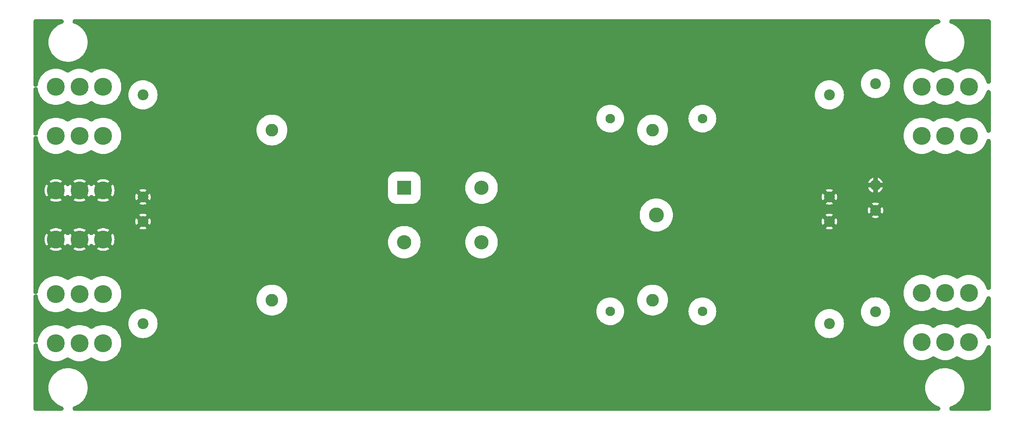
<source format=gbr>
%TF.GenerationSoftware,KiCad,Pcbnew,7.0.7*%
%TF.CreationDate,2023-09-21T13:51:12+02:00*%
%TF.ProjectId,GradientAmplifierFilter_V1,47726164-6965-46e7-9441-6d706c696669,rev?*%
%TF.SameCoordinates,Original*%
%TF.FileFunction,Copper,L2,Inr*%
%TF.FilePolarity,Positive*%
%FSLAX46Y46*%
G04 Gerber Fmt 4.6, Leading zero omitted, Abs format (unit mm)*
G04 Created by KiCad (PCBNEW 7.0.7) date 2023-09-21 13:51:12*
%MOMM*%
%LPD*%
G01*
G04 APERTURE LIST*
%TA.AperFunction,ComponentPad*%
%ADD10C,2.100000*%
%TD*%
%TA.AperFunction,ComponentPad*%
%ADD11C,3.300000*%
%TD*%
%TA.AperFunction,ComponentPad*%
%ADD12C,2.800000*%
%TD*%
%TA.AperFunction,ComponentPad*%
%ADD13C,3.960000*%
%TD*%
%TA.AperFunction,ComponentPad*%
%ADD14C,2.400000*%
%TD*%
%TA.AperFunction,ComponentPad*%
%ADD15O,2.400000X2.400000*%
%TD*%
%TA.AperFunction,ComponentPad*%
%ADD16R,3.150000X3.150000*%
%TD*%
%TA.AperFunction,ComponentPad*%
%ADD17C,3.150000*%
%TD*%
G04 APERTURE END LIST*
D10*
%TO.N,N/C*%
%TO.C,C1*%
X162560000Y-49870000D03*
X182860000Y-49870000D03*
X182860000Y-92370000D03*
%TO.N,GradientOut-*%
X162560000Y-92370000D03*
D11*
%TO.N,GradientOut+*%
X172710000Y-71120000D03*
%TD*%
D12*
%TO.N,GradientOut-*%
%TO.C,C6*%
X171900000Y-89896300D03*
%TO.N,GradientOut+*%
X171900000Y-52396300D03*
%TD*%
D13*
%TO.N,GradientOut-*%
%TO.C,J4*%
X231140000Y-99140000D03*
X231140000Y-88340000D03*
X236350000Y-99140000D03*
X236350000Y-88340000D03*
X241560000Y-99140000D03*
X241560000Y-88340000D03*
%TD*%
%TO.N,GradientIn+*%
%TO.C,J1*%
X50930000Y-42860000D03*
X50930000Y-53660000D03*
X45720000Y-42860000D03*
X45720000Y-53660000D03*
X40510000Y-42860000D03*
X40510000Y-53660000D03*
%TD*%
D14*
%TO.N,Earth*%
%TO.C,R3*%
X220980000Y-70080000D03*
D15*
%TO.N,GradientOut-*%
X220980000Y-92480000D03*
%TD*%
D13*
%TO.N,Earth*%
%TO.C,J3*%
X40510000Y-76520000D03*
X40510000Y-65720000D03*
X45720000Y-76520000D03*
X45720000Y-65720000D03*
X50930000Y-76520000D03*
X50930000Y-65720000D03*
%TD*%
D14*
%TO.N,GradientIn-*%
%TO.C,C2*%
X59690000Y-95070000D03*
%TO.N,Earth*%
X59690000Y-72570000D03*
%TD*%
%TO.N,GradientOut+*%
%TO.C,C4*%
X210820000Y-44630000D03*
%TO.N,Earth*%
X210820000Y-67130000D03*
%TD*%
D16*
%TO.N,GradientIn+*%
%TO.C,FL1*%
X117230000Y-65120000D03*
D17*
%TO.N,GradientIn-*%
X117230000Y-77120000D03*
%TO.N,GradientOut-*%
X134230000Y-77120000D03*
%TO.N,GradientOut+*%
X134230000Y-65120000D03*
%TD*%
D13*
%TO.N,GradientOut+*%
%TO.C,J5*%
X231140000Y-53660000D03*
X231140000Y-42860000D03*
X236350000Y-53660000D03*
X236350000Y-42860000D03*
X241560000Y-53660000D03*
X241560000Y-42860000D03*
%TD*%
D14*
%TO.N,GradientIn+*%
%TO.C,C3*%
X59690000Y-44630000D03*
%TO.N,Earth*%
X59690000Y-67130000D03*
%TD*%
%TO.N,GradientOut-*%
%TO.C,C5*%
X210820000Y-95070000D03*
%TO.N,Earth*%
X210820000Y-72570000D03*
%TD*%
D12*
%TO.N,GradientIn+*%
%TO.C,C7*%
X88080000Y-52396300D03*
%TO.N,GradientIn-*%
X88080000Y-89896300D03*
%TD*%
D15*
%TO.N,Earth*%
%TO.C,R2*%
X220980000Y-64540000D03*
D14*
%TO.N,GradientOut+*%
X220980000Y-42140000D03*
%TD*%
D13*
%TO.N,GradientIn-*%
%TO.C,J2*%
X50930000Y-88580000D03*
X50930000Y-99380000D03*
X45720000Y-88580000D03*
X45720000Y-99380000D03*
X40510000Y-88580000D03*
X40510000Y-99380000D03*
%TD*%
%TA.AperFunction,Conductor*%
%TO.N,Earth*%
G36*
X41872091Y-27960713D02*
G01*
X42001286Y-28019714D01*
X42108625Y-28112724D01*
X42185412Y-28232208D01*
X42225427Y-28368485D01*
X42225427Y-28510515D01*
X42185412Y-28646792D01*
X42108625Y-28766276D01*
X42001286Y-28859286D01*
X41908430Y-28906082D01*
X41861684Y-28923808D01*
X41838760Y-28931256D01*
X41754594Y-28954174D01*
X41738110Y-28964539D01*
X41720781Y-28971858D01*
X41466208Y-29073774D01*
X41378267Y-29107121D01*
X41366676Y-29116065D01*
X41349848Y-29125153D01*
X41027308Y-29291435D01*
X40682634Y-29512943D01*
X40360577Y-29766213D01*
X40064047Y-30048955D01*
X40064044Y-30048958D01*
X39795749Y-30358587D01*
X39795741Y-30358597D01*
X39592201Y-30644429D01*
X39558086Y-30692337D01*
X39541084Y-30721786D01*
X39353224Y-31047167D01*
X39183030Y-31419841D01*
X39183025Y-31419854D01*
X39049024Y-31807024D01*
X39049014Y-31807060D01*
X38952428Y-32205196D01*
X38952427Y-32205198D01*
X38894117Y-32610754D01*
X38874623Y-33020000D01*
X38894117Y-33429245D01*
X38952427Y-33834801D01*
X38952428Y-33834803D01*
X39049014Y-34232939D01*
X39049024Y-34232975D01*
X39183025Y-34620145D01*
X39183030Y-34620158D01*
X39353224Y-34992832D01*
X39369731Y-35021422D01*
X39558086Y-35347663D01*
X39592203Y-35395573D01*
X39793158Y-35677775D01*
X39795745Y-35681407D01*
X40064052Y-35991050D01*
X40360578Y-36273787D01*
X40404598Y-36308405D01*
X40682634Y-36527056D01*
X41027310Y-36748565D01*
X41027313Y-36748567D01*
X41349823Y-36914832D01*
X41371624Y-36930356D01*
X41466126Y-36966192D01*
X41720772Y-37068137D01*
X41748560Y-37084180D01*
X41838754Y-37108740D01*
X41861681Y-37116189D01*
X42098995Y-37206180D01*
X42179100Y-37208770D01*
X42239659Y-37219114D01*
X42263217Y-37224320D01*
X42506111Y-37290459D01*
X42583702Y-37285495D01*
X42649312Y-37290261D01*
X42673256Y-37293168D01*
X42919625Y-37335246D01*
X42993883Y-37323246D01*
X43063975Y-37321551D01*
X43088095Y-37322134D01*
X43335381Y-37340097D01*
X43405743Y-37321643D01*
X43479697Y-37312664D01*
X43503753Y-37310916D01*
X43749731Y-37304968D01*
X43815613Y-37280709D01*
X43892575Y-37263702D01*
X43916349Y-37259641D01*
X44157345Y-37230378D01*
X44158314Y-37230399D01*
X44158337Y-37230394D01*
X44219664Y-37200837D01*
X44298804Y-37175123D01*
X44322081Y-37168785D01*
X44550821Y-37118237D01*
X44555259Y-37117904D01*
X44557557Y-37117158D01*
X44614248Y-37082758D01*
X44694649Y-37047733D01*
X44717207Y-37039178D01*
X44932284Y-36969296D01*
X44939891Y-36967979D01*
X44944042Y-36966170D01*
X44995740Y-36927543D01*
X45076303Y-36882745D01*
X45097925Y-36872055D01*
X45298220Y-36784802D01*
X45308688Y-36781926D01*
X45314287Y-36778813D01*
X45360684Y-36736619D01*
X45440240Y-36681705D01*
X45460732Y-36668977D01*
X45645307Y-36566342D01*
X45658221Y-36561411D01*
X45664806Y-36556866D01*
X45705705Y-36511760D01*
X45783096Y-36446466D01*
X45802264Y-36431819D01*
X45970306Y-36315829D01*
X45985239Y-36308405D01*
X45992434Y-36302334D01*
X46027689Y-36255005D01*
X46101660Y-36179223D01*
X46119326Y-36162793D01*
X46270217Y-36035488D01*
X46286692Y-36025204D01*
X46294127Y-36017587D01*
X46323691Y-35968702D01*
X46392935Y-35882484D01*
X46408931Y-35864429D01*
X46542280Y-35727817D01*
X46559783Y-35714380D01*
X46567124Y-35705240D01*
X46591013Y-35655483D01*
X46654192Y-35559048D01*
X46668372Y-35539532D01*
X46783990Y-35395573D01*
X46801979Y-35378768D01*
X46808892Y-35368216D01*
X46827223Y-35318207D01*
X46883018Y-35211900D01*
X46895246Y-35191109D01*
X46993102Y-35041745D01*
X47011026Y-35021422D01*
X47017239Y-35009583D01*
X47030176Y-34959963D01*
X47077276Y-34844286D01*
X47087441Y-34822410D01*
X47167685Y-34669521D01*
X47184972Y-34645616D01*
X47190241Y-34632676D01*
X47198027Y-34584041D01*
X47235156Y-34459614D01*
X47243163Y-34436858D01*
X47306096Y-34282289D01*
X47322184Y-34254797D01*
X47326315Y-34240953D01*
X47329260Y-34193847D01*
X47355170Y-34061504D01*
X47360943Y-34038082D01*
X47407052Y-33883565D01*
X47421372Y-33852567D01*
X47424220Y-33838020D01*
X47422694Y-33792970D01*
X47436201Y-33653667D01*
X47439687Y-33629797D01*
X47476901Y-33439706D01*
X47468783Y-33370950D01*
X47469186Y-33359875D01*
X47473239Y-33274788D01*
X47474119Y-33262621D01*
X47477489Y-33227869D01*
X47477489Y-33227867D01*
X47477825Y-33224403D01*
X47477826Y-33224383D01*
X47493165Y-33066180D01*
X47502313Y-33028709D01*
X47502313Y-33013521D01*
X47493165Y-32973818D01*
X47477946Y-32816852D01*
X47477943Y-32816824D01*
X47477489Y-32812143D01*
X47477489Y-32812131D01*
X47474118Y-32777375D01*
X47473239Y-32765198D01*
X47469189Y-32680181D01*
X47476845Y-32600005D01*
X47439686Y-32410201D01*
X47436200Y-32386330D01*
X47422693Y-32247027D01*
X47424667Y-32204260D01*
X47421775Y-32189489D01*
X47407051Y-32156433D01*
X47360942Y-32001915D01*
X47355169Y-31978493D01*
X47329260Y-31846148D01*
X47326993Y-31801317D01*
X47322758Y-31787126D01*
X47306097Y-31757710D01*
X47243165Y-31603144D01*
X47235158Y-31580389D01*
X47198027Y-31455956D01*
X47191144Y-31409540D01*
X47185696Y-31396158D01*
X47167685Y-31370477D01*
X47087441Y-31217589D01*
X47077276Y-31195712D01*
X47030175Y-31080030D01*
X47018361Y-31032551D01*
X47011867Y-31020178D01*
X46993104Y-30998256D01*
X46895249Y-30848894D01*
X46883020Y-30828102D01*
X46827221Y-30721786D01*
X46810222Y-30673810D01*
X46802904Y-30662642D01*
X46783993Y-30644429D01*
X46668369Y-30500464D01*
X46654190Y-30480948D01*
X46591010Y-30384512D01*
X46568638Y-30336642D01*
X46560755Y-30326827D01*
X46542280Y-30312182D01*
X46408933Y-30175571D01*
X46392938Y-30157516D01*
X46323687Y-30071289D01*
X46295820Y-30024145D01*
X46287670Y-30015795D01*
X46270220Y-30004512D01*
X46119321Y-29877201D01*
X46101656Y-29860772D01*
X46027686Y-29784992D01*
X45994274Y-29739215D01*
X45986180Y-29732387D01*
X45970308Y-29724171D01*
X45802263Y-29608178D01*
X45783095Y-29593531D01*
X45705698Y-29528232D01*
X45666777Y-29484493D01*
X45659078Y-29479178D01*
X45645311Y-29473658D01*
X45460726Y-29371018D01*
X45440235Y-29358289D01*
X45360674Y-29303373D01*
X45316350Y-29262332D01*
X45309424Y-29258481D01*
X45298222Y-29255197D01*
X45097923Y-29167941D01*
X45076304Y-29157252D01*
X44995733Y-29112450D01*
X44946181Y-29074758D01*
X44940454Y-29072264D01*
X44932291Y-29070704D01*
X44717208Y-29000820D01*
X44694650Y-28992265D01*
X44614236Y-28957236D01*
X44551694Y-28918577D01*
X44440460Y-28876672D01*
X44327040Y-28791182D01*
X44242299Y-28677202D01*
X44193103Y-28543964D01*
X44183437Y-28402263D01*
X44214085Y-28263579D01*
X44282563Y-28139147D01*
X44383324Y-28039047D01*
X44508204Y-27971390D01*
X44647087Y-27941657D01*
X44681046Y-27940500D01*
X234771506Y-27940500D01*
X234912091Y-27960713D01*
X235041286Y-28019714D01*
X235148625Y-28112724D01*
X235225412Y-28232208D01*
X235265427Y-28368485D01*
X235265427Y-28510515D01*
X235225412Y-28646792D01*
X235148625Y-28766276D01*
X235041286Y-28859286D01*
X234948430Y-28906082D01*
X234901684Y-28923808D01*
X234878760Y-28931256D01*
X234794594Y-28954174D01*
X234778110Y-28964539D01*
X234760781Y-28971858D01*
X234506208Y-29073774D01*
X234418267Y-29107121D01*
X234406676Y-29116065D01*
X234389848Y-29125153D01*
X234067308Y-29291435D01*
X233722634Y-29512943D01*
X233400577Y-29766213D01*
X233104047Y-30048955D01*
X233104044Y-30048958D01*
X232835749Y-30358587D01*
X232835741Y-30358597D01*
X232632201Y-30644429D01*
X232598086Y-30692337D01*
X232581084Y-30721786D01*
X232393224Y-31047167D01*
X232223030Y-31419841D01*
X232223025Y-31419854D01*
X232089024Y-31807024D01*
X232089014Y-31807060D01*
X231992428Y-32205196D01*
X231992427Y-32205198D01*
X231934117Y-32610754D01*
X231914623Y-33020000D01*
X231934117Y-33429245D01*
X231992427Y-33834801D01*
X231992428Y-33834803D01*
X232089014Y-34232939D01*
X232089024Y-34232975D01*
X232223025Y-34620145D01*
X232223030Y-34620158D01*
X232393224Y-34992832D01*
X232409731Y-35021422D01*
X232598086Y-35347663D01*
X232632203Y-35395573D01*
X232833158Y-35677775D01*
X232835745Y-35681407D01*
X233104052Y-35991050D01*
X233400578Y-36273787D01*
X233444598Y-36308405D01*
X233722634Y-36527056D01*
X234067310Y-36748565D01*
X234067313Y-36748567D01*
X234389823Y-36914832D01*
X234411624Y-36930356D01*
X234506126Y-36966192D01*
X234760772Y-37068137D01*
X234788560Y-37084180D01*
X234878754Y-37108740D01*
X234901681Y-37116189D01*
X235138995Y-37206180D01*
X235219100Y-37208770D01*
X235279659Y-37219114D01*
X235303217Y-37224320D01*
X235546111Y-37290459D01*
X235623702Y-37285495D01*
X235689312Y-37290261D01*
X235713256Y-37293168D01*
X235959625Y-37335246D01*
X236033883Y-37323246D01*
X236103975Y-37321551D01*
X236128095Y-37322134D01*
X236375381Y-37340097D01*
X236445743Y-37321643D01*
X236519697Y-37312664D01*
X236543753Y-37310916D01*
X236789731Y-37304968D01*
X236855613Y-37280709D01*
X236932575Y-37263702D01*
X236956349Y-37259641D01*
X237197345Y-37230378D01*
X237198314Y-37230399D01*
X237198337Y-37230394D01*
X237259664Y-37200837D01*
X237338804Y-37175123D01*
X237362081Y-37168785D01*
X237590821Y-37118237D01*
X237595259Y-37117904D01*
X237597557Y-37117158D01*
X237654248Y-37082758D01*
X237734649Y-37047733D01*
X237757207Y-37039178D01*
X237972284Y-36969296D01*
X237979891Y-36967979D01*
X237984042Y-36966170D01*
X238035740Y-36927543D01*
X238116303Y-36882745D01*
X238137925Y-36872055D01*
X238338220Y-36784802D01*
X238348688Y-36781926D01*
X238354287Y-36778813D01*
X238400684Y-36736619D01*
X238480240Y-36681705D01*
X238500732Y-36668977D01*
X238685307Y-36566342D01*
X238698221Y-36561411D01*
X238704806Y-36556866D01*
X238745705Y-36511760D01*
X238823096Y-36446466D01*
X238842264Y-36431819D01*
X239010306Y-36315829D01*
X239025239Y-36308405D01*
X239032434Y-36302334D01*
X239067689Y-36255005D01*
X239141660Y-36179223D01*
X239159326Y-36162793D01*
X239310217Y-36035488D01*
X239326692Y-36025204D01*
X239334127Y-36017587D01*
X239363691Y-35968702D01*
X239432935Y-35882484D01*
X239448931Y-35864429D01*
X239582280Y-35727817D01*
X239599783Y-35714380D01*
X239607124Y-35705240D01*
X239631013Y-35655483D01*
X239694192Y-35559048D01*
X239708372Y-35539532D01*
X239823990Y-35395573D01*
X239841979Y-35378768D01*
X239848892Y-35368216D01*
X239867223Y-35318207D01*
X239923018Y-35211900D01*
X239935246Y-35191109D01*
X240033102Y-35041745D01*
X240051026Y-35021422D01*
X240057239Y-35009583D01*
X240070176Y-34959963D01*
X240117276Y-34844286D01*
X240127441Y-34822410D01*
X240207685Y-34669521D01*
X240224972Y-34645616D01*
X240230241Y-34632676D01*
X240238027Y-34584041D01*
X240275156Y-34459614D01*
X240283163Y-34436858D01*
X240346096Y-34282289D01*
X240362184Y-34254797D01*
X240366315Y-34240953D01*
X240369260Y-34193847D01*
X240395170Y-34061504D01*
X240400943Y-34038082D01*
X240447052Y-33883565D01*
X240461372Y-33852567D01*
X240464220Y-33838020D01*
X240462694Y-33792970D01*
X240476201Y-33653667D01*
X240479687Y-33629797D01*
X240516901Y-33439706D01*
X240508783Y-33370950D01*
X240509186Y-33359875D01*
X240513239Y-33274788D01*
X240514119Y-33262621D01*
X240517489Y-33227869D01*
X240517489Y-33227867D01*
X240517825Y-33224403D01*
X240517826Y-33224383D01*
X240533165Y-33066180D01*
X240542313Y-33028709D01*
X240542313Y-33013521D01*
X240533165Y-32973818D01*
X240517946Y-32816852D01*
X240517943Y-32816824D01*
X240517489Y-32812143D01*
X240517489Y-32812131D01*
X240514118Y-32777375D01*
X240513239Y-32765198D01*
X240509189Y-32680181D01*
X240516845Y-32600005D01*
X240479686Y-32410201D01*
X240476200Y-32386330D01*
X240462693Y-32247027D01*
X240464667Y-32204260D01*
X240461775Y-32189489D01*
X240447051Y-32156433D01*
X240400942Y-32001915D01*
X240395169Y-31978493D01*
X240369260Y-31846148D01*
X240366993Y-31801317D01*
X240362758Y-31787126D01*
X240346097Y-31757710D01*
X240283165Y-31603144D01*
X240275158Y-31580389D01*
X240238027Y-31455956D01*
X240231144Y-31409540D01*
X240225696Y-31396158D01*
X240207685Y-31370477D01*
X240127441Y-31217589D01*
X240117276Y-31195712D01*
X240070175Y-31080030D01*
X240058361Y-31032551D01*
X240051867Y-31020178D01*
X240033104Y-30998256D01*
X239935249Y-30848894D01*
X239923020Y-30828102D01*
X239867221Y-30721786D01*
X239850222Y-30673810D01*
X239842904Y-30662642D01*
X239823993Y-30644429D01*
X239708369Y-30500464D01*
X239694190Y-30480948D01*
X239631010Y-30384512D01*
X239608638Y-30336642D01*
X239600755Y-30326827D01*
X239582280Y-30312182D01*
X239448933Y-30175571D01*
X239432938Y-30157516D01*
X239363687Y-30071289D01*
X239335820Y-30024145D01*
X239327670Y-30015795D01*
X239310220Y-30004512D01*
X239159321Y-29877201D01*
X239141656Y-29860772D01*
X239067686Y-29784992D01*
X239034274Y-29739215D01*
X239026180Y-29732387D01*
X239010308Y-29724171D01*
X238842263Y-29608178D01*
X238823095Y-29593531D01*
X238745698Y-29528232D01*
X238706777Y-29484493D01*
X238699078Y-29479178D01*
X238685311Y-29473658D01*
X238500726Y-29371018D01*
X238480235Y-29358289D01*
X238400674Y-29303373D01*
X238356350Y-29262332D01*
X238349424Y-29258481D01*
X238338222Y-29255197D01*
X238137923Y-29167941D01*
X238116304Y-29157252D01*
X238035733Y-29112450D01*
X237986181Y-29074758D01*
X237980454Y-29072264D01*
X237972291Y-29070704D01*
X237757208Y-29000820D01*
X237734650Y-28992265D01*
X237654236Y-28957236D01*
X237591694Y-28918577D01*
X237480460Y-28876672D01*
X237367040Y-28791182D01*
X237282299Y-28677202D01*
X237233103Y-28543964D01*
X237223437Y-28402263D01*
X237254085Y-28263579D01*
X237322563Y-28139147D01*
X237423324Y-28039047D01*
X237548204Y-27971390D01*
X237687087Y-27941657D01*
X237721046Y-27940500D01*
X245880500Y-27940500D01*
X246021085Y-27960713D01*
X246150280Y-28019714D01*
X246257619Y-28112724D01*
X246334406Y-28232208D01*
X246374421Y-28368485D01*
X246379500Y-28439500D01*
X246379500Y-41672745D01*
X246359287Y-41813330D01*
X246300286Y-41942525D01*
X246207276Y-42049864D01*
X246087792Y-42126651D01*
X245951515Y-42166666D01*
X245809485Y-42166666D01*
X245673208Y-42126651D01*
X245553724Y-42049864D01*
X245460714Y-41942525D01*
X245401713Y-41813330D01*
X245396455Y-41793993D01*
X245373696Y-41703136D01*
X245373696Y-41703135D01*
X245373695Y-41703132D01*
X245373694Y-41703128D01*
X245241937Y-41334892D01*
X245074721Y-40981343D01*
X244873656Y-40645886D01*
X244873654Y-40645883D01*
X244640683Y-40331756D01*
X244378033Y-40041967D01*
X244378032Y-40041966D01*
X244088243Y-39779316D01*
X243774116Y-39546345D01*
X243572980Y-39425789D01*
X243438657Y-39345279D01*
X243085108Y-39178063D01*
X243085104Y-39178061D01*
X243085103Y-39178061D01*
X242904946Y-39113600D01*
X242716872Y-39046306D01*
X242716869Y-39046305D01*
X242716863Y-39046303D01*
X242337507Y-38951279D01*
X242337479Y-38951273D01*
X241950631Y-38893890D01*
X241950632Y-38893890D01*
X241560000Y-38874700D01*
X241169367Y-38893890D01*
X240782520Y-38951273D01*
X240782492Y-38951279D01*
X240403136Y-39046303D01*
X240403135Y-39046303D01*
X240034896Y-39178061D01*
X239681341Y-39345280D01*
X239345887Y-39546343D01*
X239252251Y-39615788D01*
X239127291Y-39683298D01*
X238988373Y-39712868D01*
X238846752Y-39702102D01*
X238713900Y-39651874D01*
X238657749Y-39615788D01*
X238625462Y-39591842D01*
X238564114Y-39546344D01*
X238228657Y-39345279D01*
X237875108Y-39178063D01*
X237875104Y-39178061D01*
X237875103Y-39178061D01*
X237694946Y-39113600D01*
X237506872Y-39046306D01*
X237506869Y-39046305D01*
X237506863Y-39046303D01*
X237127507Y-38951279D01*
X237127479Y-38951273D01*
X236740631Y-38893890D01*
X236740632Y-38893890D01*
X236350000Y-38874700D01*
X235959367Y-38893890D01*
X235572520Y-38951273D01*
X235572492Y-38951279D01*
X235193136Y-39046303D01*
X235193135Y-39046303D01*
X234824896Y-39178061D01*
X234471341Y-39345280D01*
X234135883Y-39546346D01*
X234042248Y-39615789D01*
X233917288Y-39683298D01*
X233778370Y-39712868D01*
X233636749Y-39702102D01*
X233503897Y-39651873D01*
X233447746Y-39615786D01*
X233354116Y-39546345D01*
X233152980Y-39425789D01*
X233018657Y-39345279D01*
X232665108Y-39178063D01*
X232665104Y-39178061D01*
X232665103Y-39178061D01*
X232484946Y-39113600D01*
X232296872Y-39046306D01*
X232296869Y-39046305D01*
X232296863Y-39046303D01*
X231917507Y-38951279D01*
X231917479Y-38951273D01*
X231530631Y-38893890D01*
X231530632Y-38893890D01*
X231140000Y-38874700D01*
X230749367Y-38893890D01*
X230362520Y-38951273D01*
X230362492Y-38951279D01*
X229983136Y-39046303D01*
X229983135Y-39046303D01*
X229614896Y-39178061D01*
X229261341Y-39345280D01*
X228925883Y-39546345D01*
X228611756Y-39779316D01*
X228321967Y-40041966D01*
X228321966Y-40041967D01*
X228059316Y-40331756D01*
X227826345Y-40645883D01*
X227625280Y-40981341D01*
X227458061Y-41334896D01*
X227326303Y-41703135D01*
X227326303Y-41703136D01*
X227231279Y-42082492D01*
X227231273Y-42082520D01*
X227173890Y-42469367D01*
X227154700Y-42859999D01*
X227173890Y-43250632D01*
X227231273Y-43637479D01*
X227231279Y-43637507D01*
X227326303Y-44016863D01*
X227326303Y-44016864D01*
X227326306Y-44016871D01*
X227326306Y-44016872D01*
X227458063Y-44385108D01*
X227625279Y-44738657D01*
X227759672Y-44962878D01*
X227826345Y-45074116D01*
X228059316Y-45388243D01*
X228321966Y-45678032D01*
X228321967Y-45678033D01*
X228611756Y-45940683D01*
X228832255Y-46104215D01*
X228925886Y-46173656D01*
X229261343Y-46374721D01*
X229614892Y-46541937D01*
X229983128Y-46673694D01*
X230362507Y-46768724D01*
X230749372Y-46826110D01*
X231140000Y-46845300D01*
X231530628Y-46826110D01*
X231917493Y-46768724D01*
X232296872Y-46673694D01*
X232665108Y-46541937D01*
X233018657Y-46374721D01*
X233354114Y-46173656D01*
X233447748Y-46104211D01*
X233572703Y-46036703D01*
X233711620Y-46007132D01*
X233853242Y-46017895D01*
X233986094Y-46068123D01*
X234042251Y-46104212D01*
X234042255Y-46104215D01*
X234135886Y-46173656D01*
X234471343Y-46374721D01*
X234824892Y-46541937D01*
X235193128Y-46673694D01*
X235572507Y-46768724D01*
X235959372Y-46826110D01*
X236350000Y-46845300D01*
X236740628Y-46826110D01*
X237127493Y-46768724D01*
X237506872Y-46673694D01*
X237875108Y-46541937D01*
X238228657Y-46374721D01*
X238564114Y-46173656D01*
X238657748Y-46104211D01*
X238782703Y-46036703D01*
X238921620Y-46007132D01*
X239063242Y-46017895D01*
X239196094Y-46068123D01*
X239252251Y-46104212D01*
X239252255Y-46104215D01*
X239345886Y-46173656D01*
X239681343Y-46374721D01*
X240034892Y-46541937D01*
X240403128Y-46673694D01*
X240782507Y-46768724D01*
X241169372Y-46826110D01*
X241560000Y-46845300D01*
X241950628Y-46826110D01*
X242337493Y-46768724D01*
X242716872Y-46673694D01*
X243085108Y-46541937D01*
X243438657Y-46374721D01*
X243774114Y-46173656D01*
X244088248Y-45940679D01*
X244378033Y-45678033D01*
X244640679Y-45388248D01*
X244674013Y-45343303D01*
X244805762Y-45165659D01*
X244873656Y-45074114D01*
X245074721Y-44738657D01*
X245241937Y-44385108D01*
X245373694Y-44016872D01*
X245396455Y-43926003D01*
X245450221Y-43794547D01*
X245538846Y-43683560D01*
X245655150Y-43602037D01*
X245789710Y-43556583D01*
X245931626Y-43550880D01*
X246069400Y-43585390D01*
X246191870Y-43657318D01*
X246289115Y-43760837D01*
X246353256Y-43887559D01*
X246379098Y-44027218D01*
X246379500Y-44047254D01*
X246379500Y-52472745D01*
X246359287Y-52613330D01*
X246300286Y-52742525D01*
X246207276Y-52849864D01*
X246087792Y-52926651D01*
X245951515Y-52966666D01*
X245809485Y-52966666D01*
X245673208Y-52926651D01*
X245553724Y-52849864D01*
X245460714Y-52742525D01*
X245401713Y-52613330D01*
X245396455Y-52593993D01*
X245373696Y-52503136D01*
X245373696Y-52503135D01*
X245373695Y-52503132D01*
X245373694Y-52503128D01*
X245241937Y-52134892D01*
X245074721Y-51781343D01*
X244873656Y-51445886D01*
X244772078Y-51308923D01*
X244640683Y-51131756D01*
X244378033Y-50841967D01*
X244378032Y-50841966D01*
X244088243Y-50579316D01*
X243774116Y-50346345D01*
X243662878Y-50279671D01*
X243438657Y-50145279D01*
X243085108Y-49978063D01*
X243085104Y-49978061D01*
X243085103Y-49978061D01*
X242783089Y-49869999D01*
X242716872Y-49846306D01*
X242716869Y-49846305D01*
X242716863Y-49846303D01*
X242337507Y-49751279D01*
X242337479Y-49751273D01*
X241950631Y-49693890D01*
X241950632Y-49693890D01*
X241560000Y-49674700D01*
X241169367Y-49693890D01*
X240782520Y-49751273D01*
X240782492Y-49751279D01*
X240403136Y-49846303D01*
X240403135Y-49846303D01*
X240034896Y-49978061D01*
X239681341Y-50145280D01*
X239345887Y-50346343D01*
X239252251Y-50415788D01*
X239127291Y-50483298D01*
X238988373Y-50512868D01*
X238846752Y-50502102D01*
X238713900Y-50451874D01*
X238657749Y-50415788D01*
X238564115Y-50346345D01*
X238564114Y-50346344D01*
X238228657Y-50145279D01*
X237875108Y-49978063D01*
X237875104Y-49978061D01*
X237875103Y-49978061D01*
X237573089Y-49869999D01*
X237506872Y-49846306D01*
X237506869Y-49846305D01*
X237506863Y-49846303D01*
X237127507Y-49751279D01*
X237127479Y-49751273D01*
X236740631Y-49693890D01*
X236740632Y-49693890D01*
X236350000Y-49674700D01*
X235959367Y-49693890D01*
X235572520Y-49751273D01*
X235572492Y-49751279D01*
X235193136Y-49846303D01*
X235193135Y-49846303D01*
X234824896Y-49978061D01*
X234471341Y-50145280D01*
X234135887Y-50346343D01*
X234042251Y-50415788D01*
X233917291Y-50483298D01*
X233778373Y-50512868D01*
X233636752Y-50502102D01*
X233503900Y-50451874D01*
X233447749Y-50415788D01*
X233354115Y-50346345D01*
X233354114Y-50346344D01*
X233018657Y-50145279D01*
X232665108Y-49978063D01*
X232665104Y-49978061D01*
X232665103Y-49978061D01*
X232363089Y-49869999D01*
X232296872Y-49846306D01*
X232296869Y-49846305D01*
X232296863Y-49846303D01*
X231917507Y-49751279D01*
X231917479Y-49751273D01*
X231530631Y-49693890D01*
X231530632Y-49693890D01*
X231140000Y-49674700D01*
X230749367Y-49693890D01*
X230362520Y-49751273D01*
X230362492Y-49751279D01*
X229983136Y-49846303D01*
X229983135Y-49846303D01*
X229614896Y-49978061D01*
X229261341Y-50145280D01*
X228925883Y-50346345D01*
X228611756Y-50579316D01*
X228321967Y-50841966D01*
X228321966Y-50841967D01*
X228059316Y-51131756D01*
X227826345Y-51445883D01*
X227625280Y-51781341D01*
X227458061Y-52134896D01*
X227326303Y-52503135D01*
X227326303Y-52503136D01*
X227231279Y-52882492D01*
X227231273Y-52882520D01*
X227173890Y-53269367D01*
X227154700Y-53660000D01*
X227173890Y-54050632D01*
X227231273Y-54437479D01*
X227231279Y-54437507D01*
X227326303Y-54816863D01*
X227326303Y-54816864D01*
X227388906Y-54991829D01*
X227458063Y-55185108D01*
X227625279Y-55538657D01*
X227625280Y-55538658D01*
X227826345Y-55874116D01*
X228059316Y-56188243D01*
X228321966Y-56478032D01*
X228321967Y-56478033D01*
X228611756Y-56740683D01*
X228832255Y-56904215D01*
X228925886Y-56973656D01*
X229261343Y-57174721D01*
X229614892Y-57341937D01*
X229983128Y-57473694D01*
X230362507Y-57568724D01*
X230749372Y-57626110D01*
X231140000Y-57645300D01*
X231530628Y-57626110D01*
X231917493Y-57568724D01*
X232296872Y-57473694D01*
X232665108Y-57341937D01*
X233018657Y-57174721D01*
X233354114Y-56973656D01*
X233447748Y-56904211D01*
X233572703Y-56836703D01*
X233711620Y-56807132D01*
X233853242Y-56817895D01*
X233986094Y-56868123D01*
X234042251Y-56904212D01*
X234042255Y-56904215D01*
X234135886Y-56973656D01*
X234471343Y-57174721D01*
X234824892Y-57341937D01*
X235193128Y-57473694D01*
X235572507Y-57568724D01*
X235959372Y-57626110D01*
X236350000Y-57645300D01*
X236740628Y-57626110D01*
X237127493Y-57568724D01*
X237506872Y-57473694D01*
X237875108Y-57341937D01*
X238228657Y-57174721D01*
X238564114Y-56973656D01*
X238657748Y-56904211D01*
X238782703Y-56836703D01*
X238921620Y-56807132D01*
X239063242Y-56817895D01*
X239196094Y-56868123D01*
X239252251Y-56904212D01*
X239252255Y-56904215D01*
X239345886Y-56973656D01*
X239681343Y-57174721D01*
X240034892Y-57341937D01*
X240403128Y-57473694D01*
X240782507Y-57568724D01*
X241169372Y-57626110D01*
X241560000Y-57645300D01*
X241950628Y-57626110D01*
X242337493Y-57568724D01*
X242716872Y-57473694D01*
X243085108Y-57341937D01*
X243438657Y-57174721D01*
X243774114Y-56973656D01*
X244088248Y-56740679D01*
X244378033Y-56478033D01*
X244640679Y-56188248D01*
X244873656Y-55874114D01*
X245074721Y-55538657D01*
X245241937Y-55185108D01*
X245373694Y-54816872D01*
X245396455Y-54726003D01*
X245450221Y-54594547D01*
X245538846Y-54483560D01*
X245655150Y-54402037D01*
X245789710Y-54356583D01*
X245931626Y-54350880D01*
X246069400Y-54385390D01*
X246191870Y-54457318D01*
X246289115Y-54560837D01*
X246353256Y-54687559D01*
X246379098Y-54827218D01*
X246379500Y-54847254D01*
X246379500Y-87152745D01*
X246359287Y-87293330D01*
X246300286Y-87422525D01*
X246207276Y-87529864D01*
X246087792Y-87606651D01*
X245951515Y-87646666D01*
X245809485Y-87646666D01*
X245673208Y-87606651D01*
X245553724Y-87529864D01*
X245460714Y-87422525D01*
X245401713Y-87293330D01*
X245396455Y-87273993D01*
X245373696Y-87183136D01*
X245373696Y-87183135D01*
X245373695Y-87183132D01*
X245373694Y-87183128D01*
X245241937Y-86814892D01*
X245074721Y-86461343D01*
X244873656Y-86125886D01*
X244818675Y-86051752D01*
X244640683Y-85811756D01*
X244378033Y-85521967D01*
X244378032Y-85521966D01*
X244088243Y-85259316D01*
X243774116Y-85026345D01*
X243560090Y-84898063D01*
X243438657Y-84825279D01*
X243085108Y-84658063D01*
X243085104Y-84658061D01*
X243085103Y-84658061D01*
X242904946Y-84593600D01*
X242716872Y-84526306D01*
X242716869Y-84526305D01*
X242716863Y-84526303D01*
X242337507Y-84431279D01*
X242337479Y-84431273D01*
X241950631Y-84373890D01*
X241950632Y-84373890D01*
X241560000Y-84354700D01*
X241169367Y-84373890D01*
X240782520Y-84431273D01*
X240782492Y-84431279D01*
X240403136Y-84526303D01*
X240403135Y-84526303D01*
X240034896Y-84658061D01*
X239681341Y-84825280D01*
X239345887Y-85026343D01*
X239252251Y-85095788D01*
X239127291Y-85163298D01*
X238988373Y-85192868D01*
X238846752Y-85182102D01*
X238713900Y-85131874D01*
X238657749Y-85095788D01*
X238564115Y-85026345D01*
X238564114Y-85026344D01*
X238228657Y-84825279D01*
X237875108Y-84658063D01*
X237875104Y-84658061D01*
X237875103Y-84658061D01*
X237694946Y-84593600D01*
X237506872Y-84526306D01*
X237506869Y-84526305D01*
X237506863Y-84526303D01*
X237127507Y-84431279D01*
X237127479Y-84431273D01*
X236740631Y-84373890D01*
X236740632Y-84373890D01*
X236350000Y-84354700D01*
X235959367Y-84373890D01*
X235572520Y-84431273D01*
X235572492Y-84431279D01*
X235193136Y-84526303D01*
X235193135Y-84526303D01*
X234824896Y-84658061D01*
X234471341Y-84825280D01*
X234135887Y-85026343D01*
X234042251Y-85095788D01*
X233917291Y-85163298D01*
X233778373Y-85192868D01*
X233636752Y-85182102D01*
X233503900Y-85131874D01*
X233447749Y-85095788D01*
X233354115Y-85026345D01*
X233354114Y-85026344D01*
X233018657Y-84825279D01*
X232665108Y-84658063D01*
X232665104Y-84658061D01*
X232665103Y-84658061D01*
X232484946Y-84593600D01*
X232296872Y-84526306D01*
X232296869Y-84526305D01*
X232296863Y-84526303D01*
X231917507Y-84431279D01*
X231917479Y-84431273D01*
X231530631Y-84373890D01*
X231530632Y-84373890D01*
X231140000Y-84354700D01*
X230749367Y-84373890D01*
X230362520Y-84431273D01*
X230362492Y-84431279D01*
X229983136Y-84526303D01*
X229983135Y-84526303D01*
X229614896Y-84658061D01*
X229261341Y-84825280D01*
X228925883Y-85026345D01*
X228611756Y-85259316D01*
X228321967Y-85521966D01*
X228321966Y-85521967D01*
X228059316Y-85811756D01*
X227826345Y-86125883D01*
X227625280Y-86461341D01*
X227458061Y-86814896D01*
X227326303Y-87183135D01*
X227326303Y-87183136D01*
X227231279Y-87562492D01*
X227231273Y-87562520D01*
X227173890Y-87949367D01*
X227154700Y-88340000D01*
X227173890Y-88730632D01*
X227231273Y-89117479D01*
X227231279Y-89117507D01*
X227326303Y-89496863D01*
X227326303Y-89496864D01*
X227428683Y-89782998D01*
X227458063Y-89865108D01*
X227625279Y-90218657D01*
X227625280Y-90218658D01*
X227826345Y-90554116D01*
X228059316Y-90868243D01*
X228321966Y-91158032D01*
X228321967Y-91158033D01*
X228611756Y-91420683D01*
X228925883Y-91653654D01*
X228925886Y-91653656D01*
X229261343Y-91854721D01*
X229614892Y-92021937D01*
X229983128Y-92153694D01*
X230362507Y-92248724D01*
X230749372Y-92306110D01*
X231140000Y-92325300D01*
X231530628Y-92306110D01*
X231917493Y-92248724D01*
X232296872Y-92153694D01*
X232665108Y-92021937D01*
X233018657Y-91854721D01*
X233354114Y-91653656D01*
X233447748Y-91584211D01*
X233572703Y-91516703D01*
X233711620Y-91487132D01*
X233853242Y-91497895D01*
X233986094Y-91548123D01*
X234042251Y-91584212D01*
X234088702Y-91618662D01*
X234135886Y-91653656D01*
X234471343Y-91854721D01*
X234824892Y-92021937D01*
X235193128Y-92153694D01*
X235572507Y-92248724D01*
X235959372Y-92306110D01*
X236350000Y-92325300D01*
X236740628Y-92306110D01*
X237127493Y-92248724D01*
X237506872Y-92153694D01*
X237875108Y-92021937D01*
X238228657Y-91854721D01*
X238564114Y-91653656D01*
X238657750Y-91584210D01*
X238782706Y-91516702D01*
X238921623Y-91487131D01*
X239063245Y-91497896D01*
X239196097Y-91548124D01*
X239252244Y-91584206D01*
X239345886Y-91653656D01*
X239681343Y-91854721D01*
X240034892Y-92021937D01*
X240403128Y-92153694D01*
X240782507Y-92248724D01*
X241169372Y-92306110D01*
X241560000Y-92325300D01*
X241950628Y-92306110D01*
X242337493Y-92248724D01*
X242716872Y-92153694D01*
X243085108Y-92021937D01*
X243438657Y-91854721D01*
X243774114Y-91653656D01*
X244088248Y-91420679D01*
X244378033Y-91158033D01*
X244640679Y-90868248D01*
X244710172Y-90774548D01*
X244818581Y-90628374D01*
X244873656Y-90554114D01*
X245074721Y-90218657D01*
X245241937Y-89865108D01*
X245373694Y-89496872D01*
X245396455Y-89406003D01*
X245450221Y-89274547D01*
X245538846Y-89163560D01*
X245655150Y-89082037D01*
X245789710Y-89036583D01*
X245931626Y-89030880D01*
X246069400Y-89065390D01*
X246191870Y-89137318D01*
X246289115Y-89240837D01*
X246353256Y-89367559D01*
X246379098Y-89507218D01*
X246379500Y-89527254D01*
X246379500Y-97952745D01*
X246359287Y-98093330D01*
X246300286Y-98222525D01*
X246207276Y-98329864D01*
X246087792Y-98406651D01*
X245951515Y-98446666D01*
X245809485Y-98446666D01*
X245673208Y-98406651D01*
X245553724Y-98329864D01*
X245460714Y-98222525D01*
X245401713Y-98093330D01*
X245396455Y-98073993D01*
X245373696Y-97983136D01*
X245373696Y-97983135D01*
X245373695Y-97983132D01*
X245373694Y-97983128D01*
X245241937Y-97614892D01*
X245074721Y-97261343D01*
X244873656Y-96925886D01*
X244762087Y-96775452D01*
X244640683Y-96611756D01*
X244378033Y-96321967D01*
X244378032Y-96321966D01*
X244088243Y-96059316D01*
X243774116Y-95826345D01*
X243560090Y-95698063D01*
X243438657Y-95625279D01*
X243085108Y-95458063D01*
X243085104Y-95458061D01*
X243085103Y-95458061D01*
X242833664Y-95368095D01*
X242716872Y-95326306D01*
X242716869Y-95326305D01*
X242716863Y-95326303D01*
X242337507Y-95231279D01*
X242337479Y-95231273D01*
X241950631Y-95173890D01*
X241950632Y-95173890D01*
X241560000Y-95154700D01*
X241169367Y-95173890D01*
X240782520Y-95231273D01*
X240782492Y-95231279D01*
X240403136Y-95326303D01*
X240403135Y-95326303D01*
X240034896Y-95458061D01*
X239681341Y-95625280D01*
X239345887Y-95826343D01*
X239252251Y-95895788D01*
X239127291Y-95963298D01*
X238988373Y-95992868D01*
X238846752Y-95982102D01*
X238713900Y-95931874D01*
X238657749Y-95895788D01*
X238564115Y-95826345D01*
X238564114Y-95826344D01*
X238228657Y-95625279D01*
X237875108Y-95458063D01*
X237875104Y-95458061D01*
X237875103Y-95458061D01*
X237623664Y-95368095D01*
X237506872Y-95326306D01*
X237506869Y-95326305D01*
X237506863Y-95326303D01*
X237127507Y-95231279D01*
X237127479Y-95231273D01*
X236740631Y-95173890D01*
X236740632Y-95173890D01*
X236350000Y-95154700D01*
X235959367Y-95173890D01*
X235572520Y-95231273D01*
X235572492Y-95231279D01*
X235193136Y-95326303D01*
X235193135Y-95326303D01*
X234824896Y-95458061D01*
X234471341Y-95625280D01*
X234135887Y-95826343D01*
X234042251Y-95895788D01*
X233917291Y-95963298D01*
X233778373Y-95992868D01*
X233636752Y-95982102D01*
X233503900Y-95931874D01*
X233447749Y-95895788D01*
X233354115Y-95826345D01*
X233354114Y-95826344D01*
X233018657Y-95625279D01*
X232665108Y-95458063D01*
X232665104Y-95458061D01*
X232665103Y-95458061D01*
X232413664Y-95368095D01*
X232296872Y-95326306D01*
X232296869Y-95326305D01*
X232296863Y-95326303D01*
X231917507Y-95231279D01*
X231917479Y-95231273D01*
X231530631Y-95173890D01*
X231530632Y-95173890D01*
X231140000Y-95154700D01*
X230749367Y-95173890D01*
X230362520Y-95231273D01*
X230362492Y-95231279D01*
X229983136Y-95326303D01*
X229983135Y-95326303D01*
X229614896Y-95458061D01*
X229261341Y-95625280D01*
X228925883Y-95826345D01*
X228611756Y-96059316D01*
X228321967Y-96321966D01*
X228321966Y-96321967D01*
X228059316Y-96611756D01*
X227826345Y-96925883D01*
X227625280Y-97261341D01*
X227458061Y-97614896D01*
X227326303Y-97983135D01*
X227326303Y-97983136D01*
X227231279Y-98362492D01*
X227231273Y-98362520D01*
X227173890Y-98749367D01*
X227154700Y-99139999D01*
X227173890Y-99530632D01*
X227231273Y-99917479D01*
X227231279Y-99917507D01*
X227326303Y-100296863D01*
X227326303Y-100296864D01*
X227412176Y-100536864D01*
X227458063Y-100665108D01*
X227625279Y-101018657D01*
X227625280Y-101018658D01*
X227826345Y-101354116D01*
X228059316Y-101668243D01*
X228321966Y-101958032D01*
X228321967Y-101958033D01*
X228611756Y-102220683D01*
X228925883Y-102453654D01*
X228925886Y-102453656D01*
X229261343Y-102654721D01*
X229614892Y-102821937D01*
X229983128Y-102953694D01*
X230362507Y-103048724D01*
X230749372Y-103106110D01*
X231140000Y-103125300D01*
X231530628Y-103106110D01*
X231917493Y-103048724D01*
X232296872Y-102953694D01*
X232665108Y-102821937D01*
X233018657Y-102654721D01*
X233354114Y-102453656D01*
X233447750Y-102384210D01*
X233572706Y-102316702D01*
X233711623Y-102287131D01*
X233853245Y-102297896D01*
X233986097Y-102348124D01*
X234042244Y-102384206D01*
X234135886Y-102453656D01*
X234471343Y-102654721D01*
X234824892Y-102821937D01*
X235193128Y-102953694D01*
X235572507Y-103048724D01*
X235959372Y-103106110D01*
X236350000Y-103125300D01*
X236740628Y-103106110D01*
X237127493Y-103048724D01*
X237506872Y-102953694D01*
X237875108Y-102821937D01*
X238228657Y-102654721D01*
X238564114Y-102453656D01*
X238657750Y-102384210D01*
X238782706Y-102316702D01*
X238921623Y-102287131D01*
X239063245Y-102297896D01*
X239196097Y-102348124D01*
X239252244Y-102384206D01*
X239345886Y-102453656D01*
X239681343Y-102654721D01*
X240034892Y-102821937D01*
X240403128Y-102953694D01*
X240782507Y-103048724D01*
X241169372Y-103106110D01*
X241560000Y-103125300D01*
X241950628Y-103106110D01*
X242337493Y-103048724D01*
X242716872Y-102953694D01*
X243085108Y-102821937D01*
X243438657Y-102654721D01*
X243774114Y-102453656D01*
X244088248Y-102220679D01*
X244378033Y-101958033D01*
X244640679Y-101668248D01*
X244873656Y-101354114D01*
X245074721Y-101018657D01*
X245241937Y-100665108D01*
X245373694Y-100296872D01*
X245396455Y-100206003D01*
X245450221Y-100074547D01*
X245538846Y-99963560D01*
X245655150Y-99882037D01*
X245789710Y-99836583D01*
X245931626Y-99830880D01*
X246069400Y-99865390D01*
X246191870Y-99937318D01*
X246289115Y-100040837D01*
X246353256Y-100167559D01*
X246379098Y-100307218D01*
X246379500Y-100327254D01*
X246379500Y-113800500D01*
X246359287Y-113941085D01*
X246300286Y-114070280D01*
X246207276Y-114177619D01*
X246087792Y-114254406D01*
X245951515Y-114294421D01*
X245880500Y-114299500D01*
X237721038Y-114299500D01*
X237580453Y-114279287D01*
X237451258Y-114220286D01*
X237343919Y-114127276D01*
X237267132Y-114007792D01*
X237227117Y-113871515D01*
X237227117Y-113729485D01*
X237267132Y-113593208D01*
X237343919Y-113473724D01*
X237451258Y-113380714D01*
X237580453Y-113321713D01*
X237597101Y-113317434D01*
X237654248Y-113282758D01*
X237734649Y-113247733D01*
X237757207Y-113239178D01*
X237972284Y-113169296D01*
X237979891Y-113167979D01*
X237984042Y-113166170D01*
X238035740Y-113127543D01*
X238116303Y-113082745D01*
X238137925Y-113072055D01*
X238338220Y-112984802D01*
X238348688Y-112981926D01*
X238354287Y-112978813D01*
X238400684Y-112936619D01*
X238480240Y-112881705D01*
X238500732Y-112868977D01*
X238685307Y-112766342D01*
X238698221Y-112761411D01*
X238704806Y-112756866D01*
X238745705Y-112711760D01*
X238823096Y-112646466D01*
X238842264Y-112631819D01*
X239010306Y-112515829D01*
X239025239Y-112508405D01*
X239032434Y-112502334D01*
X239067689Y-112455005D01*
X239141660Y-112379223D01*
X239159326Y-112362793D01*
X239310217Y-112235488D01*
X239326692Y-112225204D01*
X239334127Y-112217587D01*
X239363691Y-112168702D01*
X239432935Y-112082484D01*
X239448931Y-112064429D01*
X239582280Y-111927817D01*
X239599783Y-111914380D01*
X239607124Y-111905240D01*
X239631013Y-111855483D01*
X239694192Y-111759048D01*
X239708372Y-111739532D01*
X239823990Y-111595573D01*
X239841979Y-111578768D01*
X239848892Y-111568216D01*
X239867223Y-111518207D01*
X239923018Y-111411900D01*
X239935246Y-111391109D01*
X240033102Y-111241745D01*
X240051026Y-111221422D01*
X240057239Y-111209583D01*
X240070176Y-111159963D01*
X240117276Y-111044286D01*
X240127441Y-111022410D01*
X240207685Y-110869521D01*
X240224972Y-110845616D01*
X240230241Y-110832676D01*
X240238027Y-110784041D01*
X240275156Y-110659614D01*
X240283163Y-110636858D01*
X240346096Y-110482289D01*
X240362184Y-110454797D01*
X240366315Y-110440953D01*
X240369260Y-110393847D01*
X240395170Y-110261504D01*
X240400943Y-110238082D01*
X240447052Y-110083565D01*
X240461372Y-110052567D01*
X240464220Y-110038020D01*
X240462694Y-109992970D01*
X240476201Y-109853667D01*
X240479687Y-109829797D01*
X240516901Y-109639706D01*
X240508783Y-109570950D01*
X240509186Y-109559875D01*
X240513239Y-109474788D01*
X240514119Y-109462621D01*
X240517489Y-109427869D01*
X240517489Y-109427867D01*
X240517825Y-109424403D01*
X240517826Y-109424383D01*
X240533165Y-109266180D01*
X240542313Y-109228709D01*
X240542313Y-109213521D01*
X240533165Y-109173818D01*
X240517946Y-109016852D01*
X240517943Y-109016824D01*
X240517489Y-109012143D01*
X240517489Y-109012131D01*
X240514118Y-108977375D01*
X240513239Y-108965198D01*
X240509189Y-108880181D01*
X240516845Y-108800005D01*
X240479686Y-108610201D01*
X240476200Y-108586330D01*
X240462693Y-108447027D01*
X240464667Y-108404260D01*
X240461775Y-108389489D01*
X240447051Y-108356433D01*
X240400942Y-108201915D01*
X240395169Y-108178493D01*
X240369260Y-108046148D01*
X240366993Y-108001317D01*
X240362758Y-107987126D01*
X240346097Y-107957710D01*
X240283165Y-107803144D01*
X240275158Y-107780389D01*
X240238027Y-107655956D01*
X240231144Y-107609540D01*
X240225696Y-107596158D01*
X240207685Y-107570477D01*
X240127441Y-107417589D01*
X240117276Y-107395712D01*
X240070175Y-107280030D01*
X240058361Y-107232551D01*
X240051867Y-107220178D01*
X240033104Y-107198256D01*
X239935249Y-107048894D01*
X239923020Y-107028102D01*
X239867221Y-106921786D01*
X239850222Y-106873810D01*
X239842904Y-106862642D01*
X239823993Y-106844429D01*
X239708369Y-106700464D01*
X239694190Y-106680948D01*
X239631010Y-106584512D01*
X239608638Y-106536642D01*
X239600755Y-106526827D01*
X239582280Y-106512182D01*
X239448933Y-106375571D01*
X239432938Y-106357516D01*
X239363687Y-106271289D01*
X239335820Y-106224145D01*
X239327670Y-106215795D01*
X239310220Y-106204512D01*
X239159321Y-106077201D01*
X239141656Y-106060772D01*
X239067686Y-105984992D01*
X239034274Y-105939215D01*
X239026180Y-105932387D01*
X239010308Y-105924171D01*
X238842263Y-105808178D01*
X238823095Y-105793531D01*
X238745698Y-105728232D01*
X238706777Y-105684493D01*
X238699078Y-105679178D01*
X238685311Y-105673658D01*
X238500726Y-105571018D01*
X238480235Y-105558289D01*
X238400674Y-105503373D01*
X238356350Y-105462332D01*
X238349424Y-105458481D01*
X238338222Y-105455197D01*
X238137923Y-105367941D01*
X238116304Y-105357252D01*
X238035733Y-105312450D01*
X237986181Y-105274758D01*
X237980454Y-105272264D01*
X237972291Y-105270704D01*
X237757208Y-105200820D01*
X237734650Y-105192265D01*
X237654236Y-105157236D01*
X237599731Y-105123545D01*
X237595610Y-105122206D01*
X237590826Y-105121762D01*
X237362079Y-105071212D01*
X237338802Y-105064874D01*
X237259649Y-105039156D01*
X237200305Y-105009978D01*
X237199706Y-105009906D01*
X237198395Y-105009616D01*
X237197353Y-105009620D01*
X236956336Y-104980354D01*
X236932557Y-104976293D01*
X236855580Y-104959281D01*
X236791291Y-104935060D01*
X236543737Y-104929079D01*
X236519673Y-104927331D01*
X236445745Y-104918354D01*
X236376987Y-104899795D01*
X236128059Y-104917870D01*
X236103951Y-104918453D01*
X236033858Y-104916759D01*
X235961105Y-104904498D01*
X235713330Y-104946816D01*
X235689385Y-104949724D01*
X235623642Y-104954498D01*
X235547572Y-104949141D01*
X235303211Y-105015680D01*
X235279650Y-105020887D01*
X235218983Y-105031248D01*
X235140304Y-105033322D01*
X234901687Y-105123807D01*
X234878762Y-105131256D01*
X234794593Y-105154174D01*
X234778110Y-105164539D01*
X234760781Y-105171858D01*
X234506208Y-105273774D01*
X234418267Y-105307121D01*
X234406676Y-105316065D01*
X234389848Y-105325153D01*
X234067308Y-105491435D01*
X233722634Y-105712943D01*
X233400577Y-105966213D01*
X233104047Y-106248955D01*
X233104044Y-106248958D01*
X232835749Y-106558587D01*
X232835741Y-106558597D01*
X232632201Y-106844429D01*
X232598086Y-106892337D01*
X232581084Y-106921786D01*
X232393224Y-107247167D01*
X232223030Y-107619841D01*
X232223025Y-107619854D01*
X232089024Y-108007024D01*
X232089014Y-108007060D01*
X231992428Y-108405196D01*
X231992427Y-108405198D01*
X231934117Y-108810754D01*
X231914623Y-109220000D01*
X231934117Y-109629245D01*
X231992427Y-110034801D01*
X231992428Y-110034803D01*
X232089014Y-110432939D01*
X232089024Y-110432975D01*
X232223025Y-110820145D01*
X232223030Y-110820158D01*
X232393224Y-111192832D01*
X232409731Y-111221422D01*
X232598086Y-111547663D01*
X232632203Y-111595573D01*
X232833158Y-111877775D01*
X232835745Y-111881407D01*
X233104052Y-112191050D01*
X233400578Y-112473787D01*
X233444598Y-112508405D01*
X233722634Y-112727056D01*
X234067310Y-112948565D01*
X234067313Y-112948567D01*
X234389823Y-113114832D01*
X234411624Y-113130356D01*
X234506126Y-113166192D01*
X234760772Y-113268137D01*
X234788560Y-113284180D01*
X234878754Y-113308740D01*
X234901682Y-113316190D01*
X234948440Y-113333921D01*
X235072724Y-113402668D01*
X235172605Y-113503645D01*
X235239992Y-113628671D01*
X235269424Y-113767618D01*
X235258519Y-113909229D01*
X235208159Y-114042032D01*
X235122425Y-114155266D01*
X235008261Y-114239760D01*
X234874917Y-114288668D01*
X234771509Y-114299500D01*
X44681038Y-114299500D01*
X44540453Y-114279287D01*
X44411258Y-114220286D01*
X44303919Y-114127276D01*
X44227132Y-114007792D01*
X44187117Y-113871515D01*
X44187117Y-113729485D01*
X44227132Y-113593208D01*
X44303919Y-113473724D01*
X44411258Y-113380714D01*
X44540453Y-113321713D01*
X44557101Y-113317434D01*
X44614248Y-113282758D01*
X44694649Y-113247733D01*
X44717207Y-113239178D01*
X44932284Y-113169296D01*
X44939891Y-113167979D01*
X44944042Y-113166170D01*
X44995740Y-113127543D01*
X45076303Y-113082745D01*
X45097925Y-113072055D01*
X45298220Y-112984802D01*
X45308688Y-112981926D01*
X45314287Y-112978813D01*
X45360684Y-112936619D01*
X45440240Y-112881705D01*
X45460732Y-112868977D01*
X45645307Y-112766342D01*
X45658221Y-112761411D01*
X45664806Y-112756866D01*
X45705705Y-112711760D01*
X45783096Y-112646466D01*
X45802264Y-112631819D01*
X45970306Y-112515829D01*
X45985239Y-112508405D01*
X45992434Y-112502334D01*
X46027689Y-112455005D01*
X46101660Y-112379223D01*
X46119326Y-112362793D01*
X46270217Y-112235488D01*
X46286692Y-112225204D01*
X46294127Y-112217587D01*
X46323691Y-112168702D01*
X46392935Y-112082484D01*
X46408931Y-112064429D01*
X46542280Y-111927817D01*
X46559783Y-111914380D01*
X46567124Y-111905240D01*
X46591013Y-111855483D01*
X46654192Y-111759048D01*
X46668372Y-111739532D01*
X46783990Y-111595573D01*
X46801979Y-111578768D01*
X46808892Y-111568216D01*
X46827223Y-111518207D01*
X46883018Y-111411900D01*
X46895246Y-111391109D01*
X46993102Y-111241745D01*
X47011026Y-111221422D01*
X47017239Y-111209583D01*
X47030176Y-111159963D01*
X47077276Y-111044286D01*
X47087441Y-111022410D01*
X47167685Y-110869521D01*
X47184972Y-110845616D01*
X47190241Y-110832676D01*
X47198027Y-110784041D01*
X47235156Y-110659614D01*
X47243163Y-110636858D01*
X47306096Y-110482289D01*
X47322184Y-110454797D01*
X47326315Y-110440953D01*
X47329260Y-110393847D01*
X47355170Y-110261504D01*
X47360943Y-110238082D01*
X47407052Y-110083565D01*
X47421372Y-110052567D01*
X47424220Y-110038020D01*
X47422694Y-109992970D01*
X47436201Y-109853667D01*
X47439687Y-109829797D01*
X47476901Y-109639706D01*
X47468783Y-109570950D01*
X47469186Y-109559875D01*
X47473239Y-109474788D01*
X47474119Y-109462621D01*
X47477489Y-109427869D01*
X47477489Y-109427867D01*
X47477825Y-109424403D01*
X47477826Y-109424383D01*
X47493165Y-109266180D01*
X47502313Y-109228709D01*
X47502313Y-109213521D01*
X47493165Y-109173818D01*
X47477946Y-109016852D01*
X47477943Y-109016824D01*
X47477489Y-109012143D01*
X47477489Y-109012131D01*
X47474118Y-108977375D01*
X47473239Y-108965198D01*
X47469189Y-108880181D01*
X47476845Y-108800005D01*
X47439686Y-108610201D01*
X47436200Y-108586330D01*
X47422693Y-108447027D01*
X47424667Y-108404260D01*
X47421775Y-108389489D01*
X47407051Y-108356433D01*
X47360942Y-108201915D01*
X47355169Y-108178493D01*
X47329260Y-108046148D01*
X47326993Y-108001317D01*
X47322758Y-107987126D01*
X47306097Y-107957710D01*
X47243165Y-107803144D01*
X47235158Y-107780389D01*
X47198027Y-107655956D01*
X47191144Y-107609540D01*
X47185696Y-107596158D01*
X47167685Y-107570477D01*
X47087441Y-107417589D01*
X47077276Y-107395712D01*
X47030175Y-107280030D01*
X47018361Y-107232551D01*
X47011867Y-107220178D01*
X46993104Y-107198256D01*
X46895249Y-107048894D01*
X46883020Y-107028102D01*
X46827221Y-106921786D01*
X46810222Y-106873810D01*
X46802904Y-106862642D01*
X46783993Y-106844429D01*
X46668369Y-106700464D01*
X46654190Y-106680948D01*
X46591010Y-106584512D01*
X46568638Y-106536642D01*
X46560755Y-106526827D01*
X46542280Y-106512182D01*
X46408933Y-106375571D01*
X46392938Y-106357516D01*
X46323687Y-106271289D01*
X46295820Y-106224145D01*
X46287670Y-106215795D01*
X46270220Y-106204512D01*
X46119321Y-106077201D01*
X46101656Y-106060772D01*
X46027686Y-105984992D01*
X45994274Y-105939215D01*
X45986180Y-105932387D01*
X45970308Y-105924171D01*
X45802263Y-105808178D01*
X45783095Y-105793531D01*
X45705698Y-105728232D01*
X45666777Y-105684493D01*
X45659078Y-105679178D01*
X45645311Y-105673658D01*
X45460726Y-105571018D01*
X45440235Y-105558289D01*
X45360674Y-105503373D01*
X45316350Y-105462332D01*
X45309424Y-105458481D01*
X45298222Y-105455197D01*
X45097923Y-105367941D01*
X45076304Y-105357252D01*
X44995733Y-105312450D01*
X44946181Y-105274758D01*
X44940454Y-105272264D01*
X44932291Y-105270704D01*
X44717208Y-105200820D01*
X44694650Y-105192265D01*
X44614236Y-105157236D01*
X44559731Y-105123545D01*
X44555610Y-105122206D01*
X44550826Y-105121762D01*
X44322079Y-105071212D01*
X44298802Y-105064874D01*
X44219649Y-105039156D01*
X44160305Y-105009978D01*
X44159706Y-105009906D01*
X44158395Y-105009616D01*
X44157353Y-105009620D01*
X43916336Y-104980354D01*
X43892557Y-104976293D01*
X43815580Y-104959281D01*
X43751291Y-104935060D01*
X43503737Y-104929079D01*
X43479673Y-104927331D01*
X43405745Y-104918354D01*
X43336987Y-104899795D01*
X43088059Y-104917870D01*
X43063951Y-104918453D01*
X42993858Y-104916759D01*
X42921105Y-104904498D01*
X42673330Y-104946816D01*
X42649385Y-104949724D01*
X42583642Y-104954498D01*
X42507572Y-104949141D01*
X42263211Y-105015680D01*
X42239650Y-105020887D01*
X42178983Y-105031248D01*
X42100304Y-105033322D01*
X41861687Y-105123807D01*
X41838762Y-105131256D01*
X41754593Y-105154174D01*
X41738110Y-105164539D01*
X41720781Y-105171858D01*
X41466208Y-105273774D01*
X41378267Y-105307121D01*
X41366676Y-105316065D01*
X41349848Y-105325153D01*
X41027308Y-105491435D01*
X40682634Y-105712943D01*
X40360577Y-105966213D01*
X40064047Y-106248955D01*
X40064044Y-106248958D01*
X39795749Y-106558587D01*
X39795741Y-106558597D01*
X39592201Y-106844429D01*
X39558086Y-106892337D01*
X39541084Y-106921786D01*
X39353224Y-107247167D01*
X39183030Y-107619841D01*
X39183025Y-107619854D01*
X39049024Y-108007024D01*
X39049014Y-108007060D01*
X38952428Y-108405196D01*
X38952427Y-108405198D01*
X38894117Y-108810754D01*
X38874623Y-109220000D01*
X38894117Y-109629245D01*
X38952427Y-110034801D01*
X38952428Y-110034803D01*
X39049014Y-110432939D01*
X39049024Y-110432975D01*
X39183025Y-110820145D01*
X39183030Y-110820158D01*
X39353224Y-111192832D01*
X39369731Y-111221422D01*
X39558086Y-111547663D01*
X39592203Y-111595573D01*
X39793158Y-111877775D01*
X39795745Y-111881407D01*
X40064052Y-112191050D01*
X40360578Y-112473787D01*
X40404598Y-112508405D01*
X40682634Y-112727056D01*
X41027310Y-112948565D01*
X41027313Y-112948567D01*
X41349823Y-113114832D01*
X41371624Y-113130356D01*
X41466126Y-113166192D01*
X41720772Y-113268137D01*
X41748560Y-113284180D01*
X41838754Y-113308740D01*
X41861682Y-113316190D01*
X41908440Y-113333921D01*
X42032724Y-113402668D01*
X42132605Y-113503645D01*
X42199992Y-113628671D01*
X42229424Y-113767618D01*
X42218519Y-113909229D01*
X42168159Y-114042032D01*
X42082425Y-114155266D01*
X41968261Y-114239760D01*
X41834917Y-114288668D01*
X41731509Y-114299500D01*
X36059500Y-114299500D01*
X35918915Y-114279287D01*
X35789720Y-114220286D01*
X35682381Y-114127276D01*
X35605594Y-114007792D01*
X35565579Y-113871515D01*
X35560500Y-113800500D01*
X35560500Y-99905932D01*
X35580713Y-99765347D01*
X35639714Y-99636152D01*
X35732724Y-99528813D01*
X35852208Y-99452026D01*
X35988485Y-99412011D01*
X36130515Y-99412011D01*
X36266792Y-99452026D01*
X36386276Y-99528813D01*
X36479286Y-99636152D01*
X36538287Y-99765347D01*
X36553099Y-99832713D01*
X36601273Y-100157479D01*
X36601279Y-100157507D01*
X36696303Y-100536863D01*
X36696303Y-100536864D01*
X36742189Y-100665108D01*
X36828063Y-100905108D01*
X36995279Y-101258657D01*
X36995280Y-101258658D01*
X37196345Y-101594116D01*
X37429316Y-101908243D01*
X37691966Y-102198032D01*
X37691967Y-102198033D01*
X37981756Y-102460683D01*
X38243385Y-102654719D01*
X38295886Y-102693656D01*
X38631343Y-102894721D01*
X38984892Y-103061937D01*
X39353128Y-103193694D01*
X39732507Y-103288724D01*
X40119372Y-103346110D01*
X40510000Y-103365300D01*
X40900628Y-103346110D01*
X41287493Y-103288724D01*
X41666872Y-103193694D01*
X42035108Y-103061937D01*
X42388657Y-102894721D01*
X42724114Y-102693656D01*
X42817750Y-102624210D01*
X42942706Y-102556702D01*
X43081623Y-102527131D01*
X43223245Y-102537896D01*
X43356097Y-102588124D01*
X43412244Y-102624206D01*
X43505886Y-102693656D01*
X43841343Y-102894721D01*
X44194892Y-103061937D01*
X44563128Y-103193694D01*
X44942507Y-103288724D01*
X45329372Y-103346110D01*
X45720000Y-103365300D01*
X46110628Y-103346110D01*
X46497493Y-103288724D01*
X46876872Y-103193694D01*
X47245108Y-103061937D01*
X47598657Y-102894721D01*
X47934114Y-102693656D01*
X48027750Y-102624210D01*
X48152706Y-102556702D01*
X48291623Y-102527131D01*
X48433245Y-102537896D01*
X48566097Y-102588124D01*
X48622244Y-102624206D01*
X48715886Y-102693656D01*
X49051343Y-102894721D01*
X49404892Y-103061937D01*
X49773128Y-103193694D01*
X50152507Y-103288724D01*
X50539372Y-103346110D01*
X50930000Y-103365300D01*
X51320628Y-103346110D01*
X51707493Y-103288724D01*
X52086872Y-103193694D01*
X52455108Y-103061937D01*
X52808657Y-102894721D01*
X53144114Y-102693656D01*
X53458248Y-102460679D01*
X53748033Y-102198033D01*
X54010679Y-101908248D01*
X54243656Y-101594114D01*
X54444721Y-101258657D01*
X54611937Y-100905108D01*
X54743694Y-100536872D01*
X54838724Y-100157493D01*
X54896110Y-99770628D01*
X54915300Y-99380000D01*
X54896110Y-98989372D01*
X54838724Y-98602507D01*
X54743694Y-98223128D01*
X54611937Y-97854892D01*
X54444721Y-97501343D01*
X54243656Y-97165886D01*
X54243654Y-97165883D01*
X54010683Y-96851756D01*
X53748033Y-96561967D01*
X53748032Y-96561966D01*
X53458243Y-96299316D01*
X53144116Y-96066345D01*
X53021527Y-95992868D01*
X52808657Y-95865279D01*
X52455108Y-95698063D01*
X52455104Y-95698061D01*
X52455103Y-95698061D01*
X52195495Y-95605172D01*
X52086872Y-95566306D01*
X52086869Y-95566305D01*
X52086863Y-95566303D01*
X51707507Y-95471279D01*
X51707479Y-95471273D01*
X51320631Y-95413890D01*
X51320632Y-95413890D01*
X50930000Y-95394700D01*
X50539367Y-95413890D01*
X50152520Y-95471273D01*
X50152492Y-95471279D01*
X49773136Y-95566303D01*
X49773135Y-95566303D01*
X49404896Y-95698061D01*
X49404891Y-95698063D01*
X49404892Y-95698063D01*
X49051343Y-95865279D01*
X48838474Y-95992868D01*
X48715883Y-96066346D01*
X48622248Y-96135789D01*
X48497288Y-96203298D01*
X48358370Y-96232868D01*
X48216749Y-96222102D01*
X48083897Y-96171873D01*
X48027746Y-96135786D01*
X47934116Y-96066345D01*
X47811527Y-95992868D01*
X47598657Y-95865279D01*
X47245108Y-95698063D01*
X47245104Y-95698061D01*
X47245103Y-95698061D01*
X46985495Y-95605172D01*
X46876872Y-95566306D01*
X46876869Y-95566305D01*
X46876863Y-95566303D01*
X46497507Y-95471279D01*
X46497479Y-95471273D01*
X46110631Y-95413890D01*
X46110632Y-95413890D01*
X45720000Y-95394700D01*
X45329367Y-95413890D01*
X44942520Y-95471273D01*
X44942492Y-95471279D01*
X44563136Y-95566303D01*
X44563135Y-95566303D01*
X44194896Y-95698061D01*
X43841341Y-95865280D01*
X43505887Y-96066343D01*
X43412251Y-96135788D01*
X43287291Y-96203298D01*
X43148373Y-96232868D01*
X43006752Y-96222102D01*
X42873900Y-96171874D01*
X42817749Y-96135788D01*
X42785462Y-96111842D01*
X42724114Y-96066344D01*
X42388657Y-95865279D01*
X42035108Y-95698063D01*
X42035104Y-95698061D01*
X42035103Y-95698061D01*
X41775495Y-95605172D01*
X41666872Y-95566306D01*
X41666869Y-95566305D01*
X41666863Y-95566303D01*
X41287507Y-95471279D01*
X41287479Y-95471273D01*
X40900631Y-95413890D01*
X40900632Y-95413890D01*
X40510000Y-95394700D01*
X40119367Y-95413890D01*
X39732520Y-95471273D01*
X39732492Y-95471279D01*
X39353136Y-95566303D01*
X39353135Y-95566303D01*
X38984896Y-95698061D01*
X38631341Y-95865280D01*
X38295883Y-96066345D01*
X37981756Y-96299316D01*
X37691967Y-96561966D01*
X37691966Y-96561967D01*
X37429316Y-96851756D01*
X37196345Y-97165883D01*
X36995280Y-97501341D01*
X36828061Y-97854896D01*
X36696303Y-98223135D01*
X36696303Y-98223136D01*
X36601279Y-98602492D01*
X36601273Y-98602520D01*
X36553099Y-98927286D01*
X36512477Y-99063383D01*
X36435157Y-99182522D01*
X36327404Y-99275052D01*
X36197946Y-99333477D01*
X36057273Y-99353062D01*
X35916780Y-99332222D01*
X35787849Y-99272644D01*
X35680926Y-99179156D01*
X35604673Y-99059331D01*
X35565267Y-98922877D01*
X35560500Y-98854067D01*
X35560500Y-95070000D01*
X56484457Y-95070000D01*
X56504612Y-95428902D01*
X56504614Y-95428920D01*
X56564827Y-95783302D01*
X56564827Y-95783303D01*
X56664338Y-96128717D01*
X56664340Y-96128721D01*
X56664341Y-96128724D01*
X56695231Y-96203298D01*
X56801904Y-96460831D01*
X56885318Y-96611756D01*
X56975789Y-96775452D01*
X57183806Y-97068623D01*
X57423339Y-97336661D01*
X57691377Y-97576194D01*
X57984548Y-97784211D01*
X58201928Y-97904352D01*
X58299168Y-97958095D01*
X58359623Y-97983136D01*
X58631276Y-98095659D01*
X58631280Y-98095660D01*
X58631282Y-98095661D01*
X58976696Y-98195172D01*
X58976697Y-98195172D01*
X58976700Y-98195173D01*
X59137682Y-98222525D01*
X59331079Y-98255385D01*
X59331085Y-98255385D01*
X59331093Y-98255387D01*
X59618218Y-98271511D01*
X59689999Y-98275543D01*
X59689999Y-98275542D01*
X59690000Y-98275543D01*
X60048907Y-98255387D01*
X60048916Y-98255385D01*
X60048920Y-98255385D01*
X60134069Y-98240917D01*
X60403300Y-98195173D01*
X60748724Y-98095659D01*
X61080833Y-97958094D01*
X61395452Y-97784211D01*
X61688623Y-97576194D01*
X61956661Y-97336661D01*
X62196194Y-97068623D01*
X62404211Y-96775452D01*
X62578094Y-96460833D01*
X62715659Y-96128724D01*
X62815173Y-95783300D01*
X62875387Y-95428907D01*
X62895543Y-95070000D01*
X62875387Y-94711093D01*
X62815173Y-94356700D01*
X62815172Y-94356696D01*
X62715661Y-94011282D01*
X62715660Y-94011280D01*
X62715659Y-94011276D01*
X62628910Y-93801847D01*
X62578095Y-93679168D01*
X62500474Y-93538724D01*
X62404211Y-93364548D01*
X62196194Y-93071377D01*
X61956661Y-92803339D01*
X61688623Y-92563806D01*
X61395452Y-92355789D01*
X61225639Y-92261937D01*
X61080831Y-92181904D01*
X60835471Y-92080273D01*
X60748724Y-92044341D01*
X60748721Y-92044340D01*
X60748717Y-92044338D01*
X60403303Y-91944827D01*
X60048920Y-91884614D01*
X60048902Y-91884612D01*
X59690000Y-91864457D01*
X59331097Y-91884612D01*
X59331079Y-91884614D01*
X58976697Y-91944827D01*
X58976696Y-91944827D01*
X58631282Y-92044338D01*
X58631276Y-92044341D01*
X58299168Y-92181904D01*
X57984548Y-92355789D01*
X57691377Y-92563805D01*
X57423339Y-92803339D01*
X57183805Y-93071377D01*
X56975789Y-93364548D01*
X56801904Y-93679168D01*
X56664341Y-94011276D01*
X56664338Y-94011282D01*
X56564827Y-94356696D01*
X56564827Y-94356697D01*
X56504614Y-94711079D01*
X56504612Y-94711097D01*
X56484457Y-95069999D01*
X56484457Y-95070000D01*
X35560500Y-95070000D01*
X35560500Y-89105932D01*
X35580713Y-88965347D01*
X35639714Y-88836152D01*
X35732724Y-88728813D01*
X35852208Y-88652026D01*
X35988485Y-88612011D01*
X36130515Y-88612011D01*
X36266792Y-88652026D01*
X36386276Y-88728813D01*
X36479286Y-88836152D01*
X36538287Y-88965347D01*
X36553099Y-89032713D01*
X36601273Y-89357479D01*
X36601279Y-89357507D01*
X36696303Y-89736863D01*
X36696303Y-89736864D01*
X36753350Y-89896301D01*
X36828063Y-90105108D01*
X36995279Y-90458657D01*
X36999109Y-90465047D01*
X37196345Y-90794116D01*
X37429316Y-91108243D01*
X37691966Y-91398032D01*
X37691967Y-91398033D01*
X37981756Y-91660683D01*
X38283693Y-91884613D01*
X38295886Y-91893656D01*
X38631343Y-92094721D01*
X38984892Y-92261937D01*
X39353128Y-92393694D01*
X39732507Y-92488724D01*
X40119372Y-92546110D01*
X40510000Y-92565300D01*
X40900628Y-92546110D01*
X41287493Y-92488724D01*
X41666872Y-92393694D01*
X42035108Y-92261937D01*
X42388657Y-92094721D01*
X42724114Y-91893656D01*
X42817748Y-91824211D01*
X42942703Y-91756703D01*
X43081620Y-91727132D01*
X43223242Y-91737895D01*
X43356094Y-91788123D01*
X43412251Y-91824212D01*
X43505886Y-91893656D01*
X43841343Y-92094721D01*
X44194892Y-92261937D01*
X44563128Y-92393694D01*
X44942507Y-92488724D01*
X45329372Y-92546110D01*
X45720000Y-92565300D01*
X46110628Y-92546110D01*
X46497493Y-92488724D01*
X46876872Y-92393694D01*
X47245108Y-92261937D01*
X47598657Y-92094721D01*
X47934114Y-91893656D01*
X48027748Y-91824211D01*
X48152703Y-91756703D01*
X48291620Y-91727132D01*
X48433242Y-91737895D01*
X48566094Y-91788123D01*
X48622251Y-91824212D01*
X48715886Y-91893656D01*
X49051343Y-92094721D01*
X49404892Y-92261937D01*
X49773128Y-92393694D01*
X50152507Y-92488724D01*
X50539372Y-92546110D01*
X50930000Y-92565300D01*
X51320628Y-92546110D01*
X51707493Y-92488724D01*
X52086872Y-92393694D01*
X52455108Y-92261937D01*
X52808657Y-92094721D01*
X53144114Y-91893656D01*
X53368646Y-91727132D01*
X53458243Y-91660683D01*
X53458244Y-91660681D01*
X53458248Y-91660679D01*
X53748033Y-91398033D01*
X54010679Y-91108248D01*
X54024831Y-91089167D01*
X54103068Y-90983676D01*
X54243656Y-90794114D01*
X54444721Y-90458657D01*
X54611937Y-90105108D01*
X54686649Y-89896301D01*
X84674506Y-89896301D01*
X84694469Y-90264496D01*
X84694469Y-90264504D01*
X84754124Y-90628374D01*
X84754129Y-90628400D01*
X84852772Y-90983676D01*
X84852773Y-90983679D01*
X84989257Y-91326230D01*
X85055312Y-91450822D01*
X85161973Y-91652008D01*
X85161974Y-91652010D01*
X85368904Y-91957209D01*
X85368908Y-91957215D01*
X85368910Y-91957217D01*
X85607627Y-92238256D01*
X85607635Y-92238264D01*
X85607642Y-92238271D01*
X85875318Y-92491828D01*
X85875319Y-92491829D01*
X85875326Y-92491834D01*
X85875330Y-92491838D01*
X86168881Y-92714990D01*
X86168888Y-92714994D01*
X86484829Y-92905090D01*
X86484838Y-92905095D01*
X86819496Y-93059925D01*
X86853485Y-93071377D01*
X87168934Y-93177664D01*
X87529052Y-93256932D01*
X87895630Y-93296800D01*
X87895636Y-93296800D01*
X88264364Y-93296800D01*
X88264370Y-93296800D01*
X88630948Y-93256932D01*
X88991066Y-93177664D01*
X89340503Y-93059925D01*
X89675162Y-92905095D01*
X89991119Y-92714990D01*
X90284670Y-92491838D01*
X90287956Y-92488726D01*
X90413293Y-92370000D01*
X159504693Y-92370000D01*
X159523903Y-92712081D01*
X159523905Y-92712099D01*
X159581295Y-93049868D01*
X159622618Y-93193302D01*
X159676147Y-93379104D01*
X159807264Y-93695648D01*
X159972998Y-93995521D01*
X160171265Y-94274953D01*
X160171267Y-94274955D01*
X160171268Y-94274957D01*
X160399571Y-94530428D01*
X160655042Y-94758731D01*
X160655043Y-94758731D01*
X160655047Y-94758735D01*
X160934479Y-94957002D01*
X161234352Y-95122736D01*
X161550896Y-95253853D01*
X161880130Y-95348704D01*
X161984739Y-95366477D01*
X162217900Y-95406094D01*
X162217906Y-95406094D01*
X162217914Y-95406096D01*
X162560000Y-95425307D01*
X162902086Y-95406096D01*
X162902095Y-95406094D01*
X162902099Y-95406094D01*
X163030650Y-95384251D01*
X163239870Y-95348704D01*
X163569104Y-95253853D01*
X163885648Y-95122736D01*
X164185521Y-94957002D01*
X164464953Y-94758735D01*
X164720428Y-94530428D01*
X164948735Y-94274953D01*
X165147002Y-93995521D01*
X165312736Y-93695648D01*
X165443853Y-93379104D01*
X165538704Y-93049870D01*
X165574549Y-92838902D01*
X165596094Y-92712099D01*
X165596094Y-92712095D01*
X165596096Y-92712086D01*
X165615307Y-92370000D01*
X165596096Y-92027914D01*
X165595080Y-92021937D01*
X165538704Y-91690131D01*
X165528196Y-91653656D01*
X165443853Y-91360896D01*
X165312736Y-91044352D01*
X165147002Y-90744479D01*
X164948735Y-90465047D01*
X164948731Y-90465042D01*
X164720428Y-90209571D01*
X164464957Y-89981268D01*
X164464955Y-89981267D01*
X164464956Y-89981267D01*
X164464953Y-89981265D01*
X164345207Y-89896301D01*
X168494506Y-89896301D01*
X168514469Y-90264496D01*
X168514469Y-90264504D01*
X168574124Y-90628374D01*
X168574129Y-90628400D01*
X168672772Y-90983676D01*
X168672773Y-90983679D01*
X168809257Y-91326230D01*
X168875312Y-91450822D01*
X168981973Y-91652008D01*
X168981974Y-91652010D01*
X169188904Y-91957209D01*
X169188908Y-91957215D01*
X169188910Y-91957217D01*
X169427627Y-92238256D01*
X169427635Y-92238264D01*
X169427642Y-92238271D01*
X169695318Y-92491828D01*
X169695319Y-92491829D01*
X169695326Y-92491834D01*
X169695330Y-92491838D01*
X169988881Y-92714990D01*
X169988888Y-92714994D01*
X170304829Y-92905090D01*
X170304838Y-92905095D01*
X170639496Y-93059925D01*
X170673485Y-93071377D01*
X170988934Y-93177664D01*
X171349052Y-93256932D01*
X171715630Y-93296800D01*
X171715636Y-93296800D01*
X172084364Y-93296800D01*
X172084370Y-93296800D01*
X172450948Y-93256932D01*
X172811066Y-93177664D01*
X173160503Y-93059925D01*
X173495162Y-92905095D01*
X173811119Y-92714990D01*
X174104670Y-92491838D01*
X174107956Y-92488726D01*
X174233293Y-92370000D01*
X179804693Y-92370000D01*
X179823903Y-92712081D01*
X179823905Y-92712099D01*
X179881295Y-93049868D01*
X179922618Y-93193302D01*
X179976147Y-93379104D01*
X180107264Y-93695648D01*
X180272998Y-93995521D01*
X180471265Y-94274953D01*
X180471267Y-94274955D01*
X180471268Y-94274957D01*
X180699571Y-94530428D01*
X180955042Y-94758731D01*
X180955043Y-94758731D01*
X180955047Y-94758735D01*
X181234479Y-94957002D01*
X181534352Y-95122736D01*
X181850896Y-95253853D01*
X182180130Y-95348704D01*
X182284739Y-95366477D01*
X182517900Y-95406094D01*
X182517906Y-95406094D01*
X182517914Y-95406096D01*
X182860000Y-95425307D01*
X183202086Y-95406096D01*
X183202095Y-95406094D01*
X183202099Y-95406094D01*
X183330650Y-95384251D01*
X183539870Y-95348704D01*
X183869104Y-95253853D01*
X184185648Y-95122736D01*
X184281067Y-95070000D01*
X207614457Y-95070000D01*
X207634612Y-95428902D01*
X207634614Y-95428920D01*
X207694827Y-95783302D01*
X207694827Y-95783303D01*
X207794338Y-96128717D01*
X207794340Y-96128721D01*
X207794341Y-96128724D01*
X207825231Y-96203298D01*
X207931904Y-96460831D01*
X208015318Y-96611756D01*
X208105789Y-96775452D01*
X208313806Y-97068623D01*
X208553339Y-97336661D01*
X208821377Y-97576194D01*
X209114548Y-97784211D01*
X209331928Y-97904352D01*
X209429168Y-97958095D01*
X209489623Y-97983136D01*
X209761276Y-98095659D01*
X209761280Y-98095660D01*
X209761282Y-98095661D01*
X210106696Y-98195172D01*
X210106697Y-98195172D01*
X210106700Y-98195173D01*
X210267682Y-98222525D01*
X210461079Y-98255385D01*
X210461085Y-98255385D01*
X210461093Y-98255387D01*
X210820000Y-98275543D01*
X211178907Y-98255387D01*
X211178916Y-98255385D01*
X211178920Y-98255385D01*
X211264069Y-98240917D01*
X211533300Y-98195173D01*
X211878724Y-98095659D01*
X212210833Y-97958094D01*
X212525452Y-97784211D01*
X212818623Y-97576194D01*
X213086661Y-97336661D01*
X213326194Y-97068623D01*
X213534211Y-96775452D01*
X213708094Y-96460833D01*
X213845659Y-96128724D01*
X213945173Y-95783300D01*
X214005387Y-95428907D01*
X214025543Y-95070000D01*
X214005387Y-94711093D01*
X213945173Y-94356700D01*
X213945172Y-94356696D01*
X213845661Y-94011282D01*
X213845660Y-94011280D01*
X213845659Y-94011276D01*
X213758910Y-93801847D01*
X213708095Y-93679168D01*
X213630474Y-93538724D01*
X213534211Y-93364548D01*
X213326194Y-93071377D01*
X213086661Y-92803339D01*
X212818623Y-92563806D01*
X212700510Y-92480000D01*
X217774457Y-92480000D01*
X217794612Y-92838902D01*
X217794614Y-92838920D01*
X217854827Y-93193302D01*
X217854827Y-93193303D01*
X217954338Y-93538717D01*
X217954341Y-93538723D01*
X218091904Y-93870831D01*
X218160818Y-93995521D01*
X218265789Y-94185452D01*
X218473806Y-94478623D01*
X218713339Y-94746661D01*
X218981377Y-94986194D01*
X219274548Y-95194211D01*
X219382463Y-95253853D01*
X219589168Y-95368095D01*
X219711847Y-95418910D01*
X219921276Y-95505659D01*
X219921280Y-95505660D01*
X219921282Y-95505661D01*
X220266696Y-95605172D01*
X220266697Y-95605172D01*
X220266700Y-95605173D01*
X220385041Y-95625280D01*
X220621079Y-95665385D01*
X220621085Y-95665385D01*
X220621093Y-95665387D01*
X220980000Y-95685543D01*
X221338907Y-95665387D01*
X221338916Y-95665385D01*
X221338920Y-95665385D01*
X221424069Y-95650917D01*
X221693300Y-95605173D01*
X222038724Y-95505659D01*
X222370833Y-95368094D01*
X222685452Y-95194211D01*
X222978623Y-94986194D01*
X223246661Y-94746661D01*
X223486194Y-94478623D01*
X223694211Y-94185452D01*
X223868094Y-93870833D01*
X224005659Y-93538724D01*
X224105173Y-93193300D01*
X224165387Y-92838907D01*
X224185543Y-92480000D01*
X224165387Y-92121093D01*
X224160906Y-92094721D01*
X224126744Y-91893656D01*
X224105173Y-91766700D01*
X224083114Y-91690130D01*
X224005661Y-91421282D01*
X224005660Y-91421280D01*
X224005659Y-91421276D01*
X223918910Y-91211847D01*
X223868095Y-91089168D01*
X223809791Y-90983676D01*
X223694211Y-90774548D01*
X223486194Y-90481377D01*
X223246661Y-90213339D01*
X222978623Y-89973806D01*
X222685452Y-89765789D01*
X222565309Y-89699388D01*
X222370831Y-89591904D01*
X222115510Y-89486147D01*
X222038724Y-89454341D01*
X222038721Y-89454340D01*
X222038717Y-89454338D01*
X221693303Y-89354827D01*
X221338920Y-89294614D01*
X221338902Y-89294612D01*
X220980000Y-89274457D01*
X220621097Y-89294612D01*
X220621079Y-89294614D01*
X220266697Y-89354827D01*
X220266696Y-89354827D01*
X219921282Y-89454338D01*
X219921276Y-89454341D01*
X219589168Y-89591904D01*
X219274548Y-89765789D01*
X218981377Y-89973805D01*
X218713339Y-90213339D01*
X218473805Y-90481377D01*
X218265789Y-90774548D01*
X218091904Y-91089168D01*
X217954341Y-91421276D01*
X217954338Y-91421282D01*
X217854827Y-91766696D01*
X217854827Y-91766697D01*
X217794614Y-92121079D01*
X217794612Y-92121097D01*
X217774457Y-92479999D01*
X217774457Y-92480000D01*
X212700510Y-92480000D01*
X212525452Y-92355789D01*
X212355639Y-92261937D01*
X212210831Y-92181904D01*
X211965471Y-92080273D01*
X211878724Y-92044341D01*
X211878721Y-92044340D01*
X211878717Y-92044338D01*
X211533303Y-91944827D01*
X211178920Y-91884614D01*
X211178902Y-91884612D01*
X210820000Y-91864457D01*
X210461097Y-91884612D01*
X210461079Y-91884614D01*
X210106697Y-91944827D01*
X210106696Y-91944827D01*
X209761282Y-92044338D01*
X209761276Y-92044341D01*
X209429168Y-92181904D01*
X209114548Y-92355789D01*
X208821377Y-92563805D01*
X208553339Y-92803339D01*
X208313805Y-93071377D01*
X208105789Y-93364548D01*
X207931904Y-93679168D01*
X207794341Y-94011276D01*
X207794338Y-94011282D01*
X207694827Y-94356696D01*
X207694827Y-94356697D01*
X207634614Y-94711079D01*
X207634612Y-94711097D01*
X207614457Y-95069999D01*
X207614457Y-95070000D01*
X184281067Y-95070000D01*
X184485521Y-94957002D01*
X184764953Y-94758735D01*
X185020428Y-94530428D01*
X185248735Y-94274953D01*
X185447002Y-93995521D01*
X185612736Y-93695648D01*
X185743853Y-93379104D01*
X185838704Y-93049870D01*
X185874549Y-92838902D01*
X185896094Y-92712099D01*
X185896094Y-92712095D01*
X185896096Y-92712086D01*
X185915307Y-92370000D01*
X185896096Y-92027914D01*
X185895080Y-92021937D01*
X185838704Y-91690131D01*
X185828196Y-91653656D01*
X185743853Y-91360896D01*
X185612736Y-91044352D01*
X185447002Y-90744479D01*
X185248735Y-90465047D01*
X185248731Y-90465042D01*
X185020428Y-90209571D01*
X184764957Y-89981268D01*
X184764955Y-89981267D01*
X184764956Y-89981267D01*
X184764953Y-89981265D01*
X184485521Y-89782998D01*
X184402062Y-89736872D01*
X184185661Y-89617271D01*
X184185648Y-89617264D01*
X184124428Y-89591906D01*
X183869104Y-89486147D01*
X183735866Y-89447761D01*
X183539868Y-89391295D01*
X183202099Y-89333905D01*
X183202081Y-89333903D01*
X182884775Y-89316084D01*
X182860000Y-89314693D01*
X182859999Y-89314693D01*
X182517918Y-89333903D01*
X182517900Y-89333905D01*
X182180131Y-89391295D01*
X181850896Y-89486147D01*
X181534351Y-89617264D01*
X181534338Y-89617271D01*
X181234483Y-89782995D01*
X181234477Y-89782999D01*
X180955044Y-89981267D01*
X180955042Y-89981268D01*
X180699571Y-90209571D01*
X180471268Y-90465042D01*
X180471267Y-90465044D01*
X180272999Y-90744477D01*
X180272995Y-90744483D01*
X180107271Y-91044338D01*
X180107264Y-91044351D01*
X179976147Y-91360896D01*
X179881295Y-91690131D01*
X179823905Y-92027900D01*
X179823903Y-92027918D01*
X179804693Y-92370000D01*
X174233293Y-92370000D01*
X174372357Y-92238271D01*
X174372373Y-92238256D01*
X174611090Y-91957217D01*
X174818022Y-91652016D01*
X174990743Y-91326230D01*
X175127227Y-90983679D01*
X175225875Y-90628381D01*
X175285531Y-90264499D01*
X175305494Y-89896300D01*
X175285531Y-89528101D01*
X175225875Y-89164219D01*
X175225871Y-89164205D01*
X175225870Y-89164199D01*
X175170658Y-88965347D01*
X175127227Y-88808921D01*
X174990743Y-88466370D01*
X174818022Y-88140584D01*
X174611090Y-87835383D01*
X174372373Y-87554344D01*
X174372363Y-87554335D01*
X174372357Y-87554328D01*
X174104681Y-87300771D01*
X174104680Y-87300770D01*
X174104672Y-87300764D01*
X174104670Y-87300762D01*
X173811119Y-87077610D01*
X173773368Y-87054896D01*
X173495170Y-86887509D01*
X173495161Y-86887504D01*
X173160503Y-86732674D01*
X172811066Y-86614936D01*
X172811066Y-86614935D01*
X172450948Y-86535668D01*
X172084370Y-86495800D01*
X171715630Y-86495800D01*
X171349052Y-86535668D01*
X171349047Y-86535668D01*
X171349047Y-86535669D01*
X170988933Y-86614936D01*
X170639496Y-86732674D01*
X170304838Y-86887504D01*
X170304829Y-86887509D01*
X169988888Y-87077605D01*
X169988877Y-87077612D01*
X169695319Y-87300770D01*
X169695318Y-87300771D01*
X169427642Y-87554328D01*
X169427628Y-87554343D01*
X169188908Y-87835384D01*
X169188904Y-87835390D01*
X168981974Y-88140589D01*
X168981973Y-88140591D01*
X168809258Y-88466368D01*
X168672772Y-88808923D01*
X168574129Y-89164199D01*
X168574124Y-89164225D01*
X168514469Y-89528095D01*
X168514469Y-89528103D01*
X168494506Y-89896298D01*
X168494506Y-89896301D01*
X164345207Y-89896301D01*
X164185521Y-89782998D01*
X164102062Y-89736872D01*
X163885661Y-89617271D01*
X163885648Y-89617264D01*
X163824428Y-89591906D01*
X163569104Y-89486147D01*
X163435866Y-89447761D01*
X163239868Y-89391295D01*
X162902099Y-89333905D01*
X162902081Y-89333903D01*
X162560000Y-89314693D01*
X162217918Y-89333903D01*
X162217900Y-89333905D01*
X161880131Y-89391295D01*
X161550896Y-89486147D01*
X161234351Y-89617264D01*
X161234338Y-89617271D01*
X160934483Y-89782995D01*
X160934477Y-89782999D01*
X160655044Y-89981267D01*
X160655042Y-89981268D01*
X160399571Y-90209571D01*
X160171268Y-90465042D01*
X160171267Y-90465044D01*
X159972999Y-90744477D01*
X159972995Y-90744483D01*
X159807271Y-91044338D01*
X159807264Y-91044351D01*
X159676147Y-91360896D01*
X159581295Y-91690131D01*
X159523905Y-92027900D01*
X159523903Y-92027918D01*
X159504693Y-92370000D01*
X90413293Y-92370000D01*
X90552357Y-92238271D01*
X90552373Y-92238256D01*
X90791090Y-91957217D01*
X90998022Y-91652016D01*
X91170743Y-91326230D01*
X91307227Y-90983679D01*
X91405875Y-90628381D01*
X91465531Y-90264499D01*
X91485494Y-89896300D01*
X91465531Y-89528101D01*
X91405875Y-89164219D01*
X91405871Y-89164205D01*
X91405870Y-89164199D01*
X91350658Y-88965347D01*
X91307227Y-88808921D01*
X91170743Y-88466370D01*
X90998022Y-88140584D01*
X90791090Y-87835383D01*
X90552373Y-87554344D01*
X90552363Y-87554335D01*
X90552357Y-87554328D01*
X90284681Y-87300771D01*
X90284680Y-87300770D01*
X90284672Y-87300764D01*
X90284670Y-87300762D01*
X89991119Y-87077610D01*
X89953368Y-87054896D01*
X89675170Y-86887509D01*
X89675161Y-86887504D01*
X89340503Y-86732674D01*
X88991066Y-86614936D01*
X88630948Y-86535668D01*
X88264370Y-86495800D01*
X87895630Y-86495800D01*
X87529052Y-86535668D01*
X87529047Y-86535668D01*
X87529047Y-86535669D01*
X87168933Y-86614936D01*
X86819496Y-86732674D01*
X86484838Y-86887504D01*
X86484829Y-86887509D01*
X86168888Y-87077605D01*
X86168877Y-87077612D01*
X85875319Y-87300770D01*
X85875318Y-87300771D01*
X85607642Y-87554328D01*
X85607628Y-87554343D01*
X85368908Y-87835384D01*
X85368904Y-87835390D01*
X85161974Y-88140589D01*
X85161973Y-88140591D01*
X84989258Y-88466368D01*
X84852772Y-88808923D01*
X84754129Y-89164199D01*
X84754124Y-89164225D01*
X84694469Y-89528095D01*
X84694469Y-89528103D01*
X84674506Y-89896298D01*
X84674506Y-89896301D01*
X54686649Y-89896301D01*
X54743694Y-89736872D01*
X54838724Y-89357493D01*
X54896110Y-88970628D01*
X54915300Y-88580000D01*
X54896110Y-88189372D01*
X54838724Y-87802507D01*
X54743694Y-87423128D01*
X54611937Y-87054892D01*
X54444721Y-86701343D01*
X54243656Y-86365886D01*
X54243654Y-86365883D01*
X54010683Y-86051756D01*
X53748033Y-85761967D01*
X53748032Y-85761966D01*
X53458243Y-85499316D01*
X53144116Y-85266345D01*
X53021527Y-85192868D01*
X52808657Y-85065279D01*
X52455108Y-84898063D01*
X52455104Y-84898061D01*
X52455103Y-84898061D01*
X52251690Y-84825279D01*
X52086872Y-84766306D01*
X52086869Y-84766305D01*
X52086863Y-84766303D01*
X51707507Y-84671279D01*
X51707479Y-84671273D01*
X51320631Y-84613890D01*
X51320632Y-84613890D01*
X50930000Y-84594700D01*
X50539367Y-84613890D01*
X50152520Y-84671273D01*
X50152492Y-84671279D01*
X49773136Y-84766303D01*
X49773135Y-84766303D01*
X49404896Y-84898061D01*
X49051341Y-85065280D01*
X48715887Y-85266343D01*
X48622251Y-85335788D01*
X48497291Y-85403298D01*
X48358373Y-85432868D01*
X48216752Y-85422102D01*
X48083900Y-85371874D01*
X48027749Y-85335788D01*
X47934115Y-85266345D01*
X47934114Y-85266344D01*
X47598657Y-85065279D01*
X47245108Y-84898063D01*
X47245104Y-84898061D01*
X47245103Y-84898061D01*
X47041690Y-84825279D01*
X46876872Y-84766306D01*
X46876869Y-84766305D01*
X46876863Y-84766303D01*
X46497507Y-84671279D01*
X46497479Y-84671273D01*
X46110631Y-84613890D01*
X46110632Y-84613890D01*
X45720000Y-84594700D01*
X45329367Y-84613890D01*
X44942520Y-84671273D01*
X44942492Y-84671279D01*
X44563136Y-84766303D01*
X44563135Y-84766303D01*
X44194896Y-84898061D01*
X43841341Y-85065280D01*
X43505887Y-85266343D01*
X43412251Y-85335788D01*
X43287291Y-85403298D01*
X43148373Y-85432868D01*
X43006752Y-85422102D01*
X42873900Y-85371874D01*
X42817749Y-85335788D01*
X42724115Y-85266345D01*
X42724114Y-85266344D01*
X42388657Y-85065279D01*
X42035108Y-84898063D01*
X42035104Y-84898061D01*
X42035103Y-84898061D01*
X41831690Y-84825279D01*
X41666872Y-84766306D01*
X41666869Y-84766305D01*
X41666863Y-84766303D01*
X41287507Y-84671279D01*
X41287479Y-84671273D01*
X40900631Y-84613890D01*
X40900632Y-84613890D01*
X40510000Y-84594700D01*
X40119367Y-84613890D01*
X39732520Y-84671273D01*
X39732492Y-84671279D01*
X39353136Y-84766303D01*
X39353135Y-84766303D01*
X38984896Y-84898061D01*
X38631341Y-85065280D01*
X38295883Y-85266345D01*
X37981756Y-85499316D01*
X37691967Y-85761966D01*
X37691966Y-85761967D01*
X37429316Y-86051756D01*
X37196345Y-86365883D01*
X36995280Y-86701341D01*
X36828061Y-87054896D01*
X36696303Y-87423135D01*
X36696303Y-87423136D01*
X36601279Y-87802492D01*
X36601273Y-87802520D01*
X36553099Y-88127286D01*
X36512477Y-88263383D01*
X36435157Y-88382522D01*
X36327404Y-88475052D01*
X36197946Y-88533477D01*
X36057273Y-88553062D01*
X35916780Y-88532222D01*
X35787849Y-88472644D01*
X35680926Y-88379156D01*
X35604673Y-88259331D01*
X35565267Y-88122877D01*
X35560500Y-88054067D01*
X35560500Y-76520006D01*
X38025097Y-76520006D01*
X38044690Y-76831439D01*
X38044690Y-76831440D01*
X38103163Y-77137965D01*
X38103164Y-77137968D01*
X38199596Y-77434755D01*
X38332462Y-77717110D01*
X38438575Y-77884317D01*
X38870217Y-77452674D01*
X38983918Y-77367558D01*
X39116993Y-77317923D01*
X39258661Y-77307790D01*
X39397445Y-77337981D01*
X39522103Y-77406048D01*
X39575910Y-77452673D01*
X39577325Y-77454088D01*
X39662441Y-77567789D01*
X39712075Y-77700864D01*
X39722208Y-77842532D01*
X39692017Y-77981317D01*
X39623949Y-78105974D01*
X39577325Y-78159781D01*
X39144065Y-78593039D01*
X39178507Y-78618063D01*
X39178524Y-78618073D01*
X39451984Y-78768408D01*
X39742126Y-78883283D01*
X40044374Y-78960888D01*
X40044383Y-78960890D01*
X40353959Y-78999999D01*
X40353975Y-79000000D01*
X40666025Y-79000000D01*
X40666040Y-78999999D01*
X40975616Y-78960890D01*
X40975625Y-78960888D01*
X41277873Y-78883283D01*
X41568015Y-78768408D01*
X41841480Y-78618071D01*
X41875933Y-78593039D01*
X41442674Y-78159781D01*
X41357558Y-78046080D01*
X41307924Y-77913004D01*
X41297791Y-77771336D01*
X41327982Y-77632552D01*
X41396050Y-77507895D01*
X41442674Y-77454088D01*
X41444088Y-77452674D01*
X41557789Y-77367558D01*
X41690864Y-77317924D01*
X41832532Y-77307791D01*
X41971317Y-77337982D01*
X42095974Y-77406050D01*
X42149781Y-77452674D01*
X42581423Y-77884317D01*
X42693679Y-77707430D01*
X42786074Y-77599561D01*
X42905117Y-77522093D01*
X43041163Y-77481300D01*
X43183191Y-77480488D01*
X43319694Y-77519724D01*
X43439614Y-77595827D01*
X43533236Y-77702633D01*
X43536319Y-77707431D01*
X43648574Y-77884318D01*
X44080217Y-77452674D01*
X44193918Y-77367558D01*
X44326993Y-77317923D01*
X44468661Y-77307790D01*
X44607445Y-77337981D01*
X44732103Y-77406048D01*
X44785910Y-77452673D01*
X44787325Y-77454088D01*
X44872441Y-77567789D01*
X44922075Y-77700864D01*
X44932208Y-77842532D01*
X44902017Y-77981317D01*
X44833949Y-78105974D01*
X44787325Y-78159781D01*
X44354065Y-78593039D01*
X44388507Y-78618063D01*
X44388524Y-78618073D01*
X44661984Y-78768408D01*
X44952126Y-78883283D01*
X45254374Y-78960888D01*
X45254383Y-78960890D01*
X45563959Y-78999999D01*
X45563975Y-79000000D01*
X45876025Y-79000000D01*
X45876040Y-78999999D01*
X46185616Y-78960890D01*
X46185625Y-78960888D01*
X46487873Y-78883283D01*
X46778015Y-78768408D01*
X47051480Y-78618071D01*
X47085933Y-78593039D01*
X46652674Y-78159781D01*
X46567558Y-78046080D01*
X46517924Y-77913004D01*
X46507791Y-77771336D01*
X46537982Y-77632552D01*
X46606050Y-77507895D01*
X46652674Y-77454088D01*
X46654088Y-77452674D01*
X46767789Y-77367558D01*
X46900864Y-77317924D01*
X47042532Y-77307791D01*
X47181317Y-77337982D01*
X47305974Y-77406050D01*
X47359781Y-77452674D01*
X47791423Y-77884317D01*
X47903679Y-77707430D01*
X47996074Y-77599561D01*
X48115117Y-77522093D01*
X48251163Y-77481300D01*
X48393191Y-77480488D01*
X48529694Y-77519724D01*
X48649614Y-77595827D01*
X48743236Y-77702633D01*
X48746319Y-77707431D01*
X48858574Y-77884318D01*
X49290217Y-77452674D01*
X49403918Y-77367558D01*
X49536993Y-77317923D01*
X49678661Y-77307790D01*
X49817445Y-77337981D01*
X49942103Y-77406048D01*
X49995910Y-77452673D01*
X49997325Y-77454088D01*
X50082441Y-77567789D01*
X50132075Y-77700864D01*
X50142208Y-77842532D01*
X50112017Y-77981317D01*
X50043949Y-78105974D01*
X49997325Y-78159781D01*
X49564065Y-78593039D01*
X49598507Y-78618063D01*
X49598524Y-78618073D01*
X49871984Y-78768408D01*
X50162126Y-78883283D01*
X50464374Y-78960888D01*
X50464383Y-78960890D01*
X50773959Y-78999999D01*
X50773975Y-79000000D01*
X51086025Y-79000000D01*
X51086040Y-78999999D01*
X51395616Y-78960890D01*
X51395625Y-78960888D01*
X51697873Y-78883283D01*
X51988015Y-78768408D01*
X52261480Y-78618071D01*
X52295933Y-78593039D01*
X51862674Y-78159781D01*
X51777558Y-78046080D01*
X51727924Y-77913004D01*
X51717791Y-77771336D01*
X51747982Y-77632552D01*
X51816050Y-77507895D01*
X51862674Y-77454088D01*
X51864088Y-77452674D01*
X51977789Y-77367558D01*
X52110864Y-77317924D01*
X52252532Y-77307791D01*
X52391317Y-77337982D01*
X52515974Y-77406050D01*
X52569781Y-77452674D01*
X53001423Y-77884317D01*
X53107539Y-77717105D01*
X53240403Y-77434755D01*
X53336835Y-77137968D01*
X53336836Y-77137965D01*
X53340263Y-77120002D01*
X113649593Y-77120002D01*
X113669207Y-77494252D01*
X113669209Y-77494272D01*
X113723967Y-77840000D01*
X113727833Y-77864408D01*
X113806978Y-78159781D01*
X113824832Y-78226410D01*
X113959136Y-78576285D01*
X113959136Y-78576286D01*
X114129273Y-78910199D01*
X114129277Y-78910206D01*
X114333380Y-79224497D01*
X114333395Y-79224517D01*
X114569241Y-79515763D01*
X114834236Y-79780758D01*
X115125482Y-80016604D01*
X115125502Y-80016619D01*
X115439793Y-80220722D01*
X115439800Y-80220726D01*
X115663889Y-80334904D01*
X115773717Y-80390865D01*
X116123593Y-80525169D01*
X116485592Y-80622167D01*
X116855746Y-80680793D01*
X117196099Y-80698630D01*
X117229998Y-80700407D01*
X117230000Y-80700407D01*
X117230002Y-80700407D01*
X117262431Y-80698707D01*
X117604254Y-80680793D01*
X117974408Y-80622167D01*
X118336407Y-80525169D01*
X118686283Y-80390865D01*
X118856686Y-80304039D01*
X119020199Y-80220726D01*
X119020206Y-80220722D01*
X119334497Y-80016619D01*
X119334502Y-80016614D01*
X119334510Y-80016610D01*
X119625760Y-79780761D01*
X119890761Y-79515760D01*
X120126610Y-79224510D01*
X120126614Y-79224502D01*
X120126619Y-79224497D01*
X120330722Y-78910206D01*
X120330726Y-78910199D01*
X120414039Y-78746686D01*
X120500865Y-78576283D01*
X120635169Y-78226407D01*
X120732167Y-77864408D01*
X120790793Y-77494254D01*
X120809465Y-77137968D01*
X120810407Y-77120002D01*
X130649593Y-77120002D01*
X130669207Y-77494252D01*
X130669209Y-77494272D01*
X130723967Y-77840000D01*
X130727833Y-77864408D01*
X130806978Y-78159781D01*
X130824832Y-78226410D01*
X130959136Y-78576285D01*
X130959136Y-78576286D01*
X131129273Y-78910199D01*
X131129277Y-78910206D01*
X131333380Y-79224497D01*
X131333395Y-79224517D01*
X131569241Y-79515763D01*
X131834236Y-79780758D01*
X132125482Y-80016604D01*
X132125502Y-80016619D01*
X132439793Y-80220722D01*
X132439800Y-80220726D01*
X132663889Y-80334904D01*
X132773717Y-80390865D01*
X133123593Y-80525169D01*
X133485592Y-80622167D01*
X133855746Y-80680793D01*
X134196099Y-80698630D01*
X134229998Y-80700407D01*
X134230000Y-80700407D01*
X134230002Y-80700407D01*
X134262431Y-80698707D01*
X134604254Y-80680793D01*
X134974408Y-80622167D01*
X135336407Y-80525169D01*
X135686283Y-80390865D01*
X135856686Y-80304039D01*
X136020199Y-80220726D01*
X136020206Y-80220722D01*
X136334497Y-80016619D01*
X136334502Y-80016614D01*
X136334510Y-80016610D01*
X136625760Y-79780761D01*
X136890761Y-79515760D01*
X137126610Y-79224510D01*
X137126614Y-79224502D01*
X137126619Y-79224497D01*
X137330722Y-78910206D01*
X137330726Y-78910199D01*
X137414039Y-78746686D01*
X137500865Y-78576283D01*
X137635169Y-78226407D01*
X137732167Y-77864408D01*
X137790793Y-77494254D01*
X137809465Y-77137968D01*
X137810407Y-77120002D01*
X137810407Y-77119997D01*
X137802713Y-76973191D01*
X137790793Y-76745746D01*
X137732167Y-76375592D01*
X137635169Y-76013593D01*
X137500865Y-75663717D01*
X137330723Y-75329797D01*
X137126610Y-75015490D01*
X137109142Y-74993919D01*
X136890758Y-74724236D01*
X136625763Y-74459241D01*
X136334517Y-74223395D01*
X136334497Y-74223380D01*
X136020206Y-74019277D01*
X136020199Y-74019273D01*
X135686285Y-73849136D01*
X135686284Y-73849135D01*
X135686283Y-73849135D01*
X135336407Y-73714831D01*
X134974408Y-73617833D01*
X134974406Y-73617832D01*
X134974403Y-73617832D01*
X134604272Y-73559209D01*
X134604257Y-73559207D01*
X134604254Y-73559207D01*
X134417127Y-73549400D01*
X134230002Y-73539593D01*
X134229998Y-73539593D01*
X133980497Y-73552669D01*
X133855746Y-73559207D01*
X133855744Y-73559207D01*
X133855727Y-73559209D01*
X133485596Y-73617832D01*
X133485587Y-73617834D01*
X133123589Y-73714832D01*
X132773718Y-73849134D01*
X132439807Y-74019271D01*
X132439804Y-74019272D01*
X132125482Y-74223395D01*
X131834236Y-74459241D01*
X131569241Y-74724236D01*
X131333395Y-75015482D01*
X131129272Y-75329804D01*
X131129271Y-75329807D01*
X130959134Y-75663718D01*
X130824832Y-76013589D01*
X130727834Y-76375587D01*
X130727832Y-76375596D01*
X130669209Y-76745727D01*
X130669207Y-76745747D01*
X130649593Y-77119997D01*
X130649593Y-77120002D01*
X120810407Y-77120002D01*
X120810407Y-77119997D01*
X120802713Y-76973191D01*
X120790793Y-76745746D01*
X120732167Y-76375592D01*
X120635169Y-76013593D01*
X120500865Y-75663717D01*
X120330723Y-75329797D01*
X120126610Y-75015490D01*
X120109142Y-74993919D01*
X119890758Y-74724236D01*
X119625763Y-74459241D01*
X119334517Y-74223395D01*
X119334497Y-74223380D01*
X119020206Y-74019277D01*
X119020199Y-74019273D01*
X118686285Y-73849136D01*
X118686284Y-73849135D01*
X118686283Y-73849135D01*
X118336407Y-73714831D01*
X117974408Y-73617833D01*
X117974406Y-73617832D01*
X117974403Y-73617832D01*
X117604272Y-73559209D01*
X117604257Y-73559207D01*
X117604254Y-73559207D01*
X117417127Y-73549400D01*
X117230002Y-73539593D01*
X117229998Y-73539593D01*
X116980497Y-73552669D01*
X116855746Y-73559207D01*
X116855744Y-73559207D01*
X116855727Y-73559209D01*
X116485596Y-73617832D01*
X116485587Y-73617834D01*
X116123589Y-73714832D01*
X115773718Y-73849134D01*
X115439807Y-74019271D01*
X115439804Y-74019272D01*
X115125482Y-74223395D01*
X114834236Y-74459241D01*
X114569241Y-74724236D01*
X114333395Y-75015482D01*
X114129272Y-75329804D01*
X114129271Y-75329807D01*
X113959134Y-75663718D01*
X113824832Y-76013589D01*
X113727834Y-76375587D01*
X113727832Y-76375596D01*
X113669209Y-76745727D01*
X113669207Y-76745747D01*
X113649593Y-77119997D01*
X113649593Y-77120002D01*
X53340263Y-77120002D01*
X53395309Y-76831440D01*
X53395309Y-76831439D01*
X53414902Y-76520006D01*
X53414902Y-76519993D01*
X53395309Y-76208560D01*
X53395309Y-76208559D01*
X53336836Y-75902034D01*
X53336835Y-75902031D01*
X53240403Y-75605244D01*
X53107536Y-75322887D01*
X53001423Y-75155681D01*
X52569781Y-75587325D01*
X52456080Y-75672441D01*
X52323004Y-75722075D01*
X52181336Y-75732208D01*
X52042552Y-75702017D01*
X51917895Y-75633949D01*
X51864088Y-75587325D01*
X51862673Y-75585910D01*
X51777557Y-75472209D01*
X51727923Y-75339134D01*
X51717790Y-75197466D01*
X51747981Y-75058681D01*
X51816049Y-74934024D01*
X51862674Y-74880217D01*
X52295933Y-74446960D01*
X52261477Y-74421927D01*
X52261474Y-74421925D01*
X51988015Y-74271591D01*
X51697873Y-74156716D01*
X51395625Y-74079111D01*
X51395616Y-74079109D01*
X51086040Y-74040000D01*
X50773959Y-74040000D01*
X50464383Y-74079109D01*
X50464374Y-74079111D01*
X50162126Y-74156716D01*
X49871980Y-74271592D01*
X49598533Y-74421919D01*
X49598516Y-74421930D01*
X49564066Y-74446959D01*
X49564066Y-74446960D01*
X49997325Y-74880218D01*
X50082441Y-74993919D01*
X50132075Y-75126995D01*
X50142208Y-75268663D01*
X50112017Y-75407447D01*
X50043949Y-75532104D01*
X49997325Y-75585911D01*
X49995911Y-75587325D01*
X49882210Y-75672441D01*
X49749135Y-75722075D01*
X49607467Y-75732208D01*
X49468682Y-75702017D01*
X49344025Y-75633949D01*
X49290219Y-75587325D01*
X48858574Y-75155681D01*
X48746321Y-75332567D01*
X48653926Y-75440437D01*
X48534884Y-75517906D01*
X48398838Y-75558699D01*
X48256810Y-75559511D01*
X48120306Y-75520276D01*
X48000386Y-75444173D01*
X47906764Y-75337367D01*
X47903680Y-75332569D01*
X47791423Y-75155681D01*
X47359781Y-75587325D01*
X47246080Y-75672441D01*
X47113004Y-75722075D01*
X46971336Y-75732208D01*
X46832552Y-75702017D01*
X46707895Y-75633949D01*
X46654088Y-75587325D01*
X46652673Y-75585910D01*
X46567557Y-75472209D01*
X46517923Y-75339134D01*
X46507790Y-75197466D01*
X46537981Y-75058681D01*
X46606049Y-74934024D01*
X46652674Y-74880217D01*
X47085933Y-74446960D01*
X47051477Y-74421927D01*
X47051474Y-74421925D01*
X46778015Y-74271591D01*
X46487873Y-74156716D01*
X46185625Y-74079111D01*
X46185616Y-74079109D01*
X45876040Y-74040000D01*
X45563959Y-74040000D01*
X45254383Y-74079109D01*
X45254374Y-74079111D01*
X44952126Y-74156716D01*
X44661980Y-74271592D01*
X44388533Y-74421919D01*
X44388516Y-74421930D01*
X44354066Y-74446959D01*
X44354066Y-74446960D01*
X44787325Y-74880218D01*
X44872441Y-74993919D01*
X44922075Y-75126995D01*
X44932208Y-75268663D01*
X44902017Y-75407447D01*
X44833949Y-75532104D01*
X44787325Y-75585911D01*
X44785911Y-75587325D01*
X44672210Y-75672441D01*
X44539135Y-75722075D01*
X44397467Y-75732208D01*
X44258682Y-75702017D01*
X44134025Y-75633949D01*
X44080219Y-75587325D01*
X43648575Y-75155681D01*
X43648574Y-75155681D01*
X43536321Y-75332567D01*
X43443926Y-75440437D01*
X43324884Y-75517906D01*
X43188838Y-75558699D01*
X43046810Y-75559511D01*
X42910306Y-75520276D01*
X42790386Y-75444173D01*
X42696764Y-75337367D01*
X42693680Y-75332569D01*
X42581423Y-75155681D01*
X42149781Y-75587325D01*
X42036080Y-75672441D01*
X41903004Y-75722075D01*
X41761336Y-75732208D01*
X41622552Y-75702017D01*
X41497895Y-75633949D01*
X41444088Y-75587325D01*
X41442673Y-75585910D01*
X41357557Y-75472209D01*
X41307923Y-75339134D01*
X41297790Y-75197466D01*
X41327981Y-75058681D01*
X41396049Y-74934024D01*
X41442674Y-74880217D01*
X41875933Y-74446960D01*
X41841477Y-74421927D01*
X41841474Y-74421925D01*
X41568015Y-74271591D01*
X41277873Y-74156716D01*
X40975625Y-74079111D01*
X40975616Y-74079109D01*
X40666040Y-74040000D01*
X40353959Y-74040000D01*
X40044383Y-74079109D01*
X40044374Y-74079111D01*
X39742126Y-74156716D01*
X39451980Y-74271592D01*
X39178533Y-74421919D01*
X39178516Y-74421930D01*
X39144066Y-74446959D01*
X39144066Y-74446960D01*
X39577325Y-74880218D01*
X39662441Y-74993919D01*
X39712075Y-75126995D01*
X39722208Y-75268663D01*
X39692017Y-75407447D01*
X39623949Y-75532104D01*
X39577325Y-75585911D01*
X39575911Y-75587325D01*
X39462210Y-75672441D01*
X39329135Y-75722075D01*
X39187467Y-75732208D01*
X39048682Y-75702017D01*
X38924025Y-75633949D01*
X38870219Y-75587325D01*
X38438575Y-75155681D01*
X38332462Y-75322890D01*
X38199597Y-75605240D01*
X38103164Y-75902031D01*
X38103163Y-75902034D01*
X38044690Y-76208559D01*
X38044690Y-76208560D01*
X38025097Y-76519993D01*
X38025097Y-76520006D01*
X35560500Y-76520006D01*
X35560500Y-72570000D01*
X57985233Y-72570000D01*
X58004274Y-72824085D01*
X58004275Y-72824090D01*
X58060970Y-73072485D01*
X58060971Y-73072487D01*
X58154057Y-73309670D01*
X58186693Y-73366197D01*
X58555674Y-72997217D01*
X58669375Y-72912101D01*
X58802450Y-72862467D01*
X58944119Y-72852334D01*
X59082903Y-72882525D01*
X59207560Y-72950593D01*
X59261367Y-72997217D01*
X59262781Y-72998631D01*
X59347897Y-73112332D01*
X59397531Y-73245407D01*
X59407664Y-73387075D01*
X59377473Y-73525860D01*
X59309405Y-73650517D01*
X59262782Y-73704323D01*
X58893717Y-74073387D01*
X58893718Y-74073388D01*
X59067176Y-74156921D01*
X59310656Y-74232025D01*
X59562607Y-74270000D01*
X59817393Y-74270000D01*
X60069343Y-74232025D01*
X60312825Y-74156920D01*
X60486281Y-74073389D01*
X60117217Y-73704324D01*
X60032102Y-73590623D01*
X59982468Y-73457548D01*
X59972335Y-73315879D01*
X60002526Y-73177095D01*
X60070594Y-73052438D01*
X60117093Y-72998756D01*
X60117918Y-72997930D01*
X60117925Y-72997925D01*
X60117930Y-72997918D01*
X60118507Y-72997341D01*
X60232178Y-72912186D01*
X60365236Y-72862504D01*
X60506900Y-72852322D01*
X60645695Y-72882463D01*
X60770376Y-72950487D01*
X60824324Y-72997217D01*
X61193304Y-73366197D01*
X61193305Y-73366197D01*
X61225939Y-73309674D01*
X61225946Y-73309661D01*
X61319026Y-73072494D01*
X61319029Y-73072485D01*
X61375724Y-72824090D01*
X61375725Y-72824085D01*
X61394766Y-72569999D01*
X61375725Y-72315914D01*
X61375724Y-72315909D01*
X61319029Y-72067514D01*
X61319026Y-72067505D01*
X61225943Y-71830332D01*
X61225941Y-71830327D01*
X61193304Y-71773800D01*
X60824323Y-72142782D01*
X60710622Y-72227897D01*
X60577547Y-72277531D01*
X60435878Y-72287664D01*
X60297094Y-72257473D01*
X60172437Y-72189405D01*
X60118631Y-72142781D01*
X60117217Y-72141367D01*
X60032101Y-72027666D01*
X59982467Y-71894591D01*
X59972334Y-71752923D01*
X60002525Y-71614138D01*
X60070593Y-71489481D01*
X60117217Y-71435674D01*
X60432888Y-71120002D01*
X169054490Y-71120002D01*
X169074515Y-71502108D01*
X169074515Y-71502114D01*
X169134372Y-71880025D01*
X169134372Y-71880027D01*
X169233398Y-72249599D01*
X169233400Y-72249606D01*
X169233403Y-72249615D01*
X169336244Y-72517526D01*
X169370524Y-72606828D01*
X169370525Y-72606831D01*
X169544231Y-72947749D01*
X169544232Y-72947750D01*
X169544235Y-72947755D01*
X169639272Y-73094099D01*
X169752624Y-73268646D01*
X169752636Y-73268664D01*
X169993429Y-73566017D01*
X170263982Y-73836570D01*
X170561335Y-74077363D01*
X170561342Y-74077368D01*
X170561345Y-74077370D01*
X170882245Y-74285765D01*
X170882249Y-74285767D01*
X170882250Y-74285768D01*
X171149462Y-74421919D01*
X171223170Y-74459475D01*
X171580385Y-74596597D01*
X171949977Y-74695628D01*
X172241431Y-74741790D01*
X172327888Y-74755484D01*
X172327889Y-74755484D01*
X172327895Y-74755485D01*
X172655726Y-74772665D01*
X172709998Y-74775510D01*
X172710000Y-74775510D01*
X172710002Y-74775510D01*
X172752267Y-74773294D01*
X173092105Y-74755485D01*
X173092111Y-74755484D01*
X173092114Y-74755484D01*
X173237141Y-74732513D01*
X173470023Y-74695628D01*
X173839615Y-74596597D01*
X174196830Y-74459475D01*
X174537755Y-74285765D01*
X174858655Y-74077370D01*
X174863573Y-74073388D01*
X174958415Y-73996585D01*
X175156014Y-73836573D01*
X175426573Y-73566014D01*
X175629129Y-73315879D01*
X175667363Y-73268664D01*
X175667364Y-73268661D01*
X175667370Y-73268655D01*
X175875765Y-72947755D01*
X176049475Y-72606830D01*
X176063613Y-72569999D01*
X209115233Y-72569999D01*
X209134274Y-72824085D01*
X209134275Y-72824090D01*
X209190970Y-73072485D01*
X209190971Y-73072487D01*
X209284057Y-73309670D01*
X209316693Y-73366197D01*
X209685674Y-72997217D01*
X209799375Y-72912101D01*
X209932450Y-72862467D01*
X210074119Y-72852334D01*
X210212903Y-72882525D01*
X210337560Y-72950593D01*
X210391367Y-72997217D01*
X210392781Y-72998631D01*
X210477897Y-73112332D01*
X210527531Y-73245407D01*
X210537664Y-73387075D01*
X210507473Y-73525860D01*
X210439405Y-73650517D01*
X210392782Y-73704323D01*
X210023717Y-74073387D01*
X210023718Y-74073388D01*
X210197176Y-74156921D01*
X210440656Y-74232025D01*
X210692607Y-74270000D01*
X210947393Y-74270000D01*
X211199343Y-74232025D01*
X211442825Y-74156920D01*
X211616281Y-74073389D01*
X211247217Y-73704324D01*
X211162102Y-73590623D01*
X211112468Y-73457548D01*
X211102335Y-73315879D01*
X211132526Y-73177095D01*
X211200594Y-73052438D01*
X211247093Y-72998756D01*
X211247918Y-72997930D01*
X211247925Y-72997925D01*
X211247930Y-72997918D01*
X211248507Y-72997341D01*
X211362178Y-72912186D01*
X211495236Y-72862504D01*
X211636900Y-72852322D01*
X211775695Y-72882463D01*
X211900376Y-72950487D01*
X211954324Y-72997217D01*
X212323304Y-73366197D01*
X212323305Y-73366197D01*
X212355939Y-73309674D01*
X212355946Y-73309661D01*
X212449026Y-73072494D01*
X212449029Y-73072485D01*
X212505724Y-72824090D01*
X212505725Y-72824085D01*
X212524766Y-72569999D01*
X212505725Y-72315914D01*
X212505724Y-72315909D01*
X212449029Y-72067514D01*
X212449026Y-72067505D01*
X212355943Y-71830332D01*
X212355941Y-71830327D01*
X212323304Y-71773800D01*
X211954323Y-72142782D01*
X211840622Y-72227897D01*
X211707547Y-72277531D01*
X211565878Y-72287664D01*
X211427094Y-72257473D01*
X211302437Y-72189405D01*
X211248631Y-72142781D01*
X211247217Y-72141367D01*
X211162101Y-72027666D01*
X211112467Y-71894591D01*
X211102334Y-71752923D01*
X211132525Y-71614138D01*
X211200593Y-71489481D01*
X211247217Y-71435674D01*
X211616281Y-71066609D01*
X211442821Y-70983077D01*
X211442815Y-70983074D01*
X211199346Y-70907975D01*
X210947393Y-70870000D01*
X210692607Y-70870000D01*
X210440656Y-70907974D01*
X210197174Y-70983079D01*
X210023718Y-71066610D01*
X210392782Y-71435675D01*
X210477897Y-71549376D01*
X210527531Y-71682451D01*
X210537664Y-71824120D01*
X210507473Y-71962904D01*
X210439405Y-72087561D01*
X210392906Y-72141243D01*
X210391492Y-72142658D01*
X210277821Y-72227813D01*
X210144763Y-72277495D01*
X210003099Y-72287677D01*
X209864304Y-72257536D01*
X209739623Y-72189512D01*
X209685675Y-72142782D01*
X209316694Y-71773801D01*
X209316693Y-71773801D01*
X209284056Y-71830331D01*
X209190973Y-72067505D01*
X209190970Y-72067514D01*
X209134275Y-72315909D01*
X209134274Y-72315914D01*
X209115233Y-72569999D01*
X176063613Y-72569999D01*
X176186597Y-72249615D01*
X176285628Y-71880023D01*
X176345485Y-71502105D01*
X176365510Y-71120000D01*
X176345485Y-70737895D01*
X176345484Y-70737888D01*
X176345484Y-70737885D01*
X176313962Y-70538870D01*
X176285628Y-70359977D01*
X176278690Y-70334085D01*
X176210609Y-70080000D01*
X219275233Y-70080000D01*
X219294274Y-70334085D01*
X219294275Y-70334090D01*
X219350970Y-70582485D01*
X219350971Y-70582487D01*
X219444057Y-70819670D01*
X219476693Y-70876197D01*
X219845674Y-70507217D01*
X219959375Y-70422101D01*
X220092450Y-70372467D01*
X220234119Y-70362334D01*
X220372903Y-70392525D01*
X220497560Y-70460593D01*
X220551367Y-70507217D01*
X220552781Y-70508631D01*
X220637897Y-70622332D01*
X220687531Y-70755407D01*
X220697664Y-70897075D01*
X220667473Y-71035860D01*
X220599405Y-71160517D01*
X220552782Y-71214323D01*
X220183717Y-71583387D01*
X220183718Y-71583388D01*
X220357176Y-71666921D01*
X220600656Y-71742025D01*
X220852607Y-71780000D01*
X221107393Y-71780000D01*
X221359343Y-71742025D01*
X221602825Y-71666920D01*
X221776281Y-71583389D01*
X221407217Y-71214324D01*
X221322102Y-71100623D01*
X221272468Y-70967548D01*
X221262335Y-70825879D01*
X221292526Y-70687095D01*
X221360594Y-70562438D01*
X221407093Y-70508756D01*
X221407918Y-70507930D01*
X221407925Y-70507925D01*
X221407930Y-70507918D01*
X221408507Y-70507341D01*
X221522178Y-70422186D01*
X221655236Y-70372504D01*
X221796900Y-70362322D01*
X221935695Y-70392463D01*
X222060376Y-70460487D01*
X222114324Y-70507217D01*
X222483304Y-70876197D01*
X222483305Y-70876197D01*
X222515939Y-70819674D01*
X222515946Y-70819661D01*
X222609026Y-70582494D01*
X222609029Y-70582485D01*
X222665724Y-70334090D01*
X222665725Y-70334085D01*
X222684766Y-70080000D01*
X222665725Y-69825914D01*
X222665724Y-69825909D01*
X222609029Y-69577514D01*
X222609026Y-69577505D01*
X222515943Y-69340332D01*
X222515941Y-69340327D01*
X222483304Y-69283800D01*
X222114323Y-69652782D01*
X222000622Y-69737897D01*
X221867547Y-69787531D01*
X221725878Y-69797664D01*
X221587094Y-69767473D01*
X221462437Y-69699405D01*
X221408631Y-69652781D01*
X221407217Y-69651367D01*
X221322101Y-69537666D01*
X221272467Y-69404591D01*
X221262334Y-69262923D01*
X221292525Y-69124138D01*
X221360593Y-68999481D01*
X221407217Y-68945674D01*
X221776281Y-68576609D01*
X221602821Y-68493077D01*
X221602815Y-68493074D01*
X221359346Y-68417975D01*
X221107393Y-68380000D01*
X220852607Y-68380000D01*
X220600656Y-68417974D01*
X220357174Y-68493079D01*
X220183718Y-68576610D01*
X220552782Y-68945675D01*
X220637897Y-69059376D01*
X220687531Y-69192451D01*
X220697664Y-69334120D01*
X220667473Y-69472904D01*
X220599405Y-69597561D01*
X220552906Y-69651243D01*
X220551492Y-69652658D01*
X220437821Y-69737813D01*
X220304763Y-69787495D01*
X220163099Y-69797677D01*
X220024304Y-69767536D01*
X219899623Y-69699512D01*
X219845675Y-69652782D01*
X219476694Y-69283801D01*
X219476693Y-69283801D01*
X219444056Y-69340331D01*
X219350973Y-69577505D01*
X219350970Y-69577514D01*
X219294275Y-69825909D01*
X219294274Y-69825914D01*
X219275233Y-70080000D01*
X176210609Y-70080000D01*
X176186601Y-69990400D01*
X176186597Y-69990385D01*
X176049475Y-69633170D01*
X176021112Y-69577505D01*
X175875768Y-69292250D01*
X175875767Y-69292249D01*
X175875765Y-69292245D01*
X175667370Y-68971345D01*
X175667368Y-68971342D01*
X175667363Y-68971335D01*
X175426570Y-68673982D01*
X175156017Y-68403429D01*
X174858664Y-68162636D01*
X174858646Y-68162624D01*
X174792448Y-68119634D01*
X174537755Y-67954235D01*
X174537750Y-67954232D01*
X174537749Y-67954231D01*
X174196831Y-67780525D01*
X174196828Y-67780524D01*
X174065208Y-67730000D01*
X173839615Y-67643403D01*
X173839606Y-67643400D01*
X173839599Y-67643398D01*
X173470026Y-67544372D01*
X173092111Y-67484515D01*
X172710002Y-67464490D01*
X172709998Y-67464490D01*
X172327891Y-67484515D01*
X172327885Y-67484515D01*
X171949974Y-67544372D01*
X171949972Y-67544372D01*
X171580400Y-67643398D01*
X171580389Y-67643401D01*
X171580385Y-67643403D01*
X171460057Y-67689592D01*
X171223171Y-67780524D01*
X171223168Y-67780525D01*
X170882250Y-67954231D01*
X170882248Y-67954233D01*
X170561353Y-68162624D01*
X170561335Y-68162636D01*
X170263982Y-68403429D01*
X169993429Y-68673982D01*
X169752636Y-68971335D01*
X169752624Y-68971353D01*
X169544233Y-69292248D01*
X169544231Y-69292250D01*
X169370525Y-69633168D01*
X169370524Y-69633171D01*
X169233406Y-69990378D01*
X169233398Y-69990400D01*
X169134372Y-70359972D01*
X169134372Y-70359974D01*
X169074515Y-70737885D01*
X169074515Y-70737891D01*
X169054490Y-71119997D01*
X169054490Y-71120002D01*
X60432888Y-71120002D01*
X60486281Y-71066609D01*
X60312821Y-70983077D01*
X60312815Y-70983074D01*
X60069346Y-70907975D01*
X59817393Y-70870000D01*
X59562607Y-70870000D01*
X59310656Y-70907974D01*
X59067174Y-70983079D01*
X58893718Y-71066610D01*
X59262782Y-71435675D01*
X59347897Y-71549376D01*
X59397531Y-71682451D01*
X59407664Y-71824120D01*
X59377473Y-71962904D01*
X59309405Y-72087561D01*
X59262906Y-72141243D01*
X59261492Y-72142658D01*
X59147821Y-72227813D01*
X59014763Y-72277495D01*
X58873099Y-72287677D01*
X58734304Y-72257536D01*
X58609623Y-72189512D01*
X58555675Y-72142782D01*
X58186694Y-71773801D01*
X58186693Y-71773801D01*
X58154056Y-71830331D01*
X58060973Y-72067505D01*
X58060970Y-72067514D01*
X58004275Y-72315909D01*
X58004274Y-72315914D01*
X57985233Y-72570000D01*
X35560500Y-72570000D01*
X35560500Y-65720006D01*
X38025097Y-65720006D01*
X38044690Y-66031439D01*
X38044690Y-66031440D01*
X38103163Y-66337965D01*
X38103164Y-66337968D01*
X38199596Y-66634755D01*
X38332462Y-66917110D01*
X38438575Y-67084317D01*
X38870217Y-66652674D01*
X38983918Y-66567558D01*
X39116993Y-66517923D01*
X39258661Y-66507790D01*
X39397445Y-66537981D01*
X39522103Y-66606048D01*
X39575910Y-66652673D01*
X39577325Y-66654088D01*
X39662441Y-66767789D01*
X39712075Y-66900864D01*
X39722208Y-67042532D01*
X39692017Y-67181317D01*
X39623949Y-67305974D01*
X39577325Y-67359781D01*
X39144065Y-67793039D01*
X39178507Y-67818063D01*
X39178524Y-67818073D01*
X39451984Y-67968408D01*
X39742126Y-68083283D01*
X40044374Y-68160888D01*
X40044383Y-68160890D01*
X40353959Y-68199999D01*
X40353975Y-68200000D01*
X40666025Y-68200000D01*
X40666040Y-68199999D01*
X40975616Y-68160890D01*
X40975625Y-68160888D01*
X41277873Y-68083283D01*
X41568015Y-67968408D01*
X41841480Y-67818071D01*
X41875933Y-67793039D01*
X41442674Y-67359781D01*
X41357558Y-67246080D01*
X41307924Y-67113004D01*
X41297791Y-66971336D01*
X41327982Y-66832552D01*
X41396050Y-66707895D01*
X41442674Y-66654088D01*
X41444088Y-66652674D01*
X41557789Y-66567558D01*
X41690864Y-66517924D01*
X41832532Y-66507791D01*
X41971317Y-66537982D01*
X42095974Y-66606050D01*
X42149781Y-66652674D01*
X42581423Y-67084317D01*
X42693679Y-66907430D01*
X42786074Y-66799561D01*
X42905117Y-66722093D01*
X43041163Y-66681300D01*
X43183191Y-66680488D01*
X43319694Y-66719724D01*
X43439614Y-66795827D01*
X43533236Y-66902633D01*
X43536319Y-66907431D01*
X43648574Y-67084318D01*
X44080217Y-66652674D01*
X44193918Y-66567558D01*
X44326993Y-66517923D01*
X44468661Y-66507790D01*
X44607445Y-66537981D01*
X44732103Y-66606048D01*
X44785910Y-66652673D01*
X44787325Y-66654088D01*
X44872441Y-66767789D01*
X44922075Y-66900864D01*
X44932208Y-67042532D01*
X44902017Y-67181317D01*
X44833949Y-67305974D01*
X44787325Y-67359781D01*
X44354065Y-67793039D01*
X44388507Y-67818063D01*
X44388524Y-67818073D01*
X44661984Y-67968408D01*
X44952126Y-68083283D01*
X45254374Y-68160888D01*
X45254383Y-68160890D01*
X45563959Y-68199999D01*
X45563975Y-68200000D01*
X45876025Y-68200000D01*
X45876040Y-68199999D01*
X46185616Y-68160890D01*
X46185625Y-68160888D01*
X46487873Y-68083283D01*
X46778015Y-67968408D01*
X47051480Y-67818071D01*
X47085933Y-67793039D01*
X46652674Y-67359781D01*
X46567558Y-67246080D01*
X46517924Y-67113004D01*
X46507791Y-66971336D01*
X46537982Y-66832552D01*
X46606050Y-66707895D01*
X46652674Y-66654088D01*
X46654088Y-66652674D01*
X46767789Y-66567558D01*
X46900864Y-66517924D01*
X47042532Y-66507791D01*
X47181317Y-66537982D01*
X47305974Y-66606050D01*
X47359781Y-66652674D01*
X47791423Y-67084317D01*
X47903679Y-66907430D01*
X47996074Y-66799561D01*
X48115117Y-66722093D01*
X48251163Y-66681300D01*
X48393191Y-66680488D01*
X48529694Y-66719724D01*
X48649614Y-66795827D01*
X48743236Y-66902633D01*
X48746319Y-66907431D01*
X48858574Y-67084318D01*
X49290217Y-66652674D01*
X49403918Y-66567558D01*
X49536993Y-66517923D01*
X49678661Y-66507790D01*
X49817445Y-66537981D01*
X49942103Y-66606048D01*
X49995910Y-66652673D01*
X49997325Y-66654088D01*
X50082441Y-66767789D01*
X50132075Y-66900864D01*
X50142208Y-67042532D01*
X50112017Y-67181317D01*
X50043949Y-67305974D01*
X49997325Y-67359781D01*
X49564065Y-67793039D01*
X49598507Y-67818063D01*
X49598524Y-67818073D01*
X49871984Y-67968408D01*
X50162126Y-68083283D01*
X50464374Y-68160888D01*
X50464383Y-68160890D01*
X50773959Y-68199999D01*
X50773975Y-68200000D01*
X51086025Y-68200000D01*
X51086040Y-68199999D01*
X51395616Y-68160890D01*
X51395625Y-68160888D01*
X51697873Y-68083283D01*
X51988015Y-67968408D01*
X52261480Y-67818071D01*
X52295933Y-67793039D01*
X51862674Y-67359781D01*
X51777558Y-67246080D01*
X51734263Y-67130000D01*
X57985233Y-67130000D01*
X58004274Y-67384085D01*
X58004275Y-67384090D01*
X58060970Y-67632485D01*
X58060971Y-67632487D01*
X58154057Y-67869670D01*
X58186693Y-67926197D01*
X58555674Y-67557217D01*
X58669375Y-67472101D01*
X58802450Y-67422467D01*
X58944119Y-67412334D01*
X59082903Y-67442525D01*
X59207560Y-67510593D01*
X59261367Y-67557217D01*
X59262781Y-67558631D01*
X59347897Y-67672332D01*
X59397531Y-67805407D01*
X59407664Y-67947075D01*
X59377473Y-68085860D01*
X59309405Y-68210517D01*
X59262782Y-68264323D01*
X58893717Y-68633387D01*
X58893718Y-68633388D01*
X59067176Y-68716921D01*
X59310656Y-68792025D01*
X59562607Y-68830000D01*
X59817393Y-68830000D01*
X60069343Y-68792025D01*
X60312825Y-68716920D01*
X60486281Y-68633389D01*
X60117217Y-68264324D01*
X60032102Y-68150623D01*
X59982468Y-68017548D01*
X59972335Y-67875879D01*
X60002526Y-67737095D01*
X60070594Y-67612438D01*
X60117218Y-67558632D01*
X60118632Y-67557218D01*
X60232333Y-67472102D01*
X60365408Y-67422468D01*
X60507076Y-67412335D01*
X60645861Y-67442526D01*
X60770518Y-67510594D01*
X60824324Y-67557217D01*
X61193305Y-67926197D01*
X61225939Y-67869674D01*
X61225946Y-67869661D01*
X61319026Y-67632494D01*
X61319029Y-67632485D01*
X61375724Y-67384090D01*
X61375725Y-67384085D01*
X61394766Y-67129999D01*
X61375725Y-66875914D01*
X61375724Y-66875909D01*
X61350740Y-66766448D01*
X113654500Y-66766448D01*
X113669299Y-66973369D01*
X113669805Y-66980436D01*
X113730629Y-67260043D01*
X113830633Y-67528161D01*
X113909356Y-67672332D01*
X113967774Y-67779315D01*
X113996788Y-67818073D01*
X114139258Y-68008392D01*
X114341607Y-68210741D01*
X114354946Y-68220726D01*
X114570685Y-68382226D01*
X114821839Y-68519367D01*
X114975313Y-68576610D01*
X115089956Y-68619370D01*
X115341007Y-68673982D01*
X115369572Y-68680196D01*
X115583552Y-68695500D01*
X115583553Y-68695500D01*
X118876447Y-68695500D01*
X118876448Y-68695500D01*
X119090428Y-68680196D01*
X119210048Y-68654174D01*
X119370043Y-68619370D01*
X119370046Y-68619369D01*
X119638161Y-68519367D01*
X119889315Y-68382226D01*
X120118395Y-68210739D01*
X120320739Y-68008395D01*
X120492226Y-67779315D01*
X120629367Y-67528161D01*
X120729369Y-67260046D01*
X120737100Y-67224510D01*
X120790194Y-66980436D01*
X120790196Y-66980428D01*
X120805500Y-66766448D01*
X120805500Y-65120002D01*
X130649593Y-65120002D01*
X130669207Y-65494252D01*
X130669209Y-65494272D01*
X130692132Y-65639000D01*
X130727833Y-65864408D01*
X130824831Y-66226407D01*
X130944432Y-66537981D01*
X130959136Y-66576285D01*
X130959136Y-66576286D01*
X131129273Y-66910199D01*
X131129277Y-66910206D01*
X131333380Y-67224497D01*
X131333395Y-67224517D01*
X131569241Y-67515763D01*
X131834236Y-67780758D01*
X132125482Y-68016604D01*
X132125502Y-68016619D01*
X132439793Y-68220722D01*
X132439800Y-68220726D01*
X132663889Y-68334904D01*
X132773717Y-68390865D01*
X133123593Y-68525169D01*
X133485592Y-68622167D01*
X133855746Y-68680793D01*
X134196099Y-68698630D01*
X134229998Y-68700407D01*
X134230000Y-68700407D01*
X134230002Y-68700407D01*
X134262431Y-68698707D01*
X134604254Y-68680793D01*
X134974408Y-68622167D01*
X135336407Y-68525169D01*
X135686283Y-68390865D01*
X135934635Y-68264323D01*
X136020199Y-68220726D01*
X136020206Y-68220722D01*
X136334497Y-68016619D01*
X136334502Y-68016614D01*
X136334510Y-68016610D01*
X136625760Y-67780761D01*
X136890761Y-67515760D01*
X137126610Y-67224510D01*
X137126614Y-67224502D01*
X137126619Y-67224497D01*
X137187987Y-67129999D01*
X209115233Y-67129999D01*
X209134274Y-67384085D01*
X209134275Y-67384090D01*
X209190970Y-67632485D01*
X209190971Y-67632487D01*
X209284057Y-67869670D01*
X209316693Y-67926197D01*
X209685674Y-67557217D01*
X209799375Y-67472101D01*
X209932450Y-67422467D01*
X210074119Y-67412334D01*
X210212903Y-67442525D01*
X210337560Y-67510593D01*
X210391367Y-67557217D01*
X210392781Y-67558631D01*
X210477897Y-67672332D01*
X210527531Y-67805407D01*
X210537664Y-67947075D01*
X210507473Y-68085860D01*
X210439405Y-68210517D01*
X210392782Y-68264323D01*
X210023717Y-68633387D01*
X210023718Y-68633388D01*
X210197176Y-68716921D01*
X210440656Y-68792025D01*
X210692607Y-68830000D01*
X210947393Y-68830000D01*
X211199343Y-68792025D01*
X211442825Y-68716920D01*
X211616281Y-68633389D01*
X211247217Y-68264324D01*
X211162102Y-68150623D01*
X211112468Y-68017548D01*
X211102335Y-67875879D01*
X211132526Y-67737095D01*
X211200594Y-67612438D01*
X211247093Y-67558756D01*
X211247918Y-67557930D01*
X211247925Y-67557925D01*
X211247930Y-67557918D01*
X211248507Y-67557341D01*
X211362178Y-67472186D01*
X211495236Y-67422504D01*
X211636900Y-67412322D01*
X211775695Y-67442463D01*
X211900376Y-67510487D01*
X211954324Y-67557217D01*
X212323304Y-67926197D01*
X212323305Y-67926197D01*
X212355939Y-67869674D01*
X212355946Y-67869661D01*
X212449026Y-67632494D01*
X212449029Y-67632485D01*
X212505724Y-67384090D01*
X212505725Y-67384085D01*
X212524766Y-67129999D01*
X212505725Y-66875914D01*
X212505724Y-66875909D01*
X212449029Y-66627514D01*
X212449026Y-66627505D01*
X212355943Y-66390332D01*
X212355941Y-66390327D01*
X212323304Y-66333800D01*
X211954323Y-66702782D01*
X211840622Y-66787897D01*
X211707547Y-66837531D01*
X211565878Y-66847664D01*
X211427094Y-66817473D01*
X211302437Y-66749405D01*
X211248631Y-66702781D01*
X211247217Y-66701367D01*
X211162101Y-66587666D01*
X211112467Y-66454591D01*
X211102334Y-66312923D01*
X211132525Y-66174138D01*
X211200593Y-66049481D01*
X211247217Y-65995674D01*
X211616281Y-65626609D01*
X211442821Y-65543077D01*
X211442815Y-65543074D01*
X211199346Y-65467975D01*
X210947393Y-65430000D01*
X210692607Y-65430000D01*
X210440656Y-65467974D01*
X210197174Y-65543079D01*
X210023718Y-65626610D01*
X210392782Y-65995675D01*
X210477897Y-66109376D01*
X210527531Y-66242451D01*
X210537664Y-66384120D01*
X210507473Y-66522904D01*
X210439405Y-66647561D01*
X210392906Y-66701243D01*
X210391492Y-66702658D01*
X210277821Y-66787813D01*
X210144763Y-66837495D01*
X210003099Y-66847677D01*
X209864304Y-66817536D01*
X209739623Y-66749512D01*
X209685675Y-66702782D01*
X209316694Y-66333801D01*
X209316693Y-66333801D01*
X209284056Y-66390331D01*
X209190973Y-66627505D01*
X209190970Y-66627514D01*
X209134275Y-66875909D01*
X209134274Y-66875914D01*
X209115233Y-67129999D01*
X137187987Y-67129999D01*
X137330722Y-66910206D01*
X137330726Y-66910199D01*
X137447356Y-66681300D01*
X137500865Y-66576283D01*
X137635169Y-66226407D01*
X137732167Y-65864408D01*
X137790793Y-65494254D01*
X137810407Y-65120000D01*
X137809465Y-65102034D01*
X137806345Y-65042494D01*
X137790793Y-64745746D01*
X137732167Y-64375592D01*
X137642245Y-64040000D01*
X219350402Y-64040000D01*
X219875823Y-64040000D01*
X220016408Y-64060213D01*
X220145603Y-64119214D01*
X220252942Y-64212224D01*
X220329729Y-64331708D01*
X220369744Y-64467985D01*
X220374823Y-64539000D01*
X220374823Y-64541000D01*
X220354610Y-64681585D01*
X220295609Y-64810780D01*
X220202599Y-64918119D01*
X220083115Y-64994906D01*
X219946838Y-65034921D01*
X219875823Y-65040000D01*
X219350403Y-65040000D01*
X219350970Y-65042485D01*
X219350972Y-65042494D01*
X219444051Y-65279657D01*
X219444059Y-65279672D01*
X219571452Y-65500324D01*
X219730317Y-65699536D01*
X219730317Y-65699537D01*
X219917097Y-65872842D01*
X219917102Y-65872846D01*
X220127620Y-66016374D01*
X220357175Y-66126921D01*
X220357191Y-66126927D01*
X220479998Y-66164808D01*
X220480000Y-66164807D01*
X220480000Y-65639000D01*
X220500213Y-65498415D01*
X220559214Y-65369220D01*
X220652224Y-65261881D01*
X220771708Y-65185094D01*
X220907985Y-65145079D01*
X220979000Y-65140000D01*
X220981000Y-65140000D01*
X221121585Y-65160213D01*
X221250780Y-65219214D01*
X221358119Y-65312224D01*
X221434906Y-65431708D01*
X221474921Y-65567985D01*
X221480000Y-65639000D01*
X221480000Y-66164807D01*
X221480001Y-66164808D01*
X221602808Y-66126927D01*
X221602824Y-66126921D01*
X221832384Y-66016371D01*
X222042906Y-65872840D01*
X222229681Y-65699537D01*
X222229682Y-65699536D01*
X222388547Y-65500324D01*
X222515940Y-65279672D01*
X222515948Y-65279657D01*
X222609027Y-65042494D01*
X222609029Y-65042485D01*
X222609597Y-65040000D01*
X222084177Y-65040000D01*
X221943592Y-65019787D01*
X221814397Y-64960786D01*
X221707058Y-64867776D01*
X221630271Y-64748292D01*
X221590256Y-64612015D01*
X221585177Y-64541000D01*
X221585177Y-64539000D01*
X221605390Y-64398415D01*
X221664391Y-64269220D01*
X221757401Y-64161881D01*
X221876885Y-64085094D01*
X222013162Y-64045079D01*
X222084177Y-64040000D01*
X222609597Y-64040000D01*
X222609029Y-64037514D01*
X222609027Y-64037505D01*
X222515948Y-63800342D01*
X222515940Y-63800327D01*
X222388547Y-63579675D01*
X222229682Y-63380463D01*
X222229681Y-63380462D01*
X222042906Y-63207159D01*
X221832386Y-63063629D01*
X221602819Y-62953076D01*
X221480001Y-62915191D01*
X221480000Y-62915192D01*
X221480000Y-63441000D01*
X221459787Y-63581585D01*
X221400786Y-63710780D01*
X221307776Y-63818119D01*
X221188292Y-63894906D01*
X221052015Y-63934921D01*
X220981000Y-63940000D01*
X220979000Y-63940000D01*
X220838415Y-63919787D01*
X220709220Y-63860786D01*
X220601881Y-63767776D01*
X220525094Y-63648292D01*
X220485079Y-63512015D01*
X220480000Y-63441000D01*
X220480000Y-62915192D01*
X220479998Y-62915191D01*
X220357185Y-62953074D01*
X220357176Y-62953078D01*
X220127622Y-63063624D01*
X219917102Y-63207153D01*
X219917097Y-63207157D01*
X219730317Y-63380462D01*
X219730317Y-63380463D01*
X219571452Y-63579675D01*
X219444059Y-63800327D01*
X219444051Y-63800342D01*
X219350972Y-64037505D01*
X219350970Y-64037514D01*
X219350402Y-64040000D01*
X137642245Y-64040000D01*
X137635169Y-64013593D01*
X137500865Y-63663717D01*
X137330723Y-63329797D01*
X137126610Y-63015490D01*
X137097835Y-62979956D01*
X136890758Y-62724236D01*
X136625763Y-62459241D01*
X136334517Y-62223395D01*
X136334497Y-62223380D01*
X136020206Y-62019277D01*
X136020199Y-62019273D01*
X135686285Y-61849136D01*
X135686284Y-61849135D01*
X135686283Y-61849135D01*
X135336407Y-61714831D01*
X134974408Y-61617833D01*
X134974406Y-61617832D01*
X134974403Y-61617832D01*
X134604272Y-61559209D01*
X134604257Y-61559207D01*
X134604254Y-61559207D01*
X134417126Y-61549400D01*
X134230002Y-61539593D01*
X134229998Y-61539593D01*
X133980497Y-61552669D01*
X133855746Y-61559207D01*
X133855744Y-61559207D01*
X133855727Y-61559209D01*
X133485596Y-61617832D01*
X133485587Y-61617834D01*
X133123589Y-61714832D01*
X132773718Y-61849134D01*
X132439807Y-62019271D01*
X132439804Y-62019272D01*
X132125482Y-62223395D01*
X131834236Y-62459241D01*
X131569241Y-62724236D01*
X131333395Y-63015482D01*
X131129272Y-63329804D01*
X131129271Y-63329807D01*
X130959134Y-63663718D01*
X130824832Y-64013589D01*
X130727834Y-64375587D01*
X130727832Y-64375596D01*
X130669209Y-64745727D01*
X130669207Y-64745747D01*
X130649593Y-65119997D01*
X130649593Y-65120002D01*
X120805500Y-65120002D01*
X120805500Y-63473552D01*
X120790196Y-63259572D01*
X120778793Y-63207153D01*
X120729370Y-62979956D01*
X120633992Y-62724240D01*
X120629367Y-62711839D01*
X120492226Y-62460685D01*
X120389333Y-62323237D01*
X120320741Y-62231607D01*
X120118392Y-62029258D01*
X119980947Y-61926368D01*
X119889315Y-61857774D01*
X119889313Y-61857773D01*
X119889312Y-61857772D01*
X119638161Y-61720633D01*
X119370043Y-61620629D01*
X119090436Y-61559805D01*
X119090430Y-61559804D01*
X119090428Y-61559804D01*
X118876448Y-61544500D01*
X115583552Y-61544500D01*
X115369572Y-61559804D01*
X115369569Y-61559804D01*
X115369563Y-61559805D01*
X115089956Y-61620629D01*
X114821838Y-61720633D01*
X114570687Y-61857772D01*
X114570682Y-61857776D01*
X114341607Y-62029258D01*
X114139258Y-62231607D01*
X113967776Y-62460682D01*
X113967772Y-62460687D01*
X113830633Y-62711838D01*
X113730629Y-62979956D01*
X113669805Y-63259563D01*
X113669804Y-63259569D01*
X113669804Y-63259572D01*
X113654500Y-63473552D01*
X113654500Y-66766448D01*
X61350740Y-66766448D01*
X61319029Y-66627514D01*
X61319026Y-66627505D01*
X61225943Y-66390333D01*
X61193304Y-66333801D01*
X60824323Y-66702782D01*
X60710622Y-66787897D01*
X60577547Y-66837531D01*
X60435878Y-66847664D01*
X60297094Y-66817473D01*
X60172437Y-66749405D01*
X60118631Y-66702781D01*
X60117217Y-66701367D01*
X60032101Y-66587666D01*
X59982467Y-66454591D01*
X59972334Y-66312923D01*
X60002525Y-66174138D01*
X60070593Y-66049481D01*
X60117217Y-65995674D01*
X60486281Y-65626609D01*
X60312821Y-65543077D01*
X60312815Y-65543074D01*
X60069346Y-65467975D01*
X59817393Y-65430000D01*
X59562607Y-65430000D01*
X59310656Y-65467974D01*
X59067174Y-65543079D01*
X58893718Y-65626610D01*
X59262782Y-65995675D01*
X59347897Y-66109376D01*
X59397531Y-66242451D01*
X59407664Y-66384120D01*
X59377473Y-66522904D01*
X59309405Y-66647561D01*
X59262906Y-66701243D01*
X59261492Y-66702658D01*
X59147821Y-66787813D01*
X59014763Y-66837495D01*
X58873099Y-66847677D01*
X58734304Y-66817536D01*
X58609623Y-66749512D01*
X58555675Y-66702782D01*
X58186694Y-66333801D01*
X58186693Y-66333801D01*
X58154056Y-66390331D01*
X58060973Y-66627505D01*
X58060970Y-66627514D01*
X58004275Y-66875909D01*
X58004274Y-66875914D01*
X57985233Y-67130000D01*
X51734263Y-67130000D01*
X51727924Y-67113004D01*
X51717791Y-66971336D01*
X51747982Y-66832552D01*
X51816050Y-66707895D01*
X51862674Y-66654088D01*
X51864088Y-66652674D01*
X51977789Y-66567558D01*
X52110864Y-66517924D01*
X52252532Y-66507791D01*
X52391317Y-66537982D01*
X52515974Y-66606050D01*
X52569781Y-66652674D01*
X53001423Y-67084317D01*
X53107539Y-66917105D01*
X53240403Y-66634755D01*
X53336835Y-66337968D01*
X53336836Y-66337965D01*
X53395309Y-66031440D01*
X53395309Y-66031439D01*
X53414902Y-65720006D01*
X53414902Y-65719993D01*
X53395309Y-65408560D01*
X53395309Y-65408559D01*
X53336836Y-65102034D01*
X53336835Y-65102031D01*
X53240403Y-64805244D01*
X53107536Y-64522887D01*
X53001423Y-64355681D01*
X52569781Y-64787325D01*
X52456080Y-64872441D01*
X52323004Y-64922075D01*
X52181336Y-64932208D01*
X52042552Y-64902017D01*
X51917895Y-64833949D01*
X51864088Y-64787325D01*
X51862673Y-64785910D01*
X51777557Y-64672209D01*
X51727923Y-64539134D01*
X51717790Y-64397466D01*
X51747981Y-64258681D01*
X51816049Y-64134024D01*
X51862674Y-64080217D01*
X52295933Y-63646960D01*
X52261477Y-63621927D01*
X52261474Y-63621925D01*
X51988015Y-63471591D01*
X51697873Y-63356716D01*
X51395625Y-63279111D01*
X51395616Y-63279109D01*
X51086040Y-63240000D01*
X50773959Y-63240000D01*
X50464383Y-63279109D01*
X50464374Y-63279111D01*
X50162126Y-63356716D01*
X49871980Y-63471592D01*
X49598533Y-63621919D01*
X49598516Y-63621930D01*
X49564066Y-63646959D01*
X49564066Y-63646960D01*
X49997325Y-64080218D01*
X50082441Y-64193919D01*
X50132075Y-64326995D01*
X50142208Y-64468663D01*
X50112017Y-64607447D01*
X50043949Y-64732104D01*
X49997325Y-64785911D01*
X49995911Y-64787325D01*
X49882210Y-64872441D01*
X49749135Y-64922075D01*
X49607467Y-64932208D01*
X49468682Y-64902017D01*
X49344025Y-64833949D01*
X49290219Y-64787325D01*
X48858575Y-64355681D01*
X48858574Y-64355681D01*
X48746321Y-64532567D01*
X48653926Y-64640437D01*
X48534884Y-64717906D01*
X48398838Y-64758699D01*
X48256810Y-64759511D01*
X48120306Y-64720276D01*
X48000386Y-64644173D01*
X47906764Y-64537367D01*
X47903680Y-64532569D01*
X47791423Y-64355681D01*
X47359781Y-64787325D01*
X47246080Y-64872441D01*
X47113004Y-64922075D01*
X46971336Y-64932208D01*
X46832552Y-64902017D01*
X46707895Y-64833949D01*
X46654088Y-64787325D01*
X46652673Y-64785910D01*
X46567557Y-64672209D01*
X46517923Y-64539134D01*
X46507790Y-64397466D01*
X46537981Y-64258681D01*
X46606049Y-64134024D01*
X46652674Y-64080217D01*
X47085933Y-63646960D01*
X47051477Y-63621927D01*
X47051474Y-63621925D01*
X46778015Y-63471591D01*
X46487873Y-63356716D01*
X46185625Y-63279111D01*
X46185616Y-63279109D01*
X45876040Y-63240000D01*
X45563959Y-63240000D01*
X45254383Y-63279109D01*
X45254374Y-63279111D01*
X44952126Y-63356716D01*
X44661980Y-63471592D01*
X44388533Y-63621919D01*
X44388516Y-63621930D01*
X44354066Y-63646959D01*
X44354066Y-63646960D01*
X44787325Y-64080218D01*
X44872441Y-64193919D01*
X44922075Y-64326995D01*
X44932208Y-64468663D01*
X44902017Y-64607447D01*
X44833949Y-64732104D01*
X44787325Y-64785911D01*
X44785911Y-64787325D01*
X44672210Y-64872441D01*
X44539135Y-64922075D01*
X44397467Y-64932208D01*
X44258682Y-64902017D01*
X44134025Y-64833949D01*
X44080219Y-64787325D01*
X43648575Y-64355680D01*
X43648574Y-64355681D01*
X43536321Y-64532567D01*
X43443926Y-64640437D01*
X43324884Y-64717906D01*
X43188838Y-64758699D01*
X43046810Y-64759511D01*
X42910306Y-64720276D01*
X42790386Y-64644173D01*
X42696764Y-64537367D01*
X42693680Y-64532569D01*
X42581423Y-64355681D01*
X42149781Y-64787325D01*
X42036080Y-64872441D01*
X41903004Y-64922075D01*
X41761336Y-64932208D01*
X41622552Y-64902017D01*
X41497895Y-64833949D01*
X41444088Y-64787325D01*
X41442673Y-64785910D01*
X41357557Y-64672209D01*
X41307923Y-64539134D01*
X41297790Y-64397466D01*
X41327981Y-64258681D01*
X41396049Y-64134024D01*
X41442674Y-64080217D01*
X41875933Y-63646960D01*
X41841477Y-63621927D01*
X41841474Y-63621925D01*
X41568015Y-63471591D01*
X41277873Y-63356716D01*
X40975625Y-63279111D01*
X40975616Y-63279109D01*
X40666040Y-63240000D01*
X40353959Y-63240000D01*
X40044383Y-63279109D01*
X40044374Y-63279111D01*
X39742126Y-63356716D01*
X39451980Y-63471592D01*
X39178533Y-63621919D01*
X39178516Y-63621930D01*
X39144066Y-63646959D01*
X39144066Y-63646960D01*
X39577325Y-64080218D01*
X39662441Y-64193919D01*
X39712075Y-64326995D01*
X39722208Y-64468663D01*
X39692017Y-64607447D01*
X39623949Y-64732104D01*
X39577325Y-64785911D01*
X39575911Y-64787325D01*
X39462210Y-64872441D01*
X39329135Y-64922075D01*
X39187467Y-64932208D01*
X39048682Y-64902017D01*
X38924025Y-64833949D01*
X38870219Y-64787325D01*
X38438575Y-64355681D01*
X38332462Y-64522890D01*
X38199597Y-64805240D01*
X38103164Y-65102031D01*
X38103163Y-65102034D01*
X38044690Y-65408559D01*
X38044690Y-65408560D01*
X38025097Y-65719993D01*
X38025097Y-65720006D01*
X35560500Y-65720006D01*
X35560500Y-54185932D01*
X35580713Y-54045347D01*
X35639714Y-53916152D01*
X35732724Y-53808813D01*
X35852208Y-53732026D01*
X35988485Y-53692011D01*
X36130515Y-53692011D01*
X36266792Y-53732026D01*
X36386276Y-53808813D01*
X36479286Y-53916152D01*
X36538287Y-54045347D01*
X36553099Y-54112713D01*
X36601273Y-54437479D01*
X36601279Y-54437507D01*
X36696303Y-54816863D01*
X36696303Y-54816864D01*
X36758906Y-54991829D01*
X36828063Y-55185108D01*
X36995279Y-55538657D01*
X36995280Y-55538658D01*
X37196345Y-55874116D01*
X37429316Y-56188243D01*
X37691966Y-56478032D01*
X37691967Y-56478033D01*
X37981756Y-56740683D01*
X38202255Y-56904215D01*
X38295886Y-56973656D01*
X38631343Y-57174721D01*
X38984892Y-57341937D01*
X39353128Y-57473694D01*
X39732507Y-57568724D01*
X40119372Y-57626110D01*
X40510000Y-57645300D01*
X40900628Y-57626110D01*
X41287493Y-57568724D01*
X41666872Y-57473694D01*
X42035108Y-57341937D01*
X42388657Y-57174721D01*
X42724114Y-56973656D01*
X42817750Y-56904210D01*
X42942706Y-56836702D01*
X43081623Y-56807131D01*
X43223245Y-56817896D01*
X43356097Y-56868124D01*
X43412244Y-56904206D01*
X43505886Y-56973656D01*
X43841343Y-57174721D01*
X44194892Y-57341937D01*
X44563128Y-57473694D01*
X44942507Y-57568724D01*
X45329372Y-57626110D01*
X45720000Y-57645300D01*
X46110628Y-57626110D01*
X46497493Y-57568724D01*
X46876872Y-57473694D01*
X47245108Y-57341937D01*
X47598657Y-57174721D01*
X47934114Y-56973656D01*
X48027748Y-56904211D01*
X48152703Y-56836703D01*
X48291620Y-56807132D01*
X48433242Y-56817895D01*
X48566094Y-56868123D01*
X48622251Y-56904212D01*
X48622255Y-56904215D01*
X48715886Y-56973656D01*
X49051343Y-57174721D01*
X49404892Y-57341937D01*
X49773128Y-57473694D01*
X50152507Y-57568724D01*
X50539372Y-57626110D01*
X50930000Y-57645300D01*
X51320628Y-57626110D01*
X51707493Y-57568724D01*
X52086872Y-57473694D01*
X52455108Y-57341937D01*
X52808657Y-57174721D01*
X53144114Y-56973656D01*
X53458248Y-56740679D01*
X53748033Y-56478033D01*
X54010679Y-56188248D01*
X54243656Y-55874114D01*
X54444721Y-55538657D01*
X54611937Y-55185108D01*
X54743694Y-54816872D01*
X54838724Y-54437493D01*
X54896110Y-54050628D01*
X54915300Y-53660000D01*
X54896110Y-53269372D01*
X54838724Y-52882507D01*
X54743694Y-52503128D01*
X54705470Y-52396300D01*
X84674506Y-52396300D01*
X84686782Y-52622728D01*
X84694469Y-52764496D01*
X84694469Y-52764504D01*
X84754124Y-53128374D01*
X84754129Y-53128400D01*
X84845964Y-53459156D01*
X84852773Y-53483679D01*
X84989257Y-53826230D01*
X84989258Y-53826231D01*
X85161973Y-54152008D01*
X85161974Y-54152010D01*
X85368904Y-54457209D01*
X85368908Y-54457215D01*
X85391286Y-54483560D01*
X85607627Y-54738256D01*
X85607635Y-54738264D01*
X85607642Y-54738271D01*
X85875318Y-54991828D01*
X85875319Y-54991829D01*
X85875326Y-54991834D01*
X85875330Y-54991838D01*
X86168881Y-55214990D01*
X86168888Y-55214994D01*
X86484829Y-55405090D01*
X86484838Y-55405095D01*
X86819496Y-55559925D01*
X86937235Y-55599595D01*
X87168934Y-55677664D01*
X87529052Y-55756932D01*
X87895630Y-55796800D01*
X87895636Y-55796800D01*
X88264364Y-55796800D01*
X88264370Y-55796800D01*
X88630948Y-55756932D01*
X88991066Y-55677664D01*
X89340503Y-55559925D01*
X89675162Y-55405095D01*
X89991119Y-55214990D01*
X90284670Y-54991838D01*
X90552373Y-54738256D01*
X90791090Y-54457217D01*
X90998022Y-54152016D01*
X91170743Y-53826230D01*
X91307227Y-53483679D01*
X91385191Y-53202877D01*
X91405870Y-53128400D01*
X91405870Y-53128396D01*
X91405875Y-53128381D01*
X91465531Y-52764499D01*
X91485494Y-52396300D01*
X91465531Y-52028101D01*
X91405875Y-51664219D01*
X91405871Y-51664205D01*
X91405870Y-51664199D01*
X91345254Y-51445883D01*
X91307227Y-51308921D01*
X91170743Y-50966370D01*
X90998022Y-50640584D01*
X90845606Y-50415788D01*
X90791095Y-50335390D01*
X90791091Y-50335384D01*
X90686356Y-50212081D01*
X90552373Y-50054344D01*
X90552363Y-50054335D01*
X90552357Y-50054328D01*
X90357765Y-49870000D01*
X159504693Y-49870000D01*
X159523903Y-50212081D01*
X159523905Y-50212099D01*
X159581295Y-50549868D01*
X159676147Y-50879103D01*
X159807264Y-51195648D01*
X159807271Y-51195661D01*
X159945565Y-51445886D01*
X159972998Y-51495521D01*
X160171265Y-51774953D01*
X160171267Y-51774955D01*
X160171268Y-51774957D01*
X160399571Y-52030428D01*
X160655042Y-52258731D01*
X160655043Y-52258731D01*
X160655047Y-52258735D01*
X160934479Y-52457002D01*
X161234352Y-52622736D01*
X161550896Y-52753853D01*
X161880130Y-52848704D01*
X161984739Y-52866477D01*
X162217900Y-52906094D01*
X162217906Y-52906094D01*
X162217914Y-52906096D01*
X162560000Y-52925307D01*
X162902086Y-52906096D01*
X162902095Y-52906094D01*
X162902099Y-52906094D01*
X163041009Y-52882492D01*
X163239870Y-52848704D01*
X163569104Y-52753853D01*
X163885648Y-52622736D01*
X164185521Y-52457002D01*
X164271073Y-52396300D01*
X168494506Y-52396300D01*
X168506782Y-52622728D01*
X168514469Y-52764496D01*
X168514469Y-52764504D01*
X168574124Y-53128374D01*
X168574129Y-53128400D01*
X168665964Y-53459156D01*
X168672773Y-53483679D01*
X168809257Y-53826230D01*
X168809258Y-53826231D01*
X168981973Y-54152008D01*
X168981974Y-54152010D01*
X169188904Y-54457209D01*
X169188908Y-54457215D01*
X169211286Y-54483560D01*
X169427627Y-54738256D01*
X169427635Y-54738264D01*
X169427642Y-54738271D01*
X169695318Y-54991828D01*
X169695319Y-54991829D01*
X169695326Y-54991834D01*
X169695330Y-54991838D01*
X169988881Y-55214990D01*
X169988888Y-55214994D01*
X170304829Y-55405090D01*
X170304838Y-55405095D01*
X170639496Y-55559925D01*
X170757234Y-55599595D01*
X170988934Y-55677664D01*
X171349052Y-55756932D01*
X171715630Y-55796800D01*
X171715636Y-55796800D01*
X172084364Y-55796800D01*
X172084370Y-55796800D01*
X172450948Y-55756932D01*
X172811066Y-55677664D01*
X173160503Y-55559925D01*
X173495162Y-55405095D01*
X173811119Y-55214990D01*
X174104670Y-54991838D01*
X174372373Y-54738256D01*
X174611090Y-54457217D01*
X174818022Y-54152016D01*
X174990743Y-53826230D01*
X175127227Y-53483679D01*
X175205191Y-53202877D01*
X175225870Y-53128400D01*
X175225870Y-53128396D01*
X175225875Y-53128381D01*
X175285531Y-52764499D01*
X175305494Y-52396300D01*
X175285531Y-52028101D01*
X175225875Y-51664219D01*
X175225871Y-51664205D01*
X175225870Y-51664199D01*
X175165254Y-51445883D01*
X175127227Y-51308921D01*
X174990743Y-50966370D01*
X174818022Y-50640584D01*
X174665606Y-50415788D01*
X174611095Y-50335390D01*
X174611091Y-50335384D01*
X174506356Y-50212081D01*
X174372373Y-50054344D01*
X174372363Y-50054335D01*
X174372357Y-50054328D01*
X174177764Y-49869999D01*
X179804693Y-49869999D01*
X179823903Y-50212081D01*
X179823905Y-50212099D01*
X179881295Y-50549868D01*
X179976147Y-50879103D01*
X180107264Y-51195648D01*
X180107271Y-51195661D01*
X180245565Y-51445886D01*
X180272998Y-51495521D01*
X180471265Y-51774953D01*
X180471267Y-51774955D01*
X180471268Y-51774957D01*
X180699571Y-52030428D01*
X180955042Y-52258731D01*
X180955043Y-52258731D01*
X180955047Y-52258735D01*
X181234479Y-52457002D01*
X181534352Y-52622736D01*
X181850896Y-52753853D01*
X182180130Y-52848704D01*
X182284739Y-52866477D01*
X182517900Y-52906094D01*
X182517906Y-52906094D01*
X182517914Y-52906096D01*
X182860000Y-52925307D01*
X183202086Y-52906096D01*
X183202095Y-52906094D01*
X183202099Y-52906094D01*
X183341009Y-52882492D01*
X183539870Y-52848704D01*
X183869104Y-52753853D01*
X184185648Y-52622736D01*
X184485521Y-52457002D01*
X184764953Y-52258735D01*
X185020428Y-52030428D01*
X185248735Y-51774953D01*
X185447002Y-51495521D01*
X185612736Y-51195648D01*
X185743853Y-50879104D01*
X185838704Y-50549870D01*
X185896096Y-50212086D01*
X185915307Y-49870000D01*
X185896096Y-49527914D01*
X185872239Y-49387505D01*
X185845933Y-49232675D01*
X185838704Y-49190130D01*
X185743853Y-48860896D01*
X185612736Y-48544352D01*
X185447002Y-48244479D01*
X185248735Y-47965047D01*
X185248731Y-47965042D01*
X185020428Y-47709571D01*
X184764957Y-47481268D01*
X184764955Y-47481267D01*
X184764956Y-47481267D01*
X184764953Y-47481265D01*
X184485521Y-47282998D01*
X184219899Y-47136194D01*
X184185661Y-47117271D01*
X184185648Y-47117264D01*
X183869104Y-46986147D01*
X183735866Y-46947761D01*
X183539868Y-46891295D01*
X183202099Y-46833905D01*
X183202081Y-46833903D01*
X182884775Y-46816084D01*
X182860000Y-46814693D01*
X182859999Y-46814693D01*
X182517918Y-46833903D01*
X182517900Y-46833905D01*
X182180131Y-46891295D01*
X181850896Y-46986147D01*
X181534351Y-47117264D01*
X181534338Y-47117271D01*
X181234483Y-47282995D01*
X181234477Y-47282999D01*
X180955044Y-47481267D01*
X180955042Y-47481268D01*
X180699571Y-47709571D01*
X180471268Y-47965042D01*
X180471267Y-47965044D01*
X180272999Y-48244477D01*
X180272995Y-48244483D01*
X180107271Y-48544338D01*
X180107264Y-48544351D01*
X179976147Y-48860896D01*
X179881295Y-49190131D01*
X179823905Y-49527900D01*
X179823903Y-49527918D01*
X179804693Y-49869999D01*
X174177764Y-49869999D01*
X174104681Y-49800771D01*
X174104680Y-49800770D01*
X174104672Y-49800764D01*
X174104670Y-49800762D01*
X173811119Y-49577610D01*
X173811111Y-49577605D01*
X173495170Y-49387509D01*
X173495161Y-49387504D01*
X173160503Y-49232674D01*
X172811066Y-49114936D01*
X172811065Y-49114935D01*
X172450948Y-49035668D01*
X172084370Y-48995800D01*
X171715630Y-48995800D01*
X171349052Y-49035668D01*
X171349047Y-49035668D01*
X171349047Y-49035669D01*
X170988933Y-49114936D01*
X170639496Y-49232674D01*
X170304838Y-49387504D01*
X170304829Y-49387509D01*
X169988888Y-49577605D01*
X169988877Y-49577612D01*
X169695319Y-49800770D01*
X169695318Y-49800771D01*
X169427642Y-50054328D01*
X169427628Y-50054343D01*
X169188908Y-50335384D01*
X169188904Y-50335390D01*
X168981974Y-50640589D01*
X168981973Y-50640591D01*
X168809258Y-50966368D01*
X168672772Y-51308923D01*
X168574129Y-51664199D01*
X168574124Y-51664225D01*
X168514469Y-52028095D01*
X168514469Y-52028101D01*
X168494506Y-52396300D01*
X164271073Y-52396300D01*
X164464953Y-52258735D01*
X164720428Y-52030428D01*
X164948735Y-51774953D01*
X165147002Y-51495521D01*
X165312736Y-51195648D01*
X165443853Y-50879104D01*
X165538704Y-50549870D01*
X165596096Y-50212086D01*
X165615307Y-49870000D01*
X165596096Y-49527914D01*
X165572239Y-49387505D01*
X165545933Y-49232675D01*
X165538704Y-49190130D01*
X165443853Y-48860896D01*
X165312736Y-48544352D01*
X165147002Y-48244479D01*
X164948735Y-47965047D01*
X164948731Y-47965042D01*
X164720428Y-47709571D01*
X164464957Y-47481268D01*
X164464955Y-47481267D01*
X164464956Y-47481267D01*
X164464953Y-47481265D01*
X164185521Y-47282998D01*
X163919899Y-47136194D01*
X163885661Y-47117271D01*
X163885648Y-47117264D01*
X163885647Y-47117264D01*
X163569104Y-46986147D01*
X163435866Y-46947761D01*
X163239868Y-46891295D01*
X162902099Y-46833905D01*
X162902081Y-46833903D01*
X162560000Y-46814693D01*
X162217918Y-46833903D01*
X162217900Y-46833905D01*
X161880131Y-46891295D01*
X161550896Y-46986147D01*
X161234351Y-47117264D01*
X161234338Y-47117271D01*
X160934483Y-47282995D01*
X160934477Y-47282999D01*
X160655044Y-47481267D01*
X160655042Y-47481268D01*
X160399571Y-47709571D01*
X160171268Y-47965042D01*
X160171267Y-47965044D01*
X159972999Y-48244477D01*
X159972995Y-48244483D01*
X159807271Y-48544338D01*
X159807264Y-48544351D01*
X159676147Y-48860896D01*
X159581295Y-49190131D01*
X159523905Y-49527900D01*
X159523903Y-49527918D01*
X159504693Y-49870000D01*
X90357765Y-49870000D01*
X90284681Y-49800771D01*
X90284680Y-49800770D01*
X90284672Y-49800764D01*
X90284670Y-49800762D01*
X89991119Y-49577610D01*
X89991111Y-49577605D01*
X89675170Y-49387509D01*
X89675161Y-49387504D01*
X89340503Y-49232674D01*
X88991066Y-49114936D01*
X88630948Y-49035668D01*
X88264370Y-48995800D01*
X87895630Y-48995800D01*
X87529052Y-49035668D01*
X87529047Y-49035668D01*
X87529047Y-49035669D01*
X87168933Y-49114936D01*
X86819496Y-49232674D01*
X86484838Y-49387504D01*
X86484829Y-49387509D01*
X86168888Y-49577605D01*
X86168877Y-49577612D01*
X85875319Y-49800770D01*
X85875318Y-49800771D01*
X85607642Y-50054328D01*
X85607628Y-50054343D01*
X85368908Y-50335384D01*
X85368904Y-50335390D01*
X85161974Y-50640589D01*
X85161973Y-50640591D01*
X84989258Y-50966368D01*
X84852772Y-51308923D01*
X84754129Y-51664199D01*
X84754124Y-51664225D01*
X84694469Y-52028095D01*
X84694469Y-52028101D01*
X84674506Y-52396300D01*
X54705470Y-52396300D01*
X54611937Y-52134892D01*
X54444721Y-51781343D01*
X54243656Y-51445886D01*
X54142078Y-51308923D01*
X54010683Y-51131756D01*
X53748033Y-50841967D01*
X53748032Y-50841966D01*
X53458243Y-50579316D01*
X53144116Y-50346345D01*
X53032878Y-50279672D01*
X52808657Y-50145279D01*
X52455108Y-49978063D01*
X52455104Y-49978061D01*
X52455103Y-49978061D01*
X52153089Y-49869999D01*
X52086872Y-49846306D01*
X52086869Y-49846305D01*
X52086863Y-49846303D01*
X51707507Y-49751279D01*
X51707479Y-49751273D01*
X51320631Y-49693890D01*
X51320632Y-49693890D01*
X50930000Y-49674700D01*
X50539367Y-49693890D01*
X50152520Y-49751273D01*
X50152492Y-49751279D01*
X49773136Y-49846303D01*
X49773135Y-49846303D01*
X49404896Y-49978061D01*
X49051341Y-50145280D01*
X48715887Y-50346343D01*
X48622251Y-50415788D01*
X48497291Y-50483298D01*
X48358373Y-50512868D01*
X48216752Y-50502102D01*
X48083900Y-50451874D01*
X48027749Y-50415788D01*
X47934115Y-50346345D01*
X47934114Y-50346344D01*
X47598657Y-50145279D01*
X47245108Y-49978063D01*
X47245104Y-49978061D01*
X47245103Y-49978061D01*
X46943089Y-49869999D01*
X46876872Y-49846306D01*
X46876869Y-49846305D01*
X46876863Y-49846303D01*
X46497507Y-49751279D01*
X46497479Y-49751273D01*
X46110631Y-49693890D01*
X46110632Y-49693890D01*
X45720000Y-49674700D01*
X45329367Y-49693890D01*
X44942520Y-49751273D01*
X44942492Y-49751279D01*
X44563136Y-49846303D01*
X44563135Y-49846303D01*
X44194896Y-49978061D01*
X43841341Y-50145280D01*
X43505887Y-50346343D01*
X43412251Y-50415788D01*
X43287291Y-50483298D01*
X43148373Y-50512868D01*
X43006752Y-50502102D01*
X42873900Y-50451874D01*
X42817749Y-50415788D01*
X42724115Y-50346345D01*
X42724114Y-50346344D01*
X42388657Y-50145279D01*
X42035108Y-49978063D01*
X42035104Y-49978061D01*
X42035103Y-49978061D01*
X41733089Y-49869999D01*
X41666872Y-49846306D01*
X41666869Y-49846305D01*
X41666863Y-49846303D01*
X41287507Y-49751279D01*
X41287479Y-49751273D01*
X40900631Y-49693890D01*
X40900632Y-49693890D01*
X40510000Y-49674700D01*
X40119367Y-49693890D01*
X39732520Y-49751273D01*
X39732492Y-49751279D01*
X39353136Y-49846303D01*
X39353135Y-49846303D01*
X38984896Y-49978061D01*
X38631341Y-50145280D01*
X38295883Y-50346345D01*
X37981756Y-50579316D01*
X37691967Y-50841966D01*
X37691966Y-50841967D01*
X37429316Y-51131756D01*
X37196345Y-51445883D01*
X36995280Y-51781341D01*
X36828061Y-52134896D01*
X36696303Y-52503135D01*
X36696303Y-52503136D01*
X36601279Y-52882492D01*
X36601273Y-52882520D01*
X36553099Y-53207286D01*
X36512477Y-53343383D01*
X36435157Y-53462522D01*
X36327404Y-53555052D01*
X36197946Y-53613477D01*
X36057273Y-53633062D01*
X35916780Y-53612222D01*
X35787849Y-53552644D01*
X35680926Y-53459156D01*
X35604673Y-53339331D01*
X35565267Y-53202877D01*
X35560500Y-53134067D01*
X35560500Y-43385932D01*
X35580713Y-43245347D01*
X35639714Y-43116152D01*
X35732724Y-43008813D01*
X35852208Y-42932026D01*
X35988485Y-42892011D01*
X36130515Y-42892011D01*
X36266792Y-42932026D01*
X36386276Y-43008813D01*
X36479286Y-43116152D01*
X36538287Y-43245347D01*
X36553099Y-43312713D01*
X36601273Y-43637479D01*
X36601279Y-43637507D01*
X36696303Y-44016863D01*
X36696303Y-44016864D01*
X36696306Y-44016871D01*
X36696306Y-44016872D01*
X36828063Y-44385108D01*
X36995279Y-44738657D01*
X37129671Y-44962878D01*
X37196345Y-45074116D01*
X37429316Y-45388243D01*
X37691966Y-45678032D01*
X37691967Y-45678033D01*
X37981756Y-45940683D01*
X38202255Y-46104215D01*
X38295886Y-46173656D01*
X38631343Y-46374721D01*
X38984892Y-46541937D01*
X39353128Y-46673694D01*
X39732507Y-46768724D01*
X40119372Y-46826110D01*
X40510000Y-46845300D01*
X40900628Y-46826110D01*
X41287493Y-46768724D01*
X41666872Y-46673694D01*
X42035108Y-46541937D01*
X42388657Y-46374721D01*
X42724114Y-46173656D01*
X42817750Y-46104210D01*
X42942706Y-46036702D01*
X43081623Y-46007131D01*
X43223245Y-46017896D01*
X43356097Y-46068124D01*
X43412244Y-46104206D01*
X43505886Y-46173656D01*
X43841343Y-46374721D01*
X44194892Y-46541937D01*
X44563128Y-46673694D01*
X44942507Y-46768724D01*
X45329372Y-46826110D01*
X45720000Y-46845300D01*
X46110628Y-46826110D01*
X46497493Y-46768724D01*
X46876872Y-46673694D01*
X47245108Y-46541937D01*
X47598657Y-46374721D01*
X47934114Y-46173656D01*
X48027748Y-46104211D01*
X48152703Y-46036703D01*
X48291620Y-46007132D01*
X48433242Y-46017895D01*
X48566094Y-46068123D01*
X48622251Y-46104212D01*
X48622255Y-46104215D01*
X48715886Y-46173656D01*
X49051343Y-46374721D01*
X49404892Y-46541937D01*
X49773128Y-46673694D01*
X50152507Y-46768724D01*
X50539372Y-46826110D01*
X50930000Y-46845300D01*
X51320628Y-46826110D01*
X51707493Y-46768724D01*
X52086872Y-46673694D01*
X52455108Y-46541937D01*
X52808657Y-46374721D01*
X53144114Y-46173656D01*
X53458248Y-45940679D01*
X53748033Y-45678033D01*
X54010679Y-45388248D01*
X54044013Y-45343303D01*
X54175762Y-45165659D01*
X54243656Y-45074114D01*
X54444721Y-44738657D01*
X54496112Y-44630000D01*
X56484457Y-44630000D01*
X56504612Y-44988902D01*
X56504614Y-44988920D01*
X56564827Y-45343302D01*
X56564827Y-45343303D01*
X56664338Y-45688717D01*
X56664341Y-45688723D01*
X56801904Y-46020831D01*
X56847988Y-46104213D01*
X56975789Y-46335452D01*
X57183806Y-46628623D01*
X57423339Y-46896661D01*
X57691377Y-47136194D01*
X57984548Y-47344211D01*
X58201928Y-47464352D01*
X58299168Y-47518095D01*
X58421847Y-47568910D01*
X58631276Y-47655659D01*
X58631280Y-47655660D01*
X58631282Y-47655661D01*
X58976696Y-47755172D01*
X58976697Y-47755172D01*
X58976700Y-47755173D01*
X59139101Y-47782766D01*
X59331079Y-47815385D01*
X59331085Y-47815385D01*
X59331093Y-47815387D01*
X59690000Y-47835543D01*
X60048907Y-47815387D01*
X60048916Y-47815385D01*
X60048920Y-47815385D01*
X60134069Y-47800917D01*
X60403300Y-47755173D01*
X60748724Y-47655659D01*
X61080833Y-47518094D01*
X61395452Y-47344211D01*
X61688623Y-47136194D01*
X61956661Y-46896661D01*
X62196194Y-46628623D01*
X62404211Y-46335452D01*
X62578094Y-46020833D01*
X62715659Y-45688724D01*
X62815173Y-45343300D01*
X62875387Y-44988907D01*
X62895543Y-44630000D01*
X207614457Y-44630000D01*
X207634612Y-44988902D01*
X207634614Y-44988920D01*
X207694827Y-45343302D01*
X207694827Y-45343303D01*
X207794338Y-45688717D01*
X207794341Y-45688723D01*
X207931904Y-46020831D01*
X207977988Y-46104213D01*
X208105789Y-46335452D01*
X208313806Y-46628623D01*
X208553339Y-46896661D01*
X208821377Y-47136194D01*
X209114548Y-47344211D01*
X209331928Y-47464352D01*
X209429168Y-47518095D01*
X209551847Y-47568910D01*
X209761276Y-47655659D01*
X209761280Y-47655660D01*
X209761282Y-47655661D01*
X210106696Y-47755172D01*
X210106697Y-47755172D01*
X210106700Y-47755173D01*
X210269101Y-47782766D01*
X210461079Y-47815385D01*
X210461085Y-47815385D01*
X210461093Y-47815387D01*
X210820000Y-47835543D01*
X211178907Y-47815387D01*
X211178916Y-47815385D01*
X211178920Y-47815385D01*
X211264069Y-47800917D01*
X211533300Y-47755173D01*
X211878724Y-47655659D01*
X212210833Y-47518094D01*
X212525452Y-47344211D01*
X212818623Y-47136194D01*
X213086661Y-46896661D01*
X213326194Y-46628623D01*
X213534211Y-46335452D01*
X213708094Y-46020833D01*
X213845659Y-45688724D01*
X213945173Y-45343300D01*
X214005387Y-44988907D01*
X214025543Y-44630000D01*
X214005387Y-44271093D01*
X213945173Y-43916700D01*
X213845659Y-43571276D01*
X213738558Y-43312713D01*
X213708095Y-43239168D01*
X213580782Y-43008813D01*
X213534211Y-42924548D01*
X213326194Y-42631377D01*
X213086661Y-42363339D01*
X212836744Y-42140000D01*
X217774457Y-42140000D01*
X217794612Y-42498902D01*
X217794614Y-42498920D01*
X217854827Y-42853302D01*
X217854827Y-42853303D01*
X217954338Y-43198717D01*
X217954340Y-43198721D01*
X217954341Y-43198724D01*
X217975842Y-43250632D01*
X218091904Y-43530831D01*
X218150862Y-43637507D01*
X218265789Y-43845452D01*
X218473806Y-44138623D01*
X218713339Y-44406661D01*
X218981377Y-44646194D01*
X219274548Y-44854211D01*
X219491928Y-44974352D01*
X219589168Y-45028095D01*
X219700268Y-45074114D01*
X219921276Y-45165659D01*
X219921280Y-45165660D01*
X219921282Y-45165661D01*
X220266696Y-45265172D01*
X220266697Y-45265172D01*
X220266700Y-45265173D01*
X220429101Y-45292766D01*
X220621079Y-45325385D01*
X220621085Y-45325385D01*
X220621093Y-45325387D01*
X220980000Y-45345543D01*
X221338907Y-45325387D01*
X221338916Y-45325385D01*
X221338920Y-45325385D01*
X221424069Y-45310917D01*
X221693300Y-45265173D01*
X222038724Y-45165659D01*
X222370833Y-45028094D01*
X222685452Y-44854211D01*
X222978623Y-44646194D01*
X223246661Y-44406661D01*
X223486194Y-44138623D01*
X223694211Y-43845452D01*
X223868094Y-43530833D01*
X224005659Y-43198724D01*
X224105173Y-42853300D01*
X224165387Y-42498907D01*
X224185543Y-42140000D01*
X224184633Y-42123805D01*
X224165387Y-41781097D01*
X224165385Y-41781079D01*
X224139144Y-41626638D01*
X224105173Y-41426700D01*
X224005659Y-41081276D01*
X223918910Y-40871847D01*
X223868095Y-40749168D01*
X223811011Y-40645883D01*
X223694211Y-40434548D01*
X223486194Y-40141377D01*
X223246661Y-39873339D01*
X222978623Y-39633806D01*
X222953226Y-39615786D01*
X222855356Y-39546343D01*
X222685452Y-39425789D01*
X222539781Y-39345280D01*
X222370831Y-39251904D01*
X222125471Y-39150273D01*
X222038724Y-39114341D01*
X222038721Y-39114340D01*
X222038717Y-39114338D01*
X221693303Y-39014827D01*
X221338920Y-38954614D01*
X221338902Y-38954612D01*
X220980000Y-38934457D01*
X220621097Y-38954612D01*
X220621079Y-38954614D01*
X220266697Y-39014827D01*
X220266696Y-39014827D01*
X219921282Y-39114338D01*
X219921276Y-39114341D01*
X219589168Y-39251904D01*
X219274548Y-39425789D01*
X218981377Y-39633805D01*
X218713339Y-39873339D01*
X218473805Y-40141377D01*
X218265789Y-40434548D01*
X218091904Y-40749168D01*
X217954341Y-41081276D01*
X217954338Y-41081282D01*
X217854827Y-41426696D01*
X217854827Y-41426697D01*
X217794614Y-41781079D01*
X217794612Y-41781097D01*
X217774457Y-42139999D01*
X217774457Y-42140000D01*
X212836744Y-42140000D01*
X212818623Y-42123806D01*
X212525452Y-41915789D01*
X212340066Y-41813330D01*
X212210831Y-41741904D01*
X211965471Y-41640273D01*
X211878724Y-41604341D01*
X211878721Y-41604340D01*
X211878717Y-41604338D01*
X211533303Y-41504827D01*
X211178920Y-41444614D01*
X211178902Y-41444612D01*
X210820000Y-41424457D01*
X210461097Y-41444612D01*
X210461079Y-41444614D01*
X210106697Y-41504827D01*
X210106696Y-41504827D01*
X209761282Y-41604338D01*
X209761276Y-41604341D01*
X209429168Y-41741904D01*
X209114548Y-41915789D01*
X208821377Y-42123805D01*
X208553339Y-42363339D01*
X208313805Y-42631377D01*
X208105789Y-42924548D01*
X207931904Y-43239168D01*
X207794341Y-43571276D01*
X207794338Y-43571282D01*
X207694827Y-43916696D01*
X207694827Y-43916697D01*
X207634614Y-44271079D01*
X207634612Y-44271097D01*
X207614457Y-44629999D01*
X207614457Y-44630000D01*
X62895543Y-44630000D01*
X62875387Y-44271093D01*
X62815173Y-43916700D01*
X62715659Y-43571276D01*
X62608558Y-43312713D01*
X62578095Y-43239168D01*
X62450782Y-43008813D01*
X62404211Y-42924548D01*
X62196194Y-42631377D01*
X61956661Y-42363339D01*
X61688623Y-42123806D01*
X61395452Y-41915789D01*
X61210066Y-41813330D01*
X61080831Y-41741904D01*
X60835471Y-41640273D01*
X60748724Y-41604341D01*
X60748721Y-41604340D01*
X60748717Y-41604338D01*
X60403303Y-41504827D01*
X60048920Y-41444614D01*
X60048902Y-41444612D01*
X59690000Y-41424457D01*
X59331097Y-41444612D01*
X59331079Y-41444614D01*
X58976697Y-41504827D01*
X58976696Y-41504827D01*
X58631282Y-41604338D01*
X58631276Y-41604341D01*
X58299168Y-41741904D01*
X57984548Y-41915789D01*
X57691377Y-42123805D01*
X57423339Y-42363339D01*
X57183805Y-42631377D01*
X56975789Y-42924548D01*
X56801904Y-43239168D01*
X56664341Y-43571276D01*
X56664338Y-43571282D01*
X56564827Y-43916696D01*
X56564827Y-43916697D01*
X56504614Y-44271079D01*
X56504612Y-44271097D01*
X56484457Y-44629999D01*
X56484457Y-44630000D01*
X54496112Y-44630000D01*
X54611937Y-44385108D01*
X54743694Y-44016872D01*
X54838724Y-43637493D01*
X54896110Y-43250628D01*
X54915300Y-42860000D01*
X54896110Y-42469372D01*
X54838724Y-42082507D01*
X54743694Y-41703128D01*
X54611937Y-41334892D01*
X54444721Y-40981343D01*
X54243656Y-40645886D01*
X54243654Y-40645883D01*
X54010683Y-40331756D01*
X53748033Y-40041967D01*
X53748032Y-40041966D01*
X53458243Y-39779316D01*
X53144116Y-39546345D01*
X52942980Y-39425789D01*
X52808657Y-39345279D01*
X52455108Y-39178063D01*
X52455104Y-39178061D01*
X52455103Y-39178061D01*
X52274946Y-39113600D01*
X52086872Y-39046306D01*
X52086869Y-39046305D01*
X52086863Y-39046303D01*
X51707507Y-38951279D01*
X51707479Y-38951273D01*
X51320631Y-38893890D01*
X51320632Y-38893890D01*
X50930000Y-38874700D01*
X50539367Y-38893890D01*
X50152520Y-38951273D01*
X50152492Y-38951279D01*
X49773136Y-39046303D01*
X49773135Y-39046303D01*
X49404896Y-39178061D01*
X49051341Y-39345280D01*
X48715883Y-39546346D01*
X48622248Y-39615789D01*
X48497288Y-39683298D01*
X48358370Y-39712868D01*
X48216749Y-39702102D01*
X48083897Y-39651873D01*
X48027746Y-39615786D01*
X47934116Y-39546345D01*
X47732980Y-39425789D01*
X47598657Y-39345279D01*
X47245108Y-39178063D01*
X47245104Y-39178061D01*
X47245103Y-39178061D01*
X47064946Y-39113600D01*
X46876872Y-39046306D01*
X46876869Y-39046305D01*
X46876863Y-39046303D01*
X46497507Y-38951279D01*
X46497479Y-38951273D01*
X46110631Y-38893890D01*
X46110632Y-38893890D01*
X45720000Y-38874700D01*
X45329367Y-38893890D01*
X44942520Y-38951273D01*
X44942492Y-38951279D01*
X44563136Y-39046303D01*
X44563135Y-39046303D01*
X44194896Y-39178061D01*
X43841341Y-39345280D01*
X43505887Y-39546343D01*
X43412251Y-39615788D01*
X43287291Y-39683298D01*
X43148373Y-39712868D01*
X43006752Y-39702102D01*
X42873900Y-39651874D01*
X42817749Y-39615788D01*
X42785462Y-39591842D01*
X42724114Y-39546344D01*
X42388657Y-39345279D01*
X42035108Y-39178063D01*
X42035104Y-39178061D01*
X42035103Y-39178061D01*
X41854946Y-39113600D01*
X41666872Y-39046306D01*
X41666869Y-39046305D01*
X41666863Y-39046303D01*
X41287507Y-38951279D01*
X41287479Y-38951273D01*
X40900631Y-38893890D01*
X40900632Y-38893890D01*
X40510000Y-38874700D01*
X40119367Y-38893890D01*
X39732520Y-38951273D01*
X39732492Y-38951279D01*
X39353136Y-39046303D01*
X39353135Y-39046303D01*
X38984896Y-39178061D01*
X38631341Y-39345280D01*
X38295883Y-39546345D01*
X37981756Y-39779316D01*
X37691967Y-40041966D01*
X37691966Y-40041967D01*
X37429316Y-40331756D01*
X37196345Y-40645883D01*
X36995280Y-40981341D01*
X36828061Y-41334896D01*
X36696303Y-41703135D01*
X36696303Y-41703136D01*
X36601279Y-42082492D01*
X36601273Y-42082520D01*
X36553099Y-42407286D01*
X36512477Y-42543383D01*
X36435157Y-42662522D01*
X36327404Y-42755052D01*
X36197946Y-42813477D01*
X36057273Y-42833062D01*
X35916780Y-42812222D01*
X35787849Y-42752644D01*
X35680926Y-42659156D01*
X35604673Y-42539331D01*
X35565267Y-42402877D01*
X35560500Y-42334067D01*
X35560500Y-28439500D01*
X35580713Y-28298915D01*
X35639714Y-28169720D01*
X35732724Y-28062381D01*
X35852208Y-27985594D01*
X35988485Y-27945579D01*
X36059500Y-27940500D01*
X41731506Y-27940500D01*
X41872091Y-27960713D01*
G37*
%TD.AperFunction*%
%TD*%
M02*

</source>
